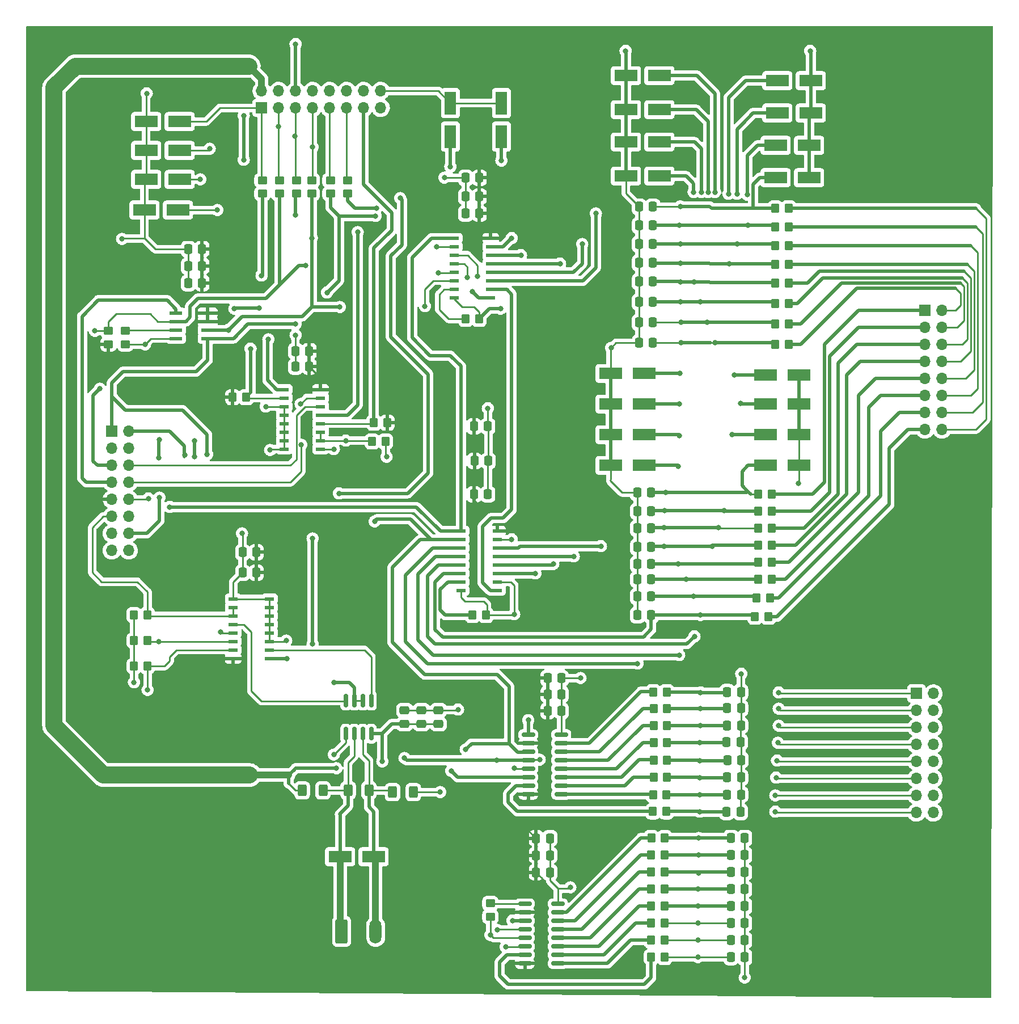
<source format=gbr>
%TF.GenerationSoftware,KiCad,Pcbnew,(6.0.1)*%
%TF.CreationDate,2026-02-13T09:13:13+05:30*%
%TF.ProjectId,bluetooth-daq-digital-submodule,626c7565-746f-46f7-9468-2d6461712d64,rev?*%
%TF.SameCoordinates,Original*%
%TF.FileFunction,Copper,L1,Top*%
%TF.FilePolarity,Positive*%
%FSLAX46Y46*%
G04 Gerber Fmt 4.6, Leading zero omitted, Abs format (unit mm)*
G04 Created by KiCad (PCBNEW (6.0.1)) date 2026-02-13 09:13:13*
%MOMM*%
%LPD*%
G01*
G04 APERTURE LIST*
G04 Aperture macros list*
%AMRoundRect*
0 Rectangle with rounded corners*
0 $1 Rounding radius*
0 $2 $3 $4 $5 $6 $7 $8 $9 X,Y pos of 4 corners*
0 Add a 4 corners polygon primitive as box body*
4,1,4,$2,$3,$4,$5,$6,$7,$8,$9,$2,$3,0*
0 Add four circle primitives for the rounded corners*
1,1,$1+$1,$2,$3*
1,1,$1+$1,$4,$5*
1,1,$1+$1,$6,$7*
1,1,$1+$1,$8,$9*
0 Add four rect primitives between the rounded corners*
20,1,$1+$1,$2,$3,$4,$5,0*
20,1,$1+$1,$4,$5,$6,$7,0*
20,1,$1+$1,$6,$7,$8,$9,0*
20,1,$1+$1,$8,$9,$2,$3,0*%
G04 Aperture macros list end*
%TA.AperFunction,SMDPad,CuDef*%
%ADD10RoundRect,0.250000X0.337500X0.475000X-0.337500X0.475000X-0.337500X-0.475000X0.337500X-0.475000X0*%
%TD*%
%TA.AperFunction,SMDPad,CuDef*%
%ADD11RoundRect,0.250000X0.350000X0.450000X-0.350000X0.450000X-0.350000X-0.450000X0.350000X-0.450000X0*%
%TD*%
%TA.AperFunction,SMDPad,CuDef*%
%ADD12R,3.500000X1.800000*%
%TD*%
%TA.AperFunction,SMDPad,CuDef*%
%ADD13RoundRect,0.250000X-0.337500X-0.475000X0.337500X-0.475000X0.337500X0.475000X-0.337500X0.475000X0*%
%TD*%
%TA.AperFunction,SMDPad,CuDef*%
%ADD14RoundRect,0.250000X0.450000X-0.350000X0.450000X0.350000X-0.450000X0.350000X-0.450000X-0.350000X0*%
%TD*%
%TA.AperFunction,SMDPad,CuDef*%
%ADD15R,1.454899X0.558000*%
%TD*%
%TA.AperFunction,ComponentPad*%
%ADD16R,1.700000X1.700000*%
%TD*%
%TA.AperFunction,ComponentPad*%
%ADD17O,1.700000X1.700000*%
%TD*%
%TA.AperFunction,SMDPad,CuDef*%
%ADD18RoundRect,0.250000X0.400000X0.625000X-0.400000X0.625000X-0.400000X-0.625000X0.400000X-0.625000X0*%
%TD*%
%TA.AperFunction,SMDPad,CuDef*%
%ADD19R,1.800000X3.500000*%
%TD*%
%TA.AperFunction,SMDPad,CuDef*%
%ADD20RoundRect,0.150000X-0.150000X0.825000X-0.150000X-0.825000X0.150000X-0.825000X0.150000X0.825000X0*%
%TD*%
%TA.AperFunction,SMDPad,CuDef*%
%ADD21RoundRect,0.250000X-0.400000X-0.625000X0.400000X-0.625000X0.400000X0.625000X-0.400000X0.625000X0*%
%TD*%
%TA.AperFunction,SMDPad,CuDef*%
%ADD22RoundRect,0.150000X0.825000X0.150000X-0.825000X0.150000X-0.825000X-0.150000X0.825000X-0.150000X0*%
%TD*%
%TA.AperFunction,SMDPad,CuDef*%
%ADD23RoundRect,0.250000X0.475000X-0.337500X0.475000X0.337500X-0.475000X0.337500X-0.475000X-0.337500X0*%
%TD*%
%TA.AperFunction,SMDPad,CuDef*%
%ADD24RoundRect,0.250000X-0.350000X-0.450000X0.350000X-0.450000X0.350000X0.450000X-0.350000X0.450000X0*%
%TD*%
%TA.AperFunction,SMDPad,CuDef*%
%ADD25R,1.969999X0.558000*%
%TD*%
%TA.AperFunction,SMDPad,CuDef*%
%ADD26RoundRect,0.250000X-0.450000X0.350000X-0.450000X-0.350000X0.450000X-0.350000X0.450000X0.350000X0*%
%TD*%
%TA.AperFunction,ComponentPad*%
%ADD27RoundRect,0.250000X-0.650000X-1.550000X0.650000X-1.550000X0.650000X1.550000X-0.650000X1.550000X0*%
%TD*%
%TA.AperFunction,ComponentPad*%
%ADD28O,1.800000X3.600000*%
%TD*%
%TA.AperFunction,ViaPad*%
%ADD29C,0.800000*%
%TD*%
%TA.AperFunction,Conductor*%
%ADD30C,0.500000*%
%TD*%
%TA.AperFunction,Conductor*%
%ADD31C,0.250000*%
%TD*%
%TA.AperFunction,Conductor*%
%ADD32C,2.500000*%
%TD*%
%TA.AperFunction,Conductor*%
%ADD33C,1.000000*%
%TD*%
G04 APERTURE END LIST*
D10*
%TO.P,C13,1*%
%TO.N,GND*%
X190521500Y-205232000D03*
%TO.P,C13,2*%
%TO.N,DOUT11*%
X188446500Y-205232000D03*
%TD*%
D11*
%TO.P,R22,1*%
%TO.N,DIN3*%
X194548000Y-151384000D03*
%TO.P,R22,2*%
%TO.N,Net-(C33-Pad2)*%
X192548000Y-151384000D03*
%TD*%
%TO.P,R28,1*%
%TO.N,DIN15*%
X197088000Y-121412000D03*
%TO.P,R28,2*%
%TO.N,Net-(C47-Pad2)*%
X195088000Y-121412000D03*
%TD*%
%TO.P,R16,1*%
%TO.N,DOUT15*%
X178562000Y-195072000D03*
%TO.P,R16,2*%
%TO.N,Net-(R16-Pad2)*%
X176562000Y-195072000D03*
%TD*%
D12*
%TO.P,DIP3,1,K*%
%TO.N,Net-(C33-Pad2)*%
X193588000Y-125984000D03*
%TO.P,DIP3,2,A*%
%TO.N,GND*%
X198588000Y-125984000D03*
%TD*%
%TO.P,DIP11,1,K*%
%TO.N,Net-(C43-Pad2)*%
X195366000Y-82042000D03*
%TO.P,DIP11,2,A*%
%TO.N,GND*%
X200366000Y-82042000D03*
%TD*%
D13*
%TO.P,C30,1*%
%TO.N,GND*%
X174476500Y-159029400D03*
%TO.P,C30,2*%
%TO.N,Net-(C30-Pad2)*%
X176551500Y-159029400D03*
%TD*%
D12*
%TO.P,DIP2,1,K*%
%TO.N,Net-(C34-Pad2)*%
X193588000Y-130302000D03*
%TO.P,DIP2,2,A*%
%TO.N,GND*%
X198588000Y-130302000D03*
%TD*%
D14*
%TO.P,R47,1*%
%TO.N,Net-(D35-Pad2)*%
X131191000Y-98917000D03*
%TO.P,R47,2*%
%TO.N,XUART_RX*%
X131191000Y-96917000D03*
%TD*%
D15*
%TO.P,U4,1,~{PL}*%
%TO.N,DI_LOAD*%
X147138652Y-105562400D03*
%TO.P,U4,2,CP*%
%TO.N,SCLK*%
X147138652Y-106832400D03*
%TO.P,U4,3,D4*%
%TO.N,Net-(C44-Pad2)*%
X147138652Y-108102400D03*
%TO.P,U4,4,D5*%
%TO.N,Net-(C45-Pad2)*%
X147138652Y-109372400D03*
%TO.P,U4,5,D6*%
%TO.N,Net-(C46-Pad2)*%
X147138652Y-110642400D03*
%TO.P,U4,6,D7*%
%TO.N,Net-(C47-Pad2)*%
X147138652Y-111912400D03*
%TO.P,U4,7,~{Q7}*%
%TO.N,Net-(R27-Pad2)*%
X147138652Y-113182400D03*
%TO.P,U4,8,GND*%
%TO.N,GND*%
X147138652Y-114452400D03*
%TO.P,U4,9,Q7*%
%TO.N,MISO*%
X152581348Y-114452400D03*
%TO.P,U4,10,DS*%
%TO.N,Net-(U3-Pad9)*%
X152581348Y-113182400D03*
%TO.P,U4,11,D0*%
%TO.N,Net-(C40-Pad2)*%
X152581348Y-111912400D03*
%TO.P,U4,12,D1*%
%TO.N,Net-(C41-Pad2)*%
X152581348Y-110642400D03*
%TO.P,U4,13,D2*%
%TO.N,Net-(C42-Pad2)*%
X152581348Y-109372400D03*
%TO.P,U4,14,D3*%
%TO.N,Net-(C43-Pad2)*%
X152581348Y-108102400D03*
%TO.P,U4,15,~{CE}*%
%TO.N,GND*%
X152581348Y-106832400D03*
%TO.P,U4,16,VCC*%
%TO.N,3V3*%
X152581348Y-105562400D03*
%TD*%
D11*
%TO.P,R23,1*%
%TO.N,DIN2*%
X194548000Y-148844000D03*
%TO.P,R23,2*%
%TO.N,Net-(C34-Pad2)*%
X192548000Y-148844000D03*
%TD*%
D10*
%TO.P,C6,1*%
%TO.N,GND*%
X189937300Y-186029600D03*
%TO.P,C6,2*%
%TO.N,DOUT2*%
X187862300Y-186029600D03*
%TD*%
%TO.P,C39,1*%
%TO.N,3V3*%
X150897500Y-101879400D03*
%TO.P,C39,2*%
%TO.N,GND*%
X148822500Y-101879400D03*
%TD*%
D13*
%TO.P,C44,1*%
%TO.N,GND*%
X174730500Y-112039400D03*
%TO.P,C44,2*%
%TO.N,Net-(C44-Pad2)*%
X176805500Y-112039400D03*
%TD*%
D11*
%TO.P,R12,1*%
%TO.N,DOUT11*%
X178546000Y-205232000D03*
%TO.P,R12,2*%
%TO.N,Net-(R12-Pad2)*%
X176546000Y-205232000D03*
%TD*%
D12*
%TO.P,D37,1,A1*%
%TO.N,XSPI_MOSI*%
X106132000Y-96774000D03*
%TO.P,D37,2,A2*%
%TO.N,GND*%
X101132000Y-96774000D03*
%TD*%
D13*
%TO.P,C46,1*%
%TO.N,GND*%
X174730500Y-118135400D03*
%TO.P,C46,2*%
%TO.N,Net-(C46-Pad2)*%
X176805500Y-118135400D03*
%TD*%
D16*
%TO.P,J4,1,Pin_1*%
%TO.N,XSPI_SEL_OUT*%
X118379000Y-86111000D03*
D17*
%TO.P,J4,2,Pin_2*%
%TO.N,5V*%
X118379000Y-83571000D03*
%TO.P,J4,3,Pin_3*%
%TO.N,XSPI_MISO*%
X120919000Y-86111000D03*
%TO.P,J4,4,Pin_4*%
%TO.N,I2C_SDA_OUT*%
X120919000Y-83571000D03*
%TO.P,J4,5,Pin_5*%
%TO.N,XSPI_MOSI*%
X123459000Y-86111000D03*
%TO.P,J4,6,Pin_6*%
%TO.N,I2C_SCL_OUT*%
X123459000Y-83571000D03*
%TO.P,J4,7,Pin_7*%
%TO.N,XSPI_SCLK*%
X125999000Y-86111000D03*
%TO.P,J4,8,Pin_8*%
%TO.N,GND*%
X125999000Y-83571000D03*
%TO.P,J4,9,Pin_9*%
%TO.N,XUART_TX*%
X128539000Y-86111000D03*
%TO.P,J4,10,Pin_10*%
%TO.N,GND*%
X128539000Y-83571000D03*
%TO.P,J4,11,Pin_11*%
%TO.N,XUART_RX*%
X131079000Y-86111000D03*
%TO.P,J4,12,Pin_12*%
%TO.N,GND*%
X131079000Y-83571000D03*
%TO.P,J4,13,Pin_13*%
%TO.N,XI2C_SDA*%
X133619000Y-86111000D03*
%TO.P,J4,14,Pin_14*%
%TO.N,GND*%
X133619000Y-83571000D03*
%TO.P,J4,15,Pin_15*%
%TO.N,XI2C_SCL*%
X136159000Y-86111000D03*
%TO.P,J4,16,Pin_16*%
%TO.N,GND*%
X136159000Y-83571000D03*
%TD*%
D13*
%TO.P,C25,1*%
%TO.N,3V3*%
X150092500Y-143789400D03*
%TO.P,C25,2*%
%TO.N,GND*%
X152167500Y-143789400D03*
%TD*%
D10*
%TO.P,C10,1*%
%TO.N,GND*%
X190521500Y-197612000D03*
%TO.P,C10,2*%
%TO.N,DOUT14*%
X188446500Y-197612000D03*
%TD*%
D11*
%TO.P,R8,1*%
%TO.N,DOUT7*%
X178850800Y-173304200D03*
%TO.P,R8,2*%
%TO.N,Net-(R8-Pad2)*%
X176850800Y-173304200D03*
%TD*%
D12*
%TO.P,D39,1,A1*%
%TO.N,XSPI_SEL_OUT*%
X106132000Y-88138000D03*
%TO.P,D39,2,A2*%
%TO.N,GND*%
X101132000Y-88138000D03*
%TD*%
D11*
%TO.P,R59,1*%
%TO.N,XI2C_SCL*%
X116062000Y-129286000D03*
%TO.P,R59,2*%
%TO.N,3V3*%
X114062000Y-129286000D03*
%TD*%
D10*
%TO.P,C2,1*%
%TO.N,GND*%
X189937300Y-175691800D03*
%TO.P,C2,2*%
%TO.N,DOUT6*%
X187862300Y-175691800D03*
%TD*%
%TO.P,C5,1*%
%TO.N,GND*%
X189988100Y-183438800D03*
%TO.P,C5,2*%
%TO.N,DOUT3*%
X187913100Y-183438800D03*
%TD*%
D14*
%TO.P,R48,1*%
%TO.N,MISO*%
X121031000Y-98917000D03*
%TO.P,R48,2*%
%TO.N,XSPI_MISO*%
X121031000Y-96917000D03*
%TD*%
%TO.P,R200,1*%
%TO.N,GND*%
X98044000Y-121396000D03*
%TO.P,R200,2*%
%TO.N,Net-(R200-Pad2)*%
X98044000Y-119396000D03*
%TD*%
D11*
%TO.P,R6,1*%
%TO.N,DOUT5*%
X178901600Y-178282600D03*
%TO.P,R6,2*%
%TO.N,Net-(R6-Pad2)*%
X176901600Y-178282600D03*
%TD*%
D18*
%TO.P,R38,1*%
%TO.N,Net-(D33-Pad2)*%
X134392000Y-187960000D03*
%TO.P,R38,2*%
%TO.N,Net-(D33-Pad1)*%
X131292000Y-187960000D03*
%TD*%
D11*
%TO.P,R43,1*%
%TO.N,UART_RX*%
X101330000Y-169418000D03*
%TO.P,R43,2*%
%TO.N,GND*%
X99330000Y-169418000D03*
%TD*%
D15*
%TO.P,U8,1,B1*%
%TO.N,I2C_SCL_OUT*%
X121738652Y-128143000D03*
%TO.P,U8,2,B0*%
%TO.N,XI2C_SCL*%
X121738652Y-129413000D03*
%TO.P,U8,3,C1*%
%TO.N,GND*%
X121738652Y-130683000D03*
%TO.P,U8,4,C*%
X121738652Y-131953000D03*
%TO.P,U8,5,C0*%
X121738652Y-133223000D03*
%TO.P,U8,6,INH*%
X121738652Y-134493000D03*
%TO.P,U8,7,VEE*%
X121738652Y-135763000D03*
%TO.P,U8,8,VSS*%
X121738652Y-137033000D03*
%TO.P,U8,9,S3*%
X127181348Y-137033000D03*
%TO.P,U8,10,S2*%
%TO.N,I2C_SEL*%
X127181348Y-135763000D03*
%TO.P,U8,11,S1*%
X127181348Y-134493000D03*
%TO.P,U8,12,A0*%
%TO.N,XI2C_SDA*%
X127181348Y-133223000D03*
%TO.P,U8,13,A1*%
%TO.N,I2C_SDA_OUT*%
X127181348Y-131953000D03*
%TO.P,U8,14,A*%
%TO.N,I2C_SDA*%
X127181348Y-130683000D03*
%TO.P,U8,15,B*%
%TO.N,I2C_SCL*%
X127181348Y-129413000D03*
%TO.P,U8,16,VDD*%
%TO.N,3V3*%
X127181348Y-128143000D03*
%TD*%
D13*
%TO.P,C18,1*%
%TO.N,3V3*%
X161079500Y-173644700D03*
%TO.P,C18,2*%
%TO.N,GND*%
X163154500Y-173644700D03*
%TD*%
D11*
%TO.P,R41,1*%
%TO.N,UART_SEL*%
X101330000Y-161798000D03*
%TO.P,R41,2*%
%TO.N,GND*%
X99330000Y-161798000D03*
%TD*%
D19*
%TO.P,D34,1,A1*%
%TO.N,Net-(D34-Pad1)*%
X146558000Y-90384000D03*
%TO.P,D34,2,A2*%
%TO.N,GND*%
X146558000Y-85384000D03*
%TD*%
D11*
%TO.P,R3,1*%
%TO.N,DOUT2*%
X178901600Y-186029600D03*
%TO.P,R3,2*%
%TO.N,Net-(R3-Pad2)*%
X176901600Y-186029600D03*
%TD*%
%TO.P,R57,1*%
%TO.N,GND*%
X136890000Y-135890000D03*
%TO.P,R57,2*%
%TO.N,I2C_SEL*%
X134890000Y-135890000D03*
%TD*%
D10*
%TO.P,C7,1*%
%TO.N,GND*%
X189937300Y-188595000D03*
%TO.P,C7,2*%
%TO.N,DOUT1*%
X187862300Y-188595000D03*
%TD*%
D12*
%TO.P,DIP14,1,K*%
%TO.N,Net-(C46-Pad2)*%
X177760000Y-86385400D03*
%TO.P,DIP14,2,A*%
%TO.N,GND*%
X172760000Y-86385400D03*
%TD*%
%TO.P,DIP15,1,K*%
%TO.N,Net-(C47-Pad2)*%
X177760000Y-81305400D03*
%TO.P,DIP15,2,A*%
%TO.N,GND*%
X172760000Y-81305400D03*
%TD*%
D13*
%TO.P,C36,1*%
%TO.N,GND*%
X174476500Y-143535400D03*
%TO.P,C36,2*%
%TO.N,Net-(C36-Pad2)*%
X176551500Y-143535400D03*
%TD*%
D14*
%TO.P,R55,1*%
%TO.N,XSPI_SEL*%
X118491000Y-98917000D03*
%TO.P,R55,2*%
%TO.N,XSPI_SEL_OUT*%
X118491000Y-96917000D03*
%TD*%
D11*
%TO.P,R5,1*%
%TO.N,DOUT4*%
X178901600Y-180822600D03*
%TO.P,R5,2*%
%TO.N,Net-(R5-Pad2)*%
X176901600Y-180822600D03*
%TD*%
D12*
%TO.P,DIP0,1,K*%
%TO.N,Net-(C36-Pad2)*%
X193588000Y-139446000D03*
%TO.P,DIP0,2,A*%
%TO.N,GND*%
X198588000Y-139446000D03*
%TD*%
D13*
%TO.P,C47,1*%
%TO.N,GND*%
X174730500Y-121183400D03*
%TO.P,C47,2*%
%TO.N,Net-(C47-Pad2)*%
X176805500Y-121183400D03*
%TD*%
D16*
%TO.P,J1,1,Pin_1*%
%TO.N,MOSI*%
X96007000Y-134381000D03*
D17*
%TO.P,J1,2,Pin_2*%
%TO.N,XCVR_DRV_EN*%
X98547000Y-134381000D03*
%TO.P,J1,3,Pin_3*%
%TO.N,MISO*%
X96007000Y-136921000D03*
%TO.P,J1,4,Pin_4*%
%TO.N,I2C_SEL*%
X98547000Y-136921000D03*
%TO.P,J1,5,Pin_5*%
%TO.N,SCLK*%
X96007000Y-139461000D03*
%TO.P,J1,6,Pin_6*%
%TO.N,I2C_SDA*%
X98547000Y-139461000D03*
%TO.P,J1,7,Pin_7*%
%TO.N,XRAM_SEL*%
X96007000Y-142001000D03*
%TO.P,J1,8,Pin_8*%
%TO.N,I2C_SCL*%
X98547000Y-142001000D03*
%TO.P,J1,9,Pin_9*%
%TO.N,3V3*%
X96007000Y-144541000D03*
%TO.P,J1,10,Pin_10*%
%TO.N,DI_LOAD*%
X98547000Y-144541000D03*
%TO.P,J1,11,Pin_11*%
%TO.N,UART_SEL*%
X96007000Y-147081000D03*
%TO.P,J1,12,Pin_12*%
%TO.N,DO_LOAD*%
X98547000Y-147081000D03*
%TO.P,J1,13,Pin_13*%
%TO.N,UART_TX*%
X96007000Y-149621000D03*
%TO.P,J1,14,Pin_14*%
%TO.N,XSPI_SEL*%
X98547000Y-149621000D03*
%TO.P,J1,15,Pin_15*%
%TO.N,UART_RX*%
X96007000Y-152161000D03*
%TO.P,J1,16,Pin_16*%
%TO.N,GND*%
X98547000Y-152161000D03*
%TD*%
D11*
%TO.P,R20,1*%
%TO.N,DIN5*%
X194548000Y-156464000D03*
%TO.P,R20,2*%
%TO.N,Net-(C31-Pad2)*%
X192548000Y-156464000D03*
%TD*%
D13*
%TO.P,C32,1*%
%TO.N,GND*%
X174476500Y-154203400D03*
%TO.P,C32,2*%
%TO.N,Net-(C32-Pad2)*%
X176551500Y-154203400D03*
%TD*%
D15*
%TO.P,U7,1,B1*%
%TO.N,Net-(D35-Pad2)*%
X119561348Y-168275000D03*
%TO.P,U7,2,B0*%
%TO.N,Net-(U6-Pad1)*%
X119561348Y-167005000D03*
%TO.P,U7,3,C1*%
%TO.N,GND*%
X119561348Y-165735000D03*
%TO.P,U7,4,C*%
X119561348Y-164465000D03*
%TO.P,U7,5,C0*%
X119561348Y-163195000D03*
%TO.P,U7,6,INH*%
X119561348Y-161925000D03*
%TO.P,U7,7,VEE*%
X119561348Y-160655000D03*
%TO.P,U7,8,VSS*%
X119561348Y-159385000D03*
%TO.P,U7,9,S3*%
X114118652Y-159385000D03*
%TO.P,U7,10,S2*%
%TO.N,UART_SEL*%
X114118652Y-160655000D03*
%TO.P,U7,11,S1*%
X114118652Y-161925000D03*
%TO.P,U7,12,A0*%
%TO.N,Net-(U6-Pad4)*%
X114118652Y-163195000D03*
%TO.P,U7,13,A1*%
%TO.N,Net-(D34-Pad1)*%
X114118652Y-164465000D03*
%TO.P,U7,14,A*%
%TO.N,UART_TX*%
X114118652Y-165735000D03*
%TO.P,U7,15,B*%
%TO.N,UART_RX*%
X114118652Y-167005000D03*
%TO.P,U7,16,VDD*%
%TO.N,3V3*%
X114118652Y-168275000D03*
%TD*%
D10*
%TO.P,C37,1*%
%TO.N,3V3*%
X150897500Y-96545400D03*
%TO.P,C37,2*%
%TO.N,GND*%
X148822500Y-96545400D03*
%TD*%
D20*
%TO.P,U6,1,R*%
%TO.N,Net-(U6-Pad1)*%
X134747000Y-174563000D03*
%TO.P,U6,2,~{RE}*%
%TO.N,XCVR_DRV_EN*%
X133477000Y-174563000D03*
%TO.P,U6,3,DE*%
X132207000Y-174563000D03*
%TO.P,U6,4,D*%
%TO.N,Net-(U6-Pad4)*%
X130937000Y-174563000D03*
%TO.P,U6,5,GND*%
%TO.N,GND*%
X130937000Y-179513000D03*
%TO.P,U6,6,A*%
%TO.N,Net-(D33-Pad1)*%
X132207000Y-179513000D03*
%TO.P,U6,7,B*%
%TO.N,Net-(D33-Pad2)*%
X133477000Y-179513000D03*
%TO.P,U6,8,VCC*%
%TO.N,5V*%
X134747000Y-179513000D03*
%TD*%
D13*
%TO.P,C21,1*%
%TO.N,3V3*%
X159363500Y-197662800D03*
%TO.P,C21,2*%
%TO.N,GND*%
X161438500Y-197662800D03*
%TD*%
D14*
%TO.P,R45,1*%
%TO.N,Net-(D34-Pad1)*%
X128651000Y-98917000D03*
%TO.P,R45,2*%
%TO.N,XUART_TX*%
X128651000Y-96917000D03*
%TD*%
D12*
%TO.P,DIP12,1,K*%
%TO.N,Net-(C44-Pad2)*%
X177760000Y-96291400D03*
%TO.P,DIP12,2,A*%
%TO.N,GND*%
X172760000Y-96291400D03*
%TD*%
D11*
%TO.P,R32,1*%
%TO.N,DIN11*%
X197088000Y-109474000D03*
%TO.P,R32,2*%
%TO.N,Net-(C43-Pad2)*%
X195088000Y-109474000D03*
%TD*%
D10*
%TO.P,C54,1*%
%TO.N,3V3*%
X117606000Y-155467500D03*
%TO.P,C54,2*%
%TO.N,GND*%
X115531000Y-155467500D03*
%TD*%
%TO.P,C14,1*%
%TO.N,GND*%
X190521500Y-207772000D03*
%TO.P,C14,2*%
%TO.N,DOUT10*%
X188446500Y-207772000D03*
%TD*%
D11*
%TO.P,R25,1*%
%TO.N,DIN0*%
X194548000Y-143764000D03*
%TO.P,R25,2*%
%TO.N,Net-(C36-Pad2)*%
X192548000Y-143764000D03*
%TD*%
%TO.P,R31,1*%
%TO.N,DIN12*%
X197088000Y-112268000D03*
%TO.P,R31,2*%
%TO.N,Net-(C44-Pad2)*%
X195088000Y-112268000D03*
%TD*%
D14*
%TO.P,R51,1*%
%TO.N,MOSI*%
X123571000Y-98917000D03*
%TO.P,R51,2*%
%TO.N,XSPI_MOSI*%
X123571000Y-96917000D03*
%TD*%
D12*
%TO.P,DIP13,1,K*%
%TO.N,Net-(C45-Pad2)*%
X177760000Y-91211400D03*
%TO.P,DIP13,2,A*%
%TO.N,GND*%
X172760000Y-91211400D03*
%TD*%
D10*
%TO.P,C9,1*%
%TO.N,GND*%
X190521500Y-195072000D03*
%TO.P,C9,2*%
%TO.N,DOUT15*%
X188446500Y-195072000D03*
%TD*%
D11*
%TO.P,R9,1*%
%TO.N,DOUT8*%
X178546000Y-212852000D03*
%TO.P,R9,2*%
%TO.N,Net-(R9-Pad2)*%
X176546000Y-212852000D03*
%TD*%
D12*
%TO.P,DIP5,1,K*%
%TO.N,Net-(C31-Pad2)*%
X175474000Y-134899400D03*
%TO.P,DIP5,2,A*%
%TO.N,GND*%
X170474000Y-134899400D03*
%TD*%
D11*
%TO.P,R18,1*%
%TO.N,DIN7*%
X194040000Y-162052000D03*
%TO.P,R18,2*%
%TO.N,Net-(C29-Pad2)*%
X192040000Y-162052000D03*
%TD*%
D19*
%TO.P,D35,1,A1*%
%TO.N,GND*%
X154178000Y-85384000D03*
%TO.P,D35,2,A2*%
%TO.N,Net-(D35-Pad2)*%
X154178000Y-90384000D03*
%TD*%
D10*
%TO.P,C15,1*%
%TO.N,GND*%
X190521500Y-210312000D03*
%TO.P,C15,2*%
%TO.N,DOUT9*%
X188446500Y-210312000D03*
%TD*%
D21*
%TO.P,R39,1*%
%TO.N,5V*%
X124434000Y-187960000D03*
%TO.P,R39,2*%
%TO.N,Net-(D33-Pad1)*%
X127534000Y-187960000D03*
%TD*%
D13*
%TO.P,C35,1*%
%TO.N,GND*%
X174476500Y-146329400D03*
%TO.P,C35,2*%
%TO.N,Net-(C35-Pad2)*%
X176551500Y-146329400D03*
%TD*%
D10*
%TO.P,C48,1*%
%TO.N,3V3*%
X109495500Y-112268000D03*
%TO.P,C48,2*%
%TO.N,GND*%
X107420500Y-112268000D03*
%TD*%
D11*
%TO.P,R4,1*%
%TO.N,DOUT3*%
X178901600Y-183438800D03*
%TO.P,R4,2*%
%TO.N,Net-(R4-Pad2)*%
X176901600Y-183438800D03*
%TD*%
D22*
%TO.P,U1,1,QB*%
%TO.N,Net-(R2-Pad2)*%
X163130000Y-188544200D03*
%TO.P,U1,2,QC*%
%TO.N,Net-(R3-Pad2)*%
X163130000Y-187274200D03*
%TO.P,U1,3,QD*%
%TO.N,Net-(R4-Pad2)*%
X163130000Y-186004200D03*
%TO.P,U1,4,QE*%
%TO.N,Net-(R5-Pad2)*%
X163130000Y-184734200D03*
%TO.P,U1,5,QF*%
%TO.N,Net-(R6-Pad2)*%
X163130000Y-183464200D03*
%TO.P,U1,6,QG*%
%TO.N,Net-(R7-Pad2)*%
X163130000Y-182194200D03*
%TO.P,U1,7,QH*%
%TO.N,Net-(R8-Pad2)*%
X163130000Y-180924200D03*
%TO.P,U1,8,GND*%
%TO.N,GND*%
X163130000Y-179654200D03*
%TO.P,U1,9,QH'*%
%TO.N,Net-(U1-Pad9)*%
X158180000Y-179654200D03*
%TO.P,U1,10,~{SRCLR}*%
%TO.N,3V3*%
X158180000Y-180924200D03*
%TO.P,U1,11,SRCLK*%
%TO.N,SCLK*%
X158180000Y-182194200D03*
%TO.P,U1,12,RCLK*%
%TO.N,DO_LOAD*%
X158180000Y-183464200D03*
%TO.P,U1,13,~{OE}*%
%TO.N,GND*%
X158180000Y-184734200D03*
%TO.P,U1,14,SER*%
%TO.N,MOSI*%
X158180000Y-186004200D03*
%TO.P,U1,15,QA*%
%TO.N,Net-(R1-Pad2)*%
X158180000Y-187274200D03*
%TO.P,U1,16,VCC*%
%TO.N,3V3*%
X158180000Y-188544200D03*
%TD*%
%TO.P,U2,1,QB*%
%TO.N,Net-(R10-Pad2)*%
X162622000Y-213791800D03*
%TO.P,U2,2,QC*%
%TO.N,Net-(R11-Pad2)*%
X162622000Y-212521800D03*
%TO.P,U2,3,QD*%
%TO.N,Net-(R12-Pad2)*%
X162622000Y-211251800D03*
%TO.P,U2,4,QE*%
%TO.N,Net-(R13-Pad2)*%
X162622000Y-209981800D03*
%TO.P,U2,5,QF*%
%TO.N,Net-(R14-Pad2)*%
X162622000Y-208711800D03*
%TO.P,U2,6,QG*%
%TO.N,Net-(R15-Pad2)*%
X162622000Y-207441800D03*
%TO.P,U2,7,QH*%
%TO.N,Net-(R16-Pad2)*%
X162622000Y-206171800D03*
%TO.P,U2,8,GND*%
%TO.N,GND*%
X162622000Y-204901800D03*
%TO.P,U2,9,QH'*%
%TO.N,Net-(R17-Pad1)*%
X157672000Y-204901800D03*
%TO.P,U2,10,~{SRCLR}*%
%TO.N,3V3*%
X157672000Y-206171800D03*
%TO.P,U2,11,SRCLK*%
%TO.N,SCLK*%
X157672000Y-207441800D03*
%TO.P,U2,12,RCLK*%
%TO.N,DO_LOAD*%
X157672000Y-208711800D03*
%TO.P,U2,13,~{OE}*%
%TO.N,GND*%
X157672000Y-209981800D03*
%TO.P,U2,14,SER*%
%TO.N,Net-(U1-Pad9)*%
X157672000Y-211251800D03*
%TO.P,U2,15,QA*%
%TO.N,Net-(R9-Pad2)*%
X157672000Y-212521800D03*
%TO.P,U2,16,VCC*%
%TO.N,3V3*%
X157672000Y-213791800D03*
%TD*%
D10*
%TO.P,C8,1*%
%TO.N,GND*%
X189886500Y-191185800D03*
%TO.P,C8,2*%
%TO.N,DOUT0*%
X187811500Y-191185800D03*
%TD*%
D15*
%TO.P,U3,1,~{PL}*%
%TO.N,DI_LOAD*%
X148154652Y-149250400D03*
%TO.P,U3,2,CP*%
%TO.N,SCLK*%
X148154652Y-150520400D03*
%TO.P,U3,3,D4*%
%TO.N,Net-(C32-Pad2)*%
X148154652Y-151790400D03*
%TO.P,U3,4,D5*%
%TO.N,Net-(C31-Pad2)*%
X148154652Y-153060400D03*
%TO.P,U3,5,D6*%
%TO.N,Net-(C30-Pad2)*%
X148154652Y-154330400D03*
%TO.P,U3,6,D7*%
%TO.N,Net-(C29-Pad2)*%
X148154652Y-155600400D03*
%TO.P,U3,7,~{Q7}*%
%TO.N,Net-(R26-Pad2)*%
X148154652Y-156870400D03*
%TO.P,U3,8,GND*%
%TO.N,GND*%
X148154652Y-158140400D03*
%TO.P,U3,9,Q7*%
%TO.N,Net-(U3-Pad9)*%
X153597348Y-158140400D03*
%TO.P,U3,10,DS*%
%TO.N,GND*%
X153597348Y-156870400D03*
%TO.P,U3,11,D0*%
%TO.N,Net-(C36-Pad2)*%
X153597348Y-155600400D03*
%TO.P,U3,12,D1*%
%TO.N,Net-(C35-Pad2)*%
X153597348Y-154330400D03*
%TO.P,U3,13,D2*%
%TO.N,Net-(C34-Pad2)*%
X153597348Y-153060400D03*
%TO.P,U3,14,D3*%
%TO.N,Net-(C33-Pad2)*%
X153597348Y-151790400D03*
%TO.P,U3,15,~{CE}*%
%TO.N,GND*%
X153597348Y-150520400D03*
%TO.P,U3,16,VCC*%
%TO.N,3V3*%
X153597348Y-149250400D03*
%TD*%
D13*
%TO.P,C23,1*%
%TO.N,3V3*%
X150092500Y-133629400D03*
%TO.P,C23,2*%
%TO.N,GND*%
X152167500Y-133629400D03*
%TD*%
%TO.P,C40,1*%
%TO.N,GND*%
X174730500Y-100863400D03*
%TO.P,C40,2*%
%TO.N,Net-(C40-Pad2)*%
X176805500Y-100863400D03*
%TD*%
D12*
%TO.P,DIP8,1,K*%
%TO.N,Net-(C40-Pad2)*%
X195112000Y-96520000D03*
%TO.P,DIP8,2,A*%
%TO.N,GND*%
X200112000Y-96520000D03*
%TD*%
D10*
%TO.P,C50,1*%
%TO.N,3V3*%
X109495500Y-107188000D03*
%TO.P,C50,2*%
%TO.N,GND*%
X107420500Y-107188000D03*
%TD*%
D12*
%TO.P,DIP7,1,K*%
%TO.N,Net-(C29-Pad2)*%
X175474000Y-125755400D03*
%TO.P,DIP7,2,A*%
%TO.N,GND*%
X170474000Y-125755400D03*
%TD*%
D13*
%TO.P,C31,1*%
%TO.N,GND*%
X174476500Y-156489400D03*
%TO.P,C31,2*%
%TO.N,Net-(C31-Pad2)*%
X176551500Y-156489400D03*
%TD*%
D12*
%TO.P,DIP9,1,K*%
%TO.N,Net-(C41-Pad2)*%
X195112000Y-91694000D03*
%TO.P,DIP9,2,A*%
%TO.N,GND*%
X200112000Y-91694000D03*
%TD*%
D13*
%TO.P,C24,1*%
%TO.N,3V3*%
X150162500Y-138795400D03*
%TO.P,C24,2*%
%TO.N,GND*%
X152237500Y-138795400D03*
%TD*%
D12*
%TO.P,D33,1,A1*%
%TO.N,Net-(D33-Pad1)*%
X130088000Y-197866000D03*
%TO.P,D33,2,A2*%
%TO.N,Net-(D33-Pad2)*%
X135088000Y-197866000D03*
%TD*%
D11*
%TO.P,R27,1*%
%TO.N,GND*%
X150860000Y-117602000D03*
%TO.P,R27,2*%
%TO.N,Net-(R27-Pad2)*%
X148860000Y-117602000D03*
%TD*%
D10*
%TO.P,C3,1*%
%TO.N,GND*%
X189937300Y-178282600D03*
%TO.P,C3,2*%
%TO.N,DOUT5*%
X187862300Y-178282600D03*
%TD*%
%TO.P,C4,1*%
%TO.N,GND*%
X189886500Y-180746400D03*
%TO.P,C4,2*%
%TO.N,DOUT4*%
X187811500Y-180746400D03*
%TD*%
D13*
%TO.P,C22,1*%
%TO.N,3V3*%
X159363500Y-195122800D03*
%TO.P,C22,2*%
%TO.N,GND*%
X161438500Y-195122800D03*
%TD*%
D12*
%TO.P,DIP4,1,K*%
%TO.N,Net-(C32-Pad2)*%
X175474000Y-139471400D03*
%TO.P,DIP4,2,A*%
%TO.N,GND*%
X170474000Y-139471400D03*
%TD*%
D10*
%TO.P,C49,1*%
%TO.N,3V3*%
X109495500Y-109728000D03*
%TO.P,C49,2*%
%TO.N,GND*%
X107420500Y-109728000D03*
%TD*%
D13*
%TO.P,C20,1*%
%TO.N,3V3*%
X159363500Y-200202800D03*
%TO.P,C20,2*%
%TO.N,GND*%
X161438500Y-200202800D03*
%TD*%
D12*
%TO.P,DIP6,1,K*%
%TO.N,Net-(C30-Pad2)*%
X175474000Y-130327400D03*
%TO.P,DIP6,2,A*%
%TO.N,GND*%
X170474000Y-130327400D03*
%TD*%
D10*
%TO.P,C16,1*%
%TO.N,GND*%
X190521500Y-212852000D03*
%TO.P,C16,2*%
%TO.N,DOUT8*%
X188446500Y-212852000D03*
%TD*%
%TO.P,C38,1*%
%TO.N,3V3*%
X150897500Y-99339400D03*
%TO.P,C38,2*%
%TO.N,GND*%
X148822500Y-99339400D03*
%TD*%
D13*
%TO.P,C43,1*%
%TO.N,GND*%
X174730500Y-109245400D03*
%TO.P,C43,2*%
%TO.N,Net-(C43-Pad2)*%
X176805500Y-109245400D03*
%TD*%
D11*
%TO.P,R19,1*%
%TO.N,DIN6*%
X194294000Y-159258000D03*
%TO.P,R19,2*%
%TO.N,Net-(C30-Pad2)*%
X192294000Y-159258000D03*
%TD*%
%TO.P,R21,2*%
%TO.N,Net-(C32-Pad2)*%
X192548000Y-153924000D03*
%TO.P,R21,1*%
%TO.N,DIN4*%
X194548000Y-153924000D03*
%TD*%
D23*
%TO.P,C51,1*%
%TO.N,5V*%
X144780000Y-178075500D03*
%TO.P,C51,2*%
%TO.N,GND*%
X144780000Y-176000500D03*
%TD*%
D13*
%TO.P,C41,1*%
%TO.N,GND*%
X174730500Y-103657400D03*
%TO.P,C41,2*%
%TO.N,Net-(C41-Pad2)*%
X176805500Y-103657400D03*
%TD*%
D11*
%TO.P,R14,1*%
%TO.N,DOUT13*%
X178546000Y-200152000D03*
%TO.P,R14,2*%
%TO.N,Net-(R14-Pad2)*%
X176546000Y-200152000D03*
%TD*%
D24*
%TO.P,R58,1*%
%TO.N,XI2C_SDA*%
X135144000Y-133096000D03*
%TO.P,R58,2*%
%TO.N,3V3*%
X137144000Y-133096000D03*
%TD*%
D23*
%TO.P,C52,1*%
%TO.N,5V*%
X142240000Y-178075500D03*
%TO.P,C52,2*%
%TO.N,GND*%
X142240000Y-176000500D03*
%TD*%
D13*
%TO.P,C33,1*%
%TO.N,GND*%
X174476500Y-151663400D03*
%TO.P,C33,2*%
%TO.N,Net-(C33-Pad2)*%
X176551500Y-151663400D03*
%TD*%
D25*
%TO.P,U5,1,A0*%
%TO.N,XRAM_SEL*%
X105587800Y-116713000D03*
%TO.P,U5,2,A1*%
%TO.N,MISO*%
X105587800Y-117983000D03*
%TO.P,U5,3,A2*%
%TO.N,Net-(R200-Pad2)*%
X105587800Y-119253000D03*
%TO.P,U5,4,GND*%
%TO.N,GND*%
X105587800Y-120523000D03*
%TO.P,U5,5,SDA*%
%TO.N,MOSI*%
X110312200Y-120523000D03*
%TO.P,U5,6,SCL*%
%TO.N,SCLK*%
X110312200Y-119253000D03*
%TO.P,U5,7,WP*%
%TO.N,3V3*%
X110312200Y-117983000D03*
%TO.P,U5,8,VCC*%
X110312200Y-116713000D03*
%TD*%
D12*
%TO.P,D38,1,A1*%
%TO.N,XSPI_SCLK*%
X105878000Y-101346000D03*
%TO.P,D38,2,A2*%
%TO.N,GND*%
X100878000Y-101346000D03*
%TD*%
D14*
%TO.P,R53,1*%
%TO.N,SCLK*%
X125857000Y-98917000D03*
%TO.P,R53,2*%
%TO.N,XSPI_SCLK*%
X125857000Y-96917000D03*
%TD*%
D12*
%TO.P,DIP1,1,K*%
%TO.N,Net-(C35-Pad2)*%
X193588000Y-134874000D03*
%TO.P,DIP1,2,A*%
%TO.N,GND*%
X198588000Y-134874000D03*
%TD*%
%TO.P,D36,1,A1*%
%TO.N,XSPI_MISO*%
X106132000Y-92456000D03*
%TO.P,D36,2,A2*%
%TO.N,GND*%
X101132000Y-92456000D03*
%TD*%
D13*
%TO.P,C17,1*%
%TO.N,3V3*%
X161079500Y-176108500D03*
%TO.P,C17,2*%
%TO.N,GND*%
X163154500Y-176108500D03*
%TD*%
%TO.P,C29,1*%
%TO.N,GND*%
X174476500Y-161823400D03*
%TO.P,C29,2*%
%TO.N,Net-(C29-Pad2)*%
X176551500Y-161823400D03*
%TD*%
D11*
%TO.P,R15,1*%
%TO.N,DOUT14*%
X178546000Y-197612000D03*
%TO.P,R15,2*%
%TO.N,Net-(R15-Pad2)*%
X176546000Y-197612000D03*
%TD*%
%TO.P,R26,1*%
%TO.N,GND*%
X151876000Y-161798000D03*
%TO.P,R26,2*%
%TO.N,Net-(R26-Pad2)*%
X149876000Y-161798000D03*
%TD*%
D13*
%TO.P,C19,1*%
%TO.N,3V3*%
X161079500Y-171231700D03*
%TO.P,C19,2*%
%TO.N,GND*%
X163154500Y-171231700D03*
%TD*%
D11*
%TO.P,R34,1*%
%TO.N,DIN9*%
X197088000Y-103886000D03*
%TO.P,R34,2*%
%TO.N,Net-(C41-Pad2)*%
X195088000Y-103886000D03*
%TD*%
%TO.P,R7,1*%
%TO.N,DOUT6*%
X178901600Y-175742600D03*
%TO.P,R7,2*%
%TO.N,Net-(R7-Pad2)*%
X176901600Y-175742600D03*
%TD*%
D26*
%TO.P,R17,1*%
%TO.N,Net-(R17-Pad1)*%
X152527000Y-204806800D03*
%TO.P,R17,2*%
%TO.N,GND*%
X152527000Y-206806800D03*
%TD*%
D11*
%TO.P,R13,1*%
%TO.N,DOUT12*%
X178546000Y-202692000D03*
%TO.P,R13,2*%
%TO.N,Net-(R13-Pad2)*%
X176546000Y-202692000D03*
%TD*%
D26*
%TO.P,R49,1*%
%TO.N,MISO*%
X95504000Y-119396000D03*
%TO.P,R49,2*%
%TO.N,3V3*%
X95504000Y-121396000D03*
%TD*%
D13*
%TO.P,C34,1*%
%TO.N,GND*%
X174476500Y-148869400D03*
%TO.P,C34,2*%
%TO.N,Net-(C34-Pad2)*%
X176551500Y-148869400D03*
%TD*%
D10*
%TO.P,C12,1*%
%TO.N,GND*%
X190521500Y-202692000D03*
%TO.P,C12,2*%
%TO.N,DOUT12*%
X188446500Y-202692000D03*
%TD*%
D11*
%TO.P,R33,1*%
%TO.N,DIN10*%
X197088000Y-106680000D03*
%TO.P,R33,2*%
%TO.N,Net-(C42-Pad2)*%
X195088000Y-106680000D03*
%TD*%
%TO.P,R42,1*%
%TO.N,UART_TX*%
X101330000Y-165608000D03*
%TO.P,R42,2*%
%TO.N,GND*%
X99330000Y-165608000D03*
%TD*%
D10*
%TO.P,C11,2*%
%TO.N,DOUT13*%
X188446500Y-200152000D03*
%TO.P,C11,1*%
%TO.N,GND*%
X190521500Y-200152000D03*
%TD*%
D11*
%TO.P,R35,1*%
%TO.N,DIN8*%
X197072000Y-101092000D03*
%TO.P,R35,2*%
%TO.N,Net-(C40-Pad2)*%
X195072000Y-101092000D03*
%TD*%
%TO.P,R11,1*%
%TO.N,DOUT10*%
X178546000Y-207772000D03*
%TO.P,R11,2*%
%TO.N,Net-(R11-Pad2)*%
X176546000Y-207772000D03*
%TD*%
%TO.P,R2,1*%
%TO.N,DOUT1*%
X178825400Y-188595000D03*
%TO.P,R2,2*%
%TO.N,Net-(R2-Pad2)*%
X176825400Y-188595000D03*
%TD*%
D13*
%TO.P,C45,1*%
%TO.N,GND*%
X174730500Y-115087400D03*
%TO.P,C45,2*%
%TO.N,Net-(C45-Pad2)*%
X176805500Y-115087400D03*
%TD*%
D16*
%TO.P,J3,1,Pin_1*%
%TO.N,DOUT7*%
X216149000Y-173497000D03*
D17*
%TO.P,J3,2,Pin_2*%
%TO.N,DOUT8*%
X218689000Y-173497000D03*
%TO.P,J3,3,Pin_3*%
%TO.N,DOUT6*%
X216149000Y-176037000D03*
%TO.P,J3,4,Pin_4*%
%TO.N,DOUT9*%
X218689000Y-176037000D03*
%TO.P,J3,5,Pin_5*%
%TO.N,DOUT5*%
X216149000Y-178577000D03*
%TO.P,J3,6,Pin_6*%
%TO.N,DOUT10*%
X218689000Y-178577000D03*
%TO.P,J3,7,Pin_7*%
%TO.N,DOUT4*%
X216149000Y-181117000D03*
%TO.P,J3,8,Pin_8*%
%TO.N,DOUT11*%
X218689000Y-181117000D03*
%TO.P,J3,9,Pin_9*%
%TO.N,DOUT3*%
X216149000Y-183657000D03*
%TO.P,J3,10,Pin_10*%
%TO.N,DOUT12*%
X218689000Y-183657000D03*
%TO.P,J3,11,Pin_11*%
%TO.N,DOUT2*%
X216149000Y-186197000D03*
%TO.P,J3,12,Pin_12*%
%TO.N,DOUT13*%
X218689000Y-186197000D03*
%TO.P,J3,13,Pin_13*%
%TO.N,DOUT1*%
X216149000Y-188737000D03*
%TO.P,J3,14,Pin_14*%
%TO.N,DOUT14*%
X218689000Y-188737000D03*
%TO.P,J3,15,Pin_15*%
%TO.N,DOUT0*%
X216149000Y-191277000D03*
%TO.P,J3,16,Pin_16*%
%TO.N,DOUT15*%
X218689000Y-191277000D03*
%TD*%
D27*
%TO.P,J5,1,Pin_1*%
%TO.N,Net-(D33-Pad1)*%
X130319500Y-209022500D03*
D28*
%TO.P,J5,2,Pin_2*%
%TO.N,Net-(D33-Pad2)*%
X135399500Y-209022500D03*
%TD*%
D10*
%TO.P,C56,1*%
%TO.N,3V3*%
X125497500Y-124714000D03*
%TO.P,C56,2*%
%TO.N,GND*%
X123422500Y-124714000D03*
%TD*%
D11*
%TO.P,R30,1*%
%TO.N,DIN13*%
X197072000Y-115316000D03*
%TO.P,R30,2*%
%TO.N,Net-(C45-Pad2)*%
X195072000Y-115316000D03*
%TD*%
D13*
%TO.P,C42,1*%
%TO.N,GND*%
X174730500Y-106451400D03*
%TO.P,C42,2*%
%TO.N,Net-(C42-Pad2)*%
X176805500Y-106451400D03*
%TD*%
D23*
%TO.P,C53,1*%
%TO.N,5V*%
X139700000Y-178075500D03*
%TO.P,C53,2*%
%TO.N,GND*%
X139700000Y-176000500D03*
%TD*%
D10*
%TO.P,C1,1*%
%TO.N,GND*%
X189937300Y-173304200D03*
%TO.P,C1,2*%
%TO.N,DOUT7*%
X187862300Y-173304200D03*
%TD*%
D11*
%TO.P,R29,1*%
%TO.N,DIN14*%
X197088000Y-118364000D03*
%TO.P,R29,2*%
%TO.N,Net-(C46-Pad2)*%
X195088000Y-118364000D03*
%TD*%
D18*
%TO.P,R40,1*%
%TO.N,GND*%
X141022000Y-188214000D03*
%TO.P,R40,2*%
%TO.N,Net-(D33-Pad2)*%
X137922000Y-188214000D03*
%TD*%
D11*
%TO.P,R1,1*%
%TO.N,DOUT0*%
X178800000Y-191109600D03*
%TO.P,R1,2*%
%TO.N,Net-(R1-Pad2)*%
X176800000Y-191109600D03*
%TD*%
D12*
%TO.P,DIP10,1,K*%
%TO.N,Net-(C42-Pad2)*%
X195366000Y-86868000D03*
%TO.P,DIP10,2,A*%
%TO.N,GND*%
X200366000Y-86868000D03*
%TD*%
D11*
%TO.P,R10,1*%
%TO.N,DOUT9*%
X178546000Y-210312000D03*
%TO.P,R10,2*%
%TO.N,Net-(R10-Pad2)*%
X176546000Y-210312000D03*
%TD*%
D10*
%TO.P,C57,1*%
%TO.N,3V3*%
X125497500Y-122428000D03*
%TO.P,C57,2*%
%TO.N,GND*%
X123422500Y-122428000D03*
%TD*%
%TO.P,C55,1*%
%TO.N,3V3*%
X117606000Y-152419500D03*
%TO.P,C55,2*%
%TO.N,GND*%
X115531000Y-152419500D03*
%TD*%
D11*
%TO.P,R24,1*%
%TO.N,DIN1*%
X194548000Y-146304000D03*
%TO.P,R24,2*%
%TO.N,Net-(C35-Pad2)*%
X192548000Y-146304000D03*
%TD*%
D17*
%TO.P,J2,16,Pin_16*%
%TO.N,DIN8*%
X219959000Y-134127000D03*
%TO.P,J2,15,Pin_15*%
%TO.N,DIN7*%
X217419000Y-134127000D03*
%TO.P,J2,14,Pin_14*%
%TO.N,DIN9*%
X219959000Y-131587000D03*
%TO.P,J2,13,Pin_13*%
%TO.N,DIN6*%
X217419000Y-131587000D03*
%TO.P,J2,12,Pin_12*%
%TO.N,DIN10*%
X219959000Y-129047000D03*
%TO.P,J2,11,Pin_11*%
%TO.N,DIN5*%
X217419000Y-129047000D03*
%TO.P,J2,10,Pin_10*%
%TO.N,DIN11*%
X219959000Y-126507000D03*
%TO.P,J2,9,Pin_9*%
%TO.N,DIN4*%
X217419000Y-126507000D03*
%TO.P,J2,8,Pin_8*%
%TO.N,DIN12*%
X219959000Y-123967000D03*
%TO.P,J2,7,Pin_7*%
%TO.N,DIN3*%
X217419000Y-123967000D03*
%TO.P,J2,6,Pin_6*%
%TO.N,DIN13*%
X219959000Y-121427000D03*
%TO.P,J2,5,Pin_5*%
%TO.N,DIN2*%
X217419000Y-121427000D03*
%TO.P,J2,4,Pin_4*%
%TO.N,DIN14*%
X219959000Y-118887000D03*
%TO.P,J2,3,Pin_3*%
%TO.N,DIN1*%
X217419000Y-118887000D03*
%TO.P,J2,2,Pin_2*%
%TO.N,DIN15*%
X219959000Y-116347000D03*
D16*
%TO.P,J2,1,Pin_1*%
%TO.N,DIN0*%
X217419000Y-116347000D03*
%TD*%
D29*
%TO.N,DO_LOAD*%
X153466800Y-183464200D03*
X153543000Y-208788000D03*
%TO.N,SCLK*%
X155829000Y-207391000D03*
%TO.N,GND*%
X156083000Y-184658000D03*
%TO.N,3V3*%
X158242000Y-189865000D03*
X158242000Y-193040000D03*
X157099000Y-149225000D03*
X151130000Y-145669000D03*
%TO.N,GND*%
X154051000Y-116078000D03*
%TO.N,3V3*%
X106426000Y-123571000D03*
X106426000Y-127000000D03*
%TO.N,GND*%
X147701000Y-175895000D03*
X152527000Y-209550000D03*
X118999000Y-130683000D03*
X172720000Y-77597000D03*
X152146000Y-130937000D03*
X145034000Y-188214000D03*
X123444000Y-120015000D03*
X101219000Y-83947000D03*
X164465000Y-202438000D03*
X129159000Y-137033000D03*
X190500000Y-215900000D03*
X129159000Y-182626000D03*
X97536000Y-105664000D03*
X137033000Y-138176000D03*
X200279000Y-77597000D03*
X198501000Y-142113000D03*
X115443000Y-149606000D03*
X156083000Y-161671000D03*
X122047000Y-165608000D03*
X155702000Y-105537000D03*
X99314000Y-171831000D03*
X155702000Y-150495000D03*
X145669000Y-96520000D03*
X165989000Y-171196000D03*
X100965000Y-121412000D03*
X170561000Y-121920000D03*
X189992000Y-170561000D03*
X119634000Y-137160000D03*
%TO.N,DOUT7*%
X195580000Y-173355000D03*
X183896000Y-173355000D03*
%TO.N,DOUT6*%
X183896000Y-175768000D03*
X195580000Y-175768000D03*
%TO.N,DOUT5*%
X183896000Y-178308000D03*
X195580000Y-178308000D03*
%TO.N,DOUT4*%
X183769000Y-180848000D03*
X195453000Y-180848000D03*
%TO.N,DOUT3*%
X195326000Y-183515000D03*
X183769000Y-183515000D03*
%TO.N,DOUT2*%
X183769000Y-186055000D03*
X195199000Y-186055000D03*
%TO.N,DOUT1*%
X183769000Y-188595000D03*
X195072000Y-188722000D03*
%TO.N,DOUT0*%
X183769000Y-191135000D03*
X195072000Y-191135000D03*
%TO.N,DOUT15*%
X183642000Y-195072000D03*
%TO.N,DOUT14*%
X183642000Y-197612000D03*
%TO.N,DOUT13*%
X183642000Y-200279000D03*
%TO.N,DOUT12*%
X183515000Y-202692000D03*
%TO.N,DOUT11*%
X183515000Y-205232000D03*
%TO.N,DOUT10*%
X183515000Y-207772000D03*
%TO.N,DOUT9*%
X183515000Y-210312000D03*
%TO.N,DOUT8*%
X183515000Y-212852000D03*
%TO.N,3V3*%
X112649000Y-115951000D03*
X112903000Y-112268000D03*
%TO.N,5V*%
X129540000Y-184658000D03*
X136398000Y-183642000D03*
%TO.N,Net-(C36-Pad2)*%
X159258000Y-155575000D03*
X178714400Y-143535400D03*
%TO.N,Net-(C35-Pad2)*%
X187452000Y-146177000D03*
X188595000Y-134874000D03*
X178562000Y-146177000D03*
X161925000Y-154178000D03*
%TO.N,Net-(C34-Pad2)*%
X178435000Y-148717000D03*
X164973000Y-153035000D03*
X186563000Y-148717000D03*
X189865000Y-130175000D03*
%TO.N,Net-(C33-Pad2)*%
X185674000Y-151511000D03*
X169037000Y-151511000D03*
X178435000Y-151511000D03*
X188976000Y-125984000D03*
%TO.N,Net-(C32-Pad2)*%
X174498000Y-169037000D03*
X180594000Y-139573000D03*
X180594000Y-154178000D03*
%TO.N,Net-(C31-Pad2)*%
X181737000Y-156464000D03*
X180721000Y-167767000D03*
X180721000Y-135001000D03*
%TO.N,Net-(C30-Pad2)*%
X183007000Y-164973000D03*
X180721000Y-130302000D03*
X182880000Y-159004000D03*
%TO.N,Net-(C29-Pad2)*%
X180848000Y-125730000D03*
X183896000Y-161798000D03*
%TO.N,Net-(C40-Pad2)*%
X180873400Y-100812600D03*
X168275000Y-101854000D03*
%TO.N,Net-(C41-Pad2)*%
X166243000Y-106426000D03*
X190881000Y-99060000D03*
X191008000Y-103632000D03*
X180746400Y-103606600D03*
%TO.N,Net-(C42-Pad2)*%
X180873400Y-106400600D03*
X189357000Y-106426000D03*
X162941000Y-109347000D03*
X189357000Y-98933000D03*
%TO.N,Net-(C43-Pad2)*%
X188087000Y-98933000D03*
X157099000Y-108077000D03*
X188214000Y-109347000D03*
X180873400Y-109321600D03*
%TO.N,Net-(C44-Pad2)*%
X182981600Y-112115600D03*
X150622000Y-111252000D03*
X180873400Y-112115600D03*
X182880000Y-98679000D03*
%TO.N,Net-(C45-Pad2)*%
X183896000Y-115062000D03*
X149098000Y-111379000D03*
X184023000Y-98679000D03*
X180873400Y-115036600D03*
%TO.N,Net-(C46-Pad2)*%
X184912000Y-118110000D03*
X185039000Y-98679000D03*
X144780000Y-110744000D03*
X181000400Y-118084600D03*
%TO.N,Net-(C47-Pad2)*%
X186055000Y-121158000D03*
X142748000Y-115697000D03*
X186055000Y-98679000D03*
X181000400Y-121132600D03*
%TO.N,MOSI*%
X146685000Y-185039000D03*
X110236000Y-137795000D03*
X123444000Y-102108000D03*
X123444000Y-118364000D03*
%TO.N,XCVR_DRV_EN*%
X129159000Y-171831000D03*
X106934000Y-137922000D03*
%TO.N,MISO*%
X149860000Y-113538000D03*
X93472000Y-119380000D03*
X124968000Y-109601000D03*
%TO.N,I2C_SEL*%
X130937000Y-135763000D03*
%TO.N,SCLK*%
X144526000Y-106807000D03*
X94234000Y-128016000D03*
X113411000Y-119253000D03*
X125857000Y-105537000D03*
X135255000Y-147828000D03*
X130048000Y-115824000D03*
X148844000Y-181864000D03*
%TO.N,I2C_SCL*%
X124201701Y-130297701D03*
X124295500Y-136398000D03*
%TO.N,DI_LOAD*%
X101473000Y-144399000D03*
X104648000Y-145669000D03*
%TO.N,XSPI_SEL*%
X103124000Y-144272000D03*
X103124000Y-135636000D03*
X118364000Y-111125000D03*
X102997000Y-138303000D03*
%TO.N,DO_LOAD*%
X159893000Y-183388000D03*
X139700000Y-183134000D03*
%TO.N,UART_TX*%
X102997000Y-165735000D03*
%TO.N,UART_RX*%
X101346000Y-172974000D03*
%TO.N,XSPI_MISO*%
X120919000Y-88915000D03*
X110617000Y-92202000D03*
%TO.N,I2C_SDA_OUT*%
X132715000Y-104648000D03*
%TO.N,XSPI_MOSI*%
X123317000Y-90297000D03*
X109220000Y-96774000D03*
%TO.N,I2C_SCL_OUT*%
X114300000Y-116078000D03*
X117983000Y-115951000D03*
X123444000Y-76581000D03*
X115697000Y-93853000D03*
X119380000Y-120650000D03*
X115697000Y-87249000D03*
%TO.N,XSPI_SCLK*%
X111760000Y-101346000D03*
X125999000Y-91963000D03*
%TO.N,XI2C_SCL*%
X116713000Y-122047000D03*
%TO.N,Net-(U1-Pad9)*%
X154813000Y-211328000D03*
X158180000Y-177484000D03*
%TO.N,Net-(D34-Pad1)*%
X108331000Y-138176000D03*
X146558000Y-94869000D03*
X135382000Y-102235000D03*
X108331000Y-135763000D03*
X112268000Y-164338000D03*
X128143000Y-113665000D03*
%TO.N,Net-(D35-Pad2)*%
X125984000Y-166116000D03*
X154178000Y-93980000D03*
X129921000Y-143637000D03*
X139065000Y-99568000D03*
X122174000Y-168275000D03*
X125984000Y-150368000D03*
X135509000Y-101092000D03*
%TD*%
D30*
%TO.N,DO_LOAD*%
X153466800Y-183464200D02*
X140030200Y-183464200D01*
X158180000Y-183464200D02*
X153466800Y-183464200D01*
D31*
X153619200Y-208711800D02*
X153543000Y-208788000D01*
X157672000Y-208711800D02*
X153619200Y-208711800D01*
%TO.N,GND*%
X156159200Y-184734200D02*
X156083000Y-184658000D01*
X158180000Y-184734200D02*
X156159200Y-184734200D01*
%TO.N,3V3*%
X160274000Y-201113300D02*
X159363500Y-200202800D01*
X160274000Y-205613000D02*
X160274000Y-201113300D01*
X159715200Y-206171800D02*
X160274000Y-205613000D01*
X157672000Y-206171800D02*
X159715200Y-206171800D01*
X159893000Y-178943000D02*
X159893000Y-180975000D01*
X159893000Y-180975000D02*
X158230800Y-180975000D01*
X161079500Y-177756500D02*
X159893000Y-178943000D01*
X161079500Y-176108500D02*
X161079500Y-177756500D01*
D30*
%TO.N,Net-(C43-Pad2)*%
X176881700Y-109321600D02*
X176805500Y-109245400D01*
X180873400Y-109321600D02*
X176881700Y-109321600D01*
D31*
%TO.N,3V3*%
X158242000Y-193040000D02*
X158242000Y-194001300D01*
X158180000Y-189803000D02*
X158242000Y-189865000D01*
X158242000Y-194001300D02*
X159363500Y-195122800D01*
X158180000Y-188544200D02*
X158180000Y-189803000D01*
X157073600Y-149250400D02*
X153597348Y-149250400D01*
X157099000Y-149225000D02*
X157073600Y-149250400D01*
X150092500Y-144631500D02*
X151130000Y-145669000D01*
X150092500Y-143789400D02*
X150092500Y-144631500D01*
D30*
%TO.N,GND*%
X152384000Y-116078000D02*
X150860000Y-117602000D01*
X154051000Y-116078000D02*
X152384000Y-116078000D01*
D31*
%TO.N,3V3*%
X108712000Y-129286000D02*
X106426000Y-127000000D01*
X114062000Y-129286000D02*
X108712000Y-129286000D01*
X95504000Y-122936000D02*
X95504000Y-121396000D01*
X106426000Y-123571000D02*
X96139000Y-123571000D01*
X108839000Y-117983000D02*
X107569000Y-119253000D01*
X107569000Y-122428000D02*
X106426000Y-123571000D01*
X96139000Y-123571000D02*
X95504000Y-122936000D01*
X110312200Y-117983000D02*
X108839000Y-117983000D01*
X107569000Y-119253000D02*
X107569000Y-122428000D01*
%TO.N,GND*%
X105587800Y-120523000D02*
X101854000Y-120523000D01*
X101854000Y-120523000D02*
X100965000Y-121412000D01*
X100965000Y-121412000D02*
X98060000Y-121412000D01*
X98060000Y-121412000D02*
X98044000Y-121396000D01*
D30*
%TO.N,Net-(C33-Pad2)*%
X153597348Y-151790400D02*
X156692600Y-151790400D01*
X156692600Y-151790400D02*
X156972000Y-151511000D01*
D31*
%TO.N,3V3*%
X158230800Y-180975000D02*
X158180000Y-180924200D01*
%TO.N,GND*%
X150860000Y-116570000D02*
X150114000Y-115824000D01*
D30*
X154406600Y-106832400D02*
X155702000Y-105537000D01*
X152581348Y-106832400D02*
X154406600Y-106832400D01*
D31*
X174730500Y-121183400D02*
X174730500Y-118135400D01*
X152167500Y-143789400D02*
X152167500Y-138865400D01*
X101132000Y-84034000D02*
X101219000Y-83947000D01*
X144745000Y-83571000D02*
X146558000Y-85384000D01*
X100878000Y-97028000D02*
X101132000Y-96774000D01*
X170434000Y-141732000D02*
X170434000Y-141605000D01*
X161438500Y-197662800D02*
X161438500Y-195122800D01*
X150860000Y-117602000D02*
X150860000Y-116570000D01*
X114118652Y-156879848D02*
X115531000Y-155467500D01*
X148822500Y-96545400D02*
X145694400Y-96545400D01*
X121738652Y-137033000D02*
X119761000Y-137033000D01*
X99330000Y-161798000D02*
X99330000Y-165608000D01*
X119561348Y-163195000D02*
X119561348Y-161925000D01*
X156083000Y-157353000D02*
X156083000Y-161671000D01*
X144780000Y-176000500D02*
X147595500Y-176000500D01*
X189937300Y-178282600D02*
X189937300Y-175691800D01*
X189937300Y-170615700D02*
X189992000Y-170561000D01*
X163130000Y-179654200D02*
X163130000Y-176133000D01*
X174730500Y-100816500D02*
X172760000Y-98846000D01*
X190521500Y-210312000D02*
X190521500Y-207772000D01*
X130937000Y-180848000D02*
X129159000Y-182626000D01*
X155600400Y-156870400D02*
X156083000Y-157353000D01*
D30*
X172760000Y-77637000D02*
X172720000Y-77597000D01*
X198588000Y-130302000D02*
X198588000Y-125984000D01*
D31*
X136890000Y-138033000D02*
X137033000Y-138176000D01*
X152958800Y-209981800D02*
X152527000Y-209550000D01*
X114118652Y-159385000D02*
X114118652Y-156879848D01*
D30*
X200112000Y-96520000D02*
X200112000Y-91694000D01*
D31*
X164276000Y-202627000D02*
X164465000Y-202438000D01*
X189937300Y-173304200D02*
X189937300Y-175691800D01*
X99330000Y-169418000D02*
X99330000Y-171815000D01*
X170474000Y-141565000D02*
X170474000Y-139471400D01*
X102489000Y-107188000D02*
X107420500Y-107188000D01*
X174730500Y-106451400D02*
X174730500Y-103657400D01*
X172212000Y-143510000D02*
X170434000Y-141732000D01*
X107420500Y-109728000D02*
X107420500Y-107188000D01*
X174476500Y-148869400D02*
X174476500Y-146329400D01*
X119561348Y-161925000D02*
X119561348Y-160655000D01*
X152019000Y-160274000D02*
X152019000Y-161655000D01*
X101132000Y-88138000D02*
X101132000Y-84034000D01*
X170561000Y-121920000D02*
X170474000Y-122007000D01*
X139700000Y-176000500D02*
X142240000Y-176000500D01*
X121738652Y-131953000D02*
X121738652Y-130683000D01*
D30*
X170474000Y-139471400D02*
X170474000Y-134899400D01*
D31*
X174730500Y-121183400D02*
X171297600Y-121183400D01*
X189886500Y-191185800D02*
X189886500Y-188645800D01*
X115531000Y-149694000D02*
X115443000Y-149606000D01*
X190521500Y-195072000D02*
X190521500Y-197612000D01*
X115531000Y-152419500D02*
X115531000Y-149694000D01*
X190521500Y-215878500D02*
X190500000Y-215900000D01*
X163154500Y-173644700D02*
X163154500Y-171231700D01*
X153597348Y-150520400D02*
X155676600Y-150520400D01*
X100878000Y-105577000D02*
X100901500Y-105600500D01*
D30*
X200112000Y-91694000D02*
X200112000Y-87122000D01*
D31*
X174730500Y-115087400D02*
X174730500Y-112039400D01*
X152167500Y-130958500D02*
X152146000Y-130937000D01*
X162622000Y-202627000D02*
X162622000Y-204901800D01*
X119561348Y-165735000D02*
X121920000Y-165735000D01*
X151511000Y-159766000D02*
X152019000Y-160274000D01*
X123422500Y-120036500D02*
X123444000Y-120015000D01*
X198588000Y-139446000D02*
X198588000Y-134874000D01*
X152527000Y-206806800D02*
X152527000Y-209550000D01*
X148822500Y-99339400D02*
X148822500Y-96545400D01*
X100878000Y-101346000D02*
X100878000Y-105577000D01*
X174476500Y-146329400D02*
X174476500Y-143535400D01*
X148154652Y-158140400D02*
X148154652Y-159203652D01*
X152019000Y-161655000D02*
X151876000Y-161798000D01*
X174476500Y-161823400D02*
X174476500Y-159029400D01*
X148154652Y-159203652D02*
X148717000Y-159766000D01*
X127181348Y-137033000D02*
X129159000Y-137033000D01*
X136159000Y-83571000D02*
X144745000Y-83571000D01*
X130937000Y-179513000D02*
X130937000Y-180848000D01*
X161438500Y-201443500D02*
X162622000Y-202627000D01*
X146558000Y-85384000D02*
X154178000Y-85384000D01*
X155676600Y-150520400D02*
X155702000Y-150495000D01*
X119561348Y-164465000D02*
X119561348Y-163195000D01*
X148717000Y-159766000D02*
X151511000Y-159766000D01*
X155956000Y-161798000D02*
X156083000Y-161671000D01*
X136890000Y-135890000D02*
X136890000Y-138033000D01*
X99330000Y-171815000D02*
X99314000Y-171831000D01*
X148822500Y-101879400D02*
X148822500Y-99339400D01*
X147595500Y-176000500D02*
X147701000Y-175895000D01*
X189937300Y-183489600D02*
X189988100Y-183438800D01*
X119561348Y-160655000D02*
X119561348Y-159385000D01*
X163190200Y-171196000D02*
X165989000Y-171196000D01*
X123422500Y-124714000D02*
X123422500Y-122428000D01*
X170434000Y-141605000D02*
X170474000Y-141565000D01*
X163154500Y-176108500D02*
X163154500Y-173644700D01*
X190521500Y-212852000D02*
X190521500Y-210312000D01*
X174451100Y-143510000D02*
X172212000Y-143510000D01*
X121738652Y-137033000D02*
X121738652Y-135763000D01*
X189937300Y-186029600D02*
X189937300Y-183489600D01*
X121920000Y-165735000D02*
X122047000Y-165608000D01*
X170474000Y-122007000D02*
X170474000Y-125755400D01*
D30*
X200366000Y-82042000D02*
X200366000Y-77684000D01*
D31*
X100901500Y-105600500D02*
X97599500Y-105600500D01*
X114118652Y-159385000D02*
X119561348Y-159385000D01*
D30*
X200366000Y-77684000D02*
X200279000Y-77597000D01*
D31*
X189886500Y-180746400D02*
X189886500Y-178333400D01*
X97599500Y-105600500D02*
X97536000Y-105664000D01*
X189988100Y-183438800D02*
X189988100Y-180848000D01*
X147138652Y-114626652D02*
X147138652Y-114452400D01*
X145694400Y-96545400D02*
X145669000Y-96520000D01*
X161438500Y-200202800D02*
X161438500Y-201443500D01*
X152237500Y-133699400D02*
X152167500Y-133629400D01*
X189886500Y-178333400D02*
X189937300Y-178282600D01*
X174476500Y-151663400D02*
X174476500Y-148869400D01*
X107420500Y-112268000D02*
X107420500Y-109728000D01*
D30*
X170474000Y-130327400D02*
X170474000Y-125755400D01*
D31*
X174476500Y-156489400D02*
X174476500Y-154203400D01*
D30*
X172760000Y-91211400D02*
X172760000Y-86385400D01*
X200366000Y-86868000D02*
X200366000Y-82042000D01*
D31*
X152237500Y-138795400D02*
X152237500Y-133699400D01*
X174476500Y-154203400D02*
X174476500Y-151663400D01*
X189937300Y-173304200D02*
X189937300Y-170615700D01*
X174476500Y-159029400D02*
X174476500Y-156489400D01*
X115531000Y-155467500D02*
X115531000Y-152419500D01*
X100901500Y-105600500D02*
X102489000Y-107188000D01*
D30*
X172760000Y-81305400D02*
X172760000Y-77637000D01*
D31*
X190521500Y-212852000D02*
X190521500Y-215878500D01*
X121738652Y-130683000D02*
X118999000Y-130683000D01*
D30*
X200112000Y-87122000D02*
X200366000Y-86868000D01*
D31*
X119561348Y-165735000D02*
X119561348Y-164465000D01*
D30*
X170474000Y-134899400D02*
X170474000Y-130327400D01*
D31*
X152167500Y-138865400D02*
X152237500Y-138795400D01*
X163154500Y-171231700D02*
X163190200Y-171196000D01*
X171297600Y-121183400D02*
X170561000Y-121920000D01*
X141022000Y-188214000D02*
X145034000Y-188214000D01*
X190521500Y-205232000D02*
X190521500Y-202692000D01*
D30*
X172760000Y-96291400D02*
X172760000Y-91211400D01*
D31*
X190521500Y-200152000D02*
X190521500Y-197612000D01*
X123422500Y-122428000D02*
X123422500Y-120036500D01*
X100878000Y-101346000D02*
X100878000Y-97028000D01*
X119761000Y-137033000D02*
X119634000Y-137160000D01*
D30*
X198588000Y-134874000D02*
X198588000Y-130302000D01*
D31*
X148336000Y-115824000D02*
X147138652Y-114626652D01*
X174476500Y-143535400D02*
X174451100Y-143510000D01*
X101132000Y-92456000D02*
X101132000Y-88138000D01*
X174730500Y-100863400D02*
X174730500Y-100816500D01*
X101132000Y-96774000D02*
X101132000Y-92456000D01*
X161438500Y-200202800D02*
X161438500Y-197662800D01*
X153597348Y-156870400D02*
X155600400Y-156870400D01*
D30*
X172760000Y-86385400D02*
X172760000Y-81305400D01*
D31*
X157672000Y-209981800D02*
X152958800Y-209981800D01*
X198588000Y-139446000D02*
X198588000Y-142026000D01*
X190521500Y-202692000D02*
X190521500Y-200152000D01*
X172760000Y-98846000D02*
X172760000Y-96291400D01*
X189988100Y-180848000D02*
X189886500Y-180746400D01*
X162622000Y-202627000D02*
X164276000Y-202627000D01*
X174730500Y-118135400D02*
X174730500Y-115087400D01*
X163130000Y-176133000D02*
X163154500Y-176108500D01*
X174730500Y-112039400D02*
X174730500Y-109245400D01*
X198588000Y-142026000D02*
X198501000Y-142113000D01*
X144780000Y-176000500D02*
X142240000Y-176000500D01*
X99330000Y-165608000D02*
X99330000Y-169418000D01*
X190521500Y-207772000D02*
X190521500Y-205232000D01*
X189886500Y-188645800D02*
X189937300Y-188595000D01*
X189937300Y-188595000D02*
X189937300Y-186029600D01*
X121738652Y-133223000D02*
X121738652Y-134493000D01*
X152167500Y-133629400D02*
X152167500Y-130958500D01*
X150114000Y-115824000D02*
X148336000Y-115824000D01*
X151876000Y-161798000D02*
X155956000Y-161798000D01*
X174730500Y-109245400D02*
X174730500Y-106451400D01*
X121738652Y-134493000D02*
X121738652Y-135763000D01*
X121738652Y-131953000D02*
X121738652Y-133223000D01*
X174730500Y-103657400D02*
X174730500Y-100863400D01*
%TO.N,DOUT7*%
X183845200Y-173304200D02*
X183896000Y-173355000D01*
D30*
X178850800Y-173304200D02*
X183845200Y-173304200D01*
D31*
X195722000Y-173497000D02*
X216149000Y-173497000D01*
X187811500Y-173355000D02*
X187862300Y-173304200D01*
D30*
X183896000Y-173355000D02*
X187811500Y-173355000D01*
D31*
X195580000Y-173355000D02*
X195722000Y-173497000D01*
D30*
%TO.N,DOUT6*%
X183896000Y-175768000D02*
X187786100Y-175768000D01*
D31*
X195580000Y-175768000D02*
X195849000Y-176037000D01*
X187786100Y-175768000D02*
X187862300Y-175691800D01*
X195849000Y-176037000D02*
X216149000Y-176037000D01*
D30*
X178901600Y-175742600D02*
X183870600Y-175742600D01*
D31*
X183870600Y-175742600D02*
X183896000Y-175768000D01*
%TO.N,DOUT5*%
X195849000Y-178577000D02*
X216149000Y-178577000D01*
D30*
X187862300Y-178282600D02*
X183921400Y-178282600D01*
D31*
X195580000Y-178308000D02*
X195849000Y-178577000D01*
D30*
X178901600Y-178282600D02*
X183870600Y-178282600D01*
D31*
X183921400Y-178282600D02*
X183896000Y-178308000D01*
X183870600Y-178282600D02*
X183896000Y-178308000D01*
%TO.N,DOUT4*%
X183743600Y-180822600D02*
X183769000Y-180848000D01*
X195453000Y-180848000D02*
X195722000Y-181117000D01*
X187709900Y-180848000D02*
X187811500Y-180746400D01*
D30*
X178901600Y-180822600D02*
X183743600Y-180822600D01*
D31*
X195722000Y-181117000D02*
X216149000Y-181117000D01*
D30*
X183769000Y-180848000D02*
X187709900Y-180848000D01*
D31*
%TO.N,DOUT3*%
X195468000Y-183657000D02*
X216149000Y-183657000D01*
X187836900Y-183515000D02*
X187913100Y-183438800D01*
D30*
X183769000Y-183515000D02*
X187836900Y-183515000D01*
D31*
X195326000Y-183515000D02*
X195468000Y-183657000D01*
X183692800Y-183438800D02*
X183769000Y-183515000D01*
D30*
X178901600Y-183438800D02*
X183692800Y-183438800D01*
%TO.N,DOUT2*%
X183769000Y-186055000D02*
X187836900Y-186055000D01*
X178901600Y-186029600D02*
X183743600Y-186029600D01*
D31*
X195341000Y-186197000D02*
X216149000Y-186197000D01*
X183743600Y-186029600D02*
X183769000Y-186055000D01*
X195199000Y-186055000D02*
X195341000Y-186197000D01*
X187836900Y-186055000D02*
X187862300Y-186029600D01*
%TO.N,DOUT1*%
X195087000Y-188737000D02*
X216149000Y-188737000D01*
D30*
X183769000Y-188595000D02*
X187862300Y-188595000D01*
X178825400Y-188595000D02*
X183769000Y-188595000D01*
D31*
X195072000Y-188722000D02*
X195087000Y-188737000D01*
%TO.N,DOUT0*%
X195072000Y-191135000D02*
X195214000Y-191277000D01*
D30*
X183769000Y-191135000D02*
X187760700Y-191135000D01*
X178800000Y-191109600D02*
X183743600Y-191109600D01*
D31*
X187760700Y-191135000D02*
X187811500Y-191185800D01*
X195214000Y-191277000D02*
X216149000Y-191277000D01*
X183743600Y-191109600D02*
X183769000Y-191135000D01*
D30*
%TO.N,DOUT15*%
X178562000Y-195072000D02*
X183642000Y-195072000D01*
X188446500Y-195072000D02*
X183642000Y-195072000D01*
%TO.N,DOUT14*%
X178546000Y-197612000D02*
X183642000Y-197612000D01*
X188446500Y-197612000D02*
X183642000Y-197612000D01*
D31*
%TO.N,DOUT13*%
X183769000Y-200152000D02*
X183642000Y-200279000D01*
D30*
X178546000Y-200152000D02*
X183515000Y-200152000D01*
X188446500Y-200152000D02*
X183769000Y-200152000D01*
D31*
X183515000Y-200152000D02*
X183642000Y-200279000D01*
D30*
%TO.N,DOUT12*%
X188446500Y-202692000D02*
X183515000Y-202692000D01*
X178546000Y-202692000D02*
X183515000Y-202692000D01*
%TO.N,DOUT11*%
X178546000Y-205232000D02*
X183515000Y-205232000D01*
X188446500Y-205232000D02*
X183515000Y-205232000D01*
D31*
%TO.N,DOUT10*%
X188446500Y-207772000D02*
X183515000Y-207772000D01*
X178546000Y-207772000D02*
X183515000Y-207772000D01*
%TO.N,DOUT9*%
X178546000Y-210312000D02*
X183515000Y-210312000D01*
X188446500Y-210312000D02*
X183515000Y-210312000D01*
%TO.N,DOUT8*%
X188446500Y-212852000D02*
X183515000Y-212852000D01*
X178546000Y-212852000D02*
X183515000Y-212852000D01*
%TO.N,3V3*%
X112903000Y-112268000D02*
X109495500Y-112268000D01*
X110312200Y-116713000D02*
X111887000Y-116713000D01*
X111887000Y-116713000D02*
X112649000Y-115951000D01*
X127181348Y-128143000D02*
X127181348Y-126397848D01*
X127181348Y-126397848D02*
X125497500Y-124714000D01*
X125497500Y-124714000D02*
X125497500Y-122428000D01*
D30*
%TO.N,DIN0*%
X202438000Y-141986000D02*
X202438000Y-121412000D01*
X194548000Y-143764000D02*
X200660000Y-143764000D01*
X202438000Y-121412000D02*
X207503000Y-116347000D01*
X200660000Y-143764000D02*
X202438000Y-141986000D01*
X207503000Y-116347000D02*
X217419000Y-116347000D01*
D31*
%TO.N,DIN1*%
X207518000Y-118872000D02*
X207533000Y-118887000D01*
D30*
X200406000Y-146304000D02*
X203200000Y-143510000D01*
X207533000Y-118887000D02*
X217419000Y-118887000D01*
X194548000Y-146304000D02*
X200406000Y-146304000D01*
X203200000Y-143510000D02*
X203200000Y-123190000D01*
X203200000Y-123190000D02*
X207518000Y-118872000D01*
%TO.N,DIN2*%
X204470000Y-143764000D02*
X204470000Y-124206000D01*
X199390000Y-148844000D02*
X204470000Y-143764000D01*
X204470000Y-124206000D02*
X207249000Y-121427000D01*
X207249000Y-121427000D02*
X217419000Y-121427000D01*
X194548000Y-148844000D02*
X199390000Y-148844000D01*
%TO.N,DIN3*%
X194548000Y-151384000D02*
X198120000Y-151384000D01*
X198120000Y-151384000D02*
X205740000Y-143764000D01*
X205740000Y-143764000D02*
X205740000Y-125984000D01*
X207757000Y-123967000D02*
X217419000Y-123967000D01*
X205740000Y-125984000D02*
X207757000Y-123967000D01*
%TO.N,DIN4*%
X197104000Y-153924000D02*
X207518000Y-143510000D01*
X194548000Y-153924000D02*
X197104000Y-153924000D01*
X207518000Y-129032000D02*
X210043000Y-126507000D01*
X207518000Y-143510000D02*
X207518000Y-129032000D01*
X210043000Y-126507000D02*
X217419000Y-126507000D01*
%TO.N,DIN5*%
X209042000Y-130810000D02*
X210820000Y-129032000D01*
X194548000Y-156464000D02*
X196596000Y-156464000D01*
X210835000Y-129047000D02*
X217419000Y-129047000D01*
D31*
X210820000Y-129032000D02*
X210835000Y-129047000D01*
D30*
X209042000Y-144018000D02*
X209042000Y-130810000D01*
X196596000Y-156464000D02*
X209042000Y-144018000D01*
%TO.N,DIN6*%
X213599000Y-131587000D02*
X217419000Y-131587000D01*
X194294000Y-159258000D02*
X195580000Y-159258000D01*
X210820000Y-144018000D02*
X210820000Y-134366000D01*
X210820000Y-134366000D02*
X213599000Y-131587000D01*
X195580000Y-159258000D02*
X210820000Y-144018000D01*
%TO.N,DIN7*%
X194040000Y-162052000D02*
X195326000Y-162052000D01*
X195326000Y-162052000D02*
X212090000Y-145288000D01*
X214869000Y-134127000D02*
X217419000Y-134127000D01*
X212090000Y-145288000D02*
X212090000Y-136906000D01*
X212090000Y-136906000D02*
X214869000Y-134127000D01*
D31*
%TO.N,DIN15*%
X221981000Y-116347000D02*
X219959000Y-116347000D01*
X222758000Y-113792000D02*
X222758000Y-115570000D01*
D30*
X197088000Y-121412000D02*
X198882000Y-121412000D01*
X207264000Y-113030000D02*
X221996000Y-113030000D01*
X198882000Y-121412000D02*
X207264000Y-113030000D01*
D31*
X222758000Y-115570000D02*
X221981000Y-116347000D01*
X221996000Y-113030000D02*
X222758000Y-113792000D01*
D30*
%TO.N,DIN14*%
X204978000Y-112268000D02*
X222758000Y-112268000D01*
D31*
X223266000Y-112776000D02*
X223266000Y-117856000D01*
X223266000Y-117856000D02*
X222235000Y-118887000D01*
X222235000Y-118887000D02*
X219959000Y-118887000D01*
X222758000Y-112268000D02*
X223266000Y-112776000D01*
D30*
X198882000Y-118364000D02*
X204978000Y-112268000D01*
X197088000Y-118364000D02*
X198882000Y-118364000D01*
D31*
%TO.N,DIN13*%
X222997000Y-121427000D02*
X219959000Y-121427000D01*
D30*
X198374000Y-115316000D02*
X202184000Y-111506000D01*
D31*
X223774000Y-120650000D02*
X222997000Y-121427000D01*
D30*
X197072000Y-115316000D02*
X198374000Y-115316000D01*
D31*
X223012000Y-111506000D02*
X223774000Y-112268000D01*
X223774000Y-112268000D02*
X223774000Y-120650000D01*
D30*
X202184000Y-111506000D02*
X223012000Y-111506000D01*
D31*
%TO.N,DIN12*%
X223266000Y-110490000D02*
X224282000Y-111506000D01*
D30*
X197088000Y-112268000D02*
X199898000Y-112268000D01*
D31*
X224282000Y-111506000D02*
X224282000Y-122428000D01*
X222743000Y-123967000D02*
X219959000Y-123967000D01*
D30*
X199898000Y-112268000D02*
X201676000Y-110490000D01*
D31*
X224282000Y-122428000D02*
X222743000Y-123967000D01*
D30*
X201676000Y-110490000D02*
X223266000Y-110490000D01*
%TO.N,DIN11*%
X197088000Y-109474000D02*
X223774000Y-109474000D01*
D31*
X224790000Y-110490000D02*
X224790000Y-125222000D01*
X223505000Y-126507000D02*
X219959000Y-126507000D01*
X223774000Y-109474000D02*
X224790000Y-110490000D01*
X224790000Y-125222000D02*
X223505000Y-126507000D01*
%TO.N,DIN10*%
X224282000Y-106680000D02*
X225298000Y-107696000D01*
X225298000Y-128016000D02*
X224267000Y-129047000D01*
D30*
X197088000Y-106680000D02*
X224282000Y-106680000D01*
D31*
X225298000Y-107696000D02*
X225298000Y-128016000D01*
X224267000Y-129047000D02*
X219959000Y-129047000D01*
%TO.N,DIN9*%
X226060000Y-130048000D02*
X224521000Y-131587000D01*
D30*
X197088000Y-103886000D02*
X225044000Y-103886000D01*
D31*
X226060000Y-104902000D02*
X226060000Y-130048000D01*
X225044000Y-103886000D02*
X226060000Y-104902000D01*
X224521000Y-131587000D02*
X219959000Y-131587000D01*
%TO.N,DIN8*%
X226568000Y-132588000D02*
X225029000Y-134127000D01*
X225029000Y-134127000D02*
X219959000Y-134127000D01*
X226568000Y-102616000D02*
X226568000Y-132588000D01*
X225044000Y-101092000D02*
X226568000Y-102616000D01*
D30*
X197072000Y-101092000D02*
X225044000Y-101092000D01*
%TO.N,5V*%
X136398000Y-183642000D02*
X136398000Y-179575000D01*
D31*
X123444000Y-187960000D02*
X122428000Y-186944000D01*
D32*
X87376000Y-83058000D02*
X87376000Y-84455000D01*
D30*
X122428000Y-186944000D02*
X122428000Y-185674000D01*
D31*
X123317000Y-184785000D02*
X123444000Y-184658000D01*
D32*
X116459000Y-79883000D02*
X90551000Y-79883000D01*
D30*
X136336000Y-179513000D02*
X137795000Y-178054000D01*
D32*
X87376000Y-178308000D02*
X94742000Y-185674000D01*
D31*
X124434000Y-187960000D02*
X123444000Y-187960000D01*
X136398000Y-179575000D02*
X136336000Y-179513000D01*
D30*
X134747000Y-179513000D02*
X136336000Y-179513000D01*
X122428000Y-185674000D02*
X123317000Y-184785000D01*
D31*
X139700000Y-178075500D02*
X142240000Y-178075500D01*
D32*
X94742000Y-185674000D02*
X116586000Y-185674000D01*
D30*
X123444000Y-184658000D02*
X129540000Y-184658000D01*
D32*
X87376000Y-153797000D02*
X87376000Y-178308000D01*
X87376000Y-84455000D02*
X87376000Y-153797000D01*
D30*
X137795000Y-178054000D02*
X139678500Y-178054000D01*
D33*
X122428000Y-185674000D02*
X116586000Y-185674000D01*
X118379000Y-83571000D02*
X118379000Y-81803000D01*
D32*
X90551000Y-79883000D02*
X87376000Y-83058000D01*
D33*
X118379000Y-81803000D02*
X116459000Y-79883000D01*
D31*
X139678500Y-178054000D02*
X139700000Y-178075500D01*
X142240000Y-178075500D02*
X144780000Y-178075500D01*
D30*
%TO.N,Net-(R1-Pad2)*%
X158180000Y-187274200D02*
X156387800Y-187274200D01*
X156387800Y-187274200D02*
X155194000Y-188468000D01*
X155194000Y-188468000D02*
X155194000Y-189738000D01*
X155194000Y-189738000D02*
X156565600Y-191109600D01*
X156565600Y-191109600D02*
X176800000Y-191109600D01*
%TO.N,Net-(R2-Pad2)*%
X163130000Y-188544200D02*
X176774600Y-188544200D01*
D31*
X176774600Y-188544200D02*
X176825400Y-188595000D01*
D30*
%TO.N,Net-(R3-Pad2)*%
X163130000Y-187274200D02*
X172643800Y-187274200D01*
X173888400Y-186029600D02*
X176901600Y-186029600D01*
X172643800Y-187274200D02*
X173888400Y-186029600D01*
D31*
%TO.N,Net-(R4-Pad2)*%
X176850800Y-183388000D02*
X176901600Y-183438800D01*
D30*
X172135800Y-186004200D02*
X174752000Y-183388000D01*
X174752000Y-183388000D02*
X176850800Y-183388000D01*
X163130000Y-186004200D02*
X172135800Y-186004200D01*
%TO.N,Net-(R5-Pad2)*%
X163130000Y-184734200D02*
X171373800Y-184734200D01*
X171373800Y-184734200D02*
X175285400Y-180822600D01*
X175285400Y-180822600D02*
X176901600Y-180822600D01*
%TO.N,Net-(R6-Pad2)*%
X170103800Y-183464200D02*
X175285400Y-178282600D01*
X163130000Y-183464200D02*
X170103800Y-183464200D01*
X175285400Y-178282600D02*
X176901600Y-178282600D01*
%TO.N,Net-(R7-Pad2)*%
X175285400Y-175742600D02*
X176901600Y-175742600D01*
X168833800Y-182194200D02*
X175285400Y-175742600D01*
X163130000Y-182194200D02*
X168833800Y-182194200D01*
%TO.N,Net-(R8-Pad2)*%
X175006000Y-173228000D02*
X176774600Y-173228000D01*
X167309800Y-180924200D02*
X175006000Y-173228000D01*
X163130000Y-180924200D02*
X167309800Y-180924200D01*
D31*
X176774600Y-173228000D02*
X176850800Y-173304200D01*
D30*
%TO.N,Net-(R9-Pad2)*%
X175514000Y-216916000D02*
X176546000Y-215884000D01*
X176546000Y-215884000D02*
X176546000Y-212852000D01*
X155194000Y-216916000D02*
X175514000Y-216916000D01*
X153924000Y-215646000D02*
X155194000Y-216916000D01*
X153924000Y-213614000D02*
X153924000Y-215646000D01*
X157672000Y-212521800D02*
X155016200Y-212521800D01*
X155016200Y-212521800D02*
X153924000Y-213614000D01*
%TO.N,Net-(R10-Pad2)*%
X173482000Y-210312000D02*
X176546000Y-210312000D01*
X170002200Y-213791800D02*
X173482000Y-210312000D01*
X162622000Y-213791800D02*
X170002200Y-213791800D01*
%TO.N,Net-(R11-Pad2)*%
X162622000Y-212521800D02*
X169494200Y-212521800D01*
X174244000Y-207772000D02*
X176546000Y-207772000D01*
X169494200Y-212521800D02*
X174244000Y-207772000D01*
%TO.N,Net-(R12-Pad2)*%
X168732200Y-211251800D02*
X174752000Y-205232000D01*
X174752000Y-205232000D02*
X176546000Y-205232000D01*
X162622000Y-211251800D02*
X168732200Y-211251800D01*
%TO.N,Net-(R13-Pad2)*%
X167462200Y-209981800D02*
X174752000Y-202692000D01*
X162622000Y-209981800D02*
X167462200Y-209981800D01*
X174752000Y-202692000D02*
X176546000Y-202692000D01*
%TO.N,Net-(R14-Pad2)*%
X166192200Y-208711800D02*
X174752000Y-200152000D01*
X162622000Y-208711800D02*
X166192200Y-208711800D01*
X174752000Y-200152000D02*
X176546000Y-200152000D01*
%TO.N,Net-(R15-Pad2)*%
X162622000Y-207441800D02*
X165176200Y-207441800D01*
X165176200Y-207441800D02*
X175006000Y-197612000D01*
X175006000Y-197612000D02*
X176546000Y-197612000D01*
%TO.N,Net-(R16-Pad2)*%
X162622000Y-206171800D02*
X163906200Y-206171800D01*
X163906200Y-206171800D02*
X175006000Y-195072000D01*
X175006000Y-195072000D02*
X176562000Y-195072000D01*
%TO.N,Net-(C36-Pad2)*%
X190119000Y-140335000D02*
X191008000Y-139446000D01*
X190119000Y-142494000D02*
X190119000Y-140335000D01*
X191008000Y-139446000D02*
X193588000Y-139446000D01*
X176551500Y-143535400D02*
X190855600Y-143535400D01*
X191389000Y-143764000D02*
X191008000Y-143383000D01*
D31*
X192548000Y-143764000D02*
X191389000Y-143764000D01*
X190855600Y-143535400D02*
X191008000Y-143383000D01*
D30*
X191008000Y-143383000D02*
X190119000Y-142494000D01*
D31*
X159258000Y-155575000D02*
X159232600Y-155600400D01*
D30*
X159232600Y-155600400D02*
X153597348Y-155600400D01*
%TO.N,Net-(C35-Pad2)*%
X187452000Y-146177000D02*
X176703900Y-146177000D01*
D31*
X176703900Y-146177000D02*
X176551500Y-146329400D01*
D30*
X161772600Y-154330400D02*
X153597348Y-154330400D01*
X188595000Y-134874000D02*
X193588000Y-134874000D01*
D31*
X161925000Y-154178000D02*
X161772600Y-154330400D01*
X187579000Y-146304000D02*
X187452000Y-146177000D01*
D30*
X192548000Y-146304000D02*
X187579000Y-146304000D01*
D31*
%TO.N,Net-(C34-Pad2)*%
X189865000Y-130175000D02*
X189992000Y-130302000D01*
X164973000Y-153035000D02*
X164947600Y-153060400D01*
D30*
X186563000Y-148717000D02*
X176703900Y-148717000D01*
D31*
X176703900Y-148717000D02*
X176551500Y-148869400D01*
X192548000Y-148844000D02*
X186690000Y-148844000D01*
D30*
X189992000Y-130302000D02*
X193588000Y-130302000D01*
D31*
X186690000Y-148844000D02*
X186563000Y-148717000D01*
D30*
X164947600Y-153060400D02*
X153597348Y-153060400D01*
D31*
%TO.N,Net-(C33-Pad2)*%
X185801000Y-151384000D02*
X185674000Y-151511000D01*
D30*
X192548000Y-151384000D02*
X185801000Y-151384000D01*
X169037000Y-151511000D02*
X156972000Y-151511000D01*
X185674000Y-151511000D02*
X178435000Y-151511000D01*
X178435000Y-151511000D02*
X176703900Y-151511000D01*
X188976000Y-125984000D02*
X193588000Y-125984000D01*
D31*
X176703900Y-151511000D02*
X176551500Y-151663400D01*
D30*
%TO.N,Net-(C32-Pad2)*%
X180594000Y-154178000D02*
X192294000Y-154178000D01*
X143129000Y-169037000D02*
X139827000Y-165735000D01*
X139827000Y-165735000D02*
X139827000Y-155829000D01*
X175474000Y-139471400D02*
X180492400Y-139471400D01*
D31*
X192294000Y-154178000D02*
X192548000Y-153924000D01*
D30*
X139827000Y-155829000D02*
X143891000Y-151765000D01*
X180594000Y-154178000D02*
X176576900Y-154178000D01*
D31*
X143891000Y-151765000D02*
X143916400Y-151790400D01*
D30*
X143916400Y-151790400D02*
X148154652Y-151790400D01*
D31*
X176576900Y-154178000D02*
X176551500Y-154203400D01*
X180492400Y-139471400D02*
X180594000Y-139573000D01*
D30*
X174498000Y-169037000D02*
X143129000Y-169037000D01*
%TO.N,Net-(C31-Pad2)*%
X180721000Y-167767000D02*
X144018000Y-167767000D01*
X144018000Y-167767000D02*
X141732000Y-165481000D01*
D31*
X176576900Y-156464000D02*
X176551500Y-156489400D01*
D30*
X181737000Y-156464000D02*
X176576900Y-156464000D01*
X175474000Y-134899400D02*
X180619400Y-134899400D01*
X141732000Y-165481000D02*
X141732000Y-155702000D01*
X144373600Y-153060400D02*
X148154652Y-153060400D01*
X141732000Y-155702000D02*
X144373600Y-153060400D01*
D31*
X180619400Y-134899400D02*
X180721000Y-135001000D01*
D30*
X181737000Y-156464000D02*
X192548000Y-156464000D01*
D31*
%TO.N,Net-(C30-Pad2)*%
X192040000Y-159004000D02*
X192294000Y-159258000D01*
X180695600Y-130327400D02*
X180721000Y-130302000D01*
D30*
X175474000Y-130327400D02*
X180695600Y-130327400D01*
X144754600Y-154330400D02*
X148154652Y-154330400D01*
X182880000Y-159004000D02*
X192040000Y-159004000D01*
X144272000Y-166116000D02*
X143129000Y-164973000D01*
D31*
X182880000Y-159004000D02*
X182854600Y-159029400D01*
D30*
X182854600Y-159029400D02*
X176551500Y-159029400D01*
X181864000Y-166116000D02*
X144272000Y-166116000D01*
X143129000Y-155956000D02*
X144754600Y-154330400D01*
X143129000Y-164973000D02*
X143129000Y-155956000D01*
X183007000Y-164973000D02*
X181864000Y-166116000D01*
D31*
%TO.N,Net-(C29-Pad2)*%
X176576900Y-161798000D02*
X176551500Y-161823400D01*
D30*
X175387000Y-165100000D02*
X145415000Y-165100000D01*
X145567400Y-155600400D02*
X148154652Y-155600400D01*
X175474000Y-125755400D02*
X180822600Y-125755400D01*
X145415000Y-165100000D02*
X144272000Y-163957000D01*
X144272000Y-156845000D02*
X145542000Y-155575000D01*
D31*
X180822600Y-125755400D02*
X180848000Y-125730000D01*
D30*
X144272000Y-163957000D02*
X144272000Y-156845000D01*
D31*
X191786000Y-161798000D02*
X192040000Y-162052000D01*
D30*
X176551500Y-163935500D02*
X175387000Y-165100000D01*
X183896000Y-161798000D02*
X191786000Y-161798000D01*
X183896000Y-161798000D02*
X176576900Y-161798000D01*
D31*
X145542000Y-155575000D02*
X145567400Y-155600400D01*
D30*
X176551500Y-161823400D02*
X176551500Y-163935500D01*
D31*
%TO.N,Net-(C40-Pad2)*%
X176805500Y-100863400D02*
X180822600Y-100863400D01*
D30*
X195112000Y-96520000D02*
X192786000Y-96520000D01*
X185267600Y-100812600D02*
X185547000Y-101092000D01*
X191770000Y-101092000D02*
X185547000Y-101092000D01*
X168275000Y-109982000D02*
X166344600Y-111912400D01*
X180873400Y-100812600D02*
X185267600Y-100812600D01*
X195072000Y-101092000D02*
X191770000Y-101092000D01*
X168275000Y-101854000D02*
X168275000Y-109982000D01*
X192786000Y-96520000D02*
X191770000Y-97536000D01*
X166344600Y-111912400D02*
X152581348Y-111912400D01*
X191770000Y-97536000D02*
X191770000Y-101092000D01*
%TO.N,Net-(C41-Pad2)*%
X191135000Y-92964000D02*
X190881000Y-93218000D01*
X180746400Y-103606600D02*
X185140600Y-103606600D01*
X164947600Y-110642400D02*
X152581348Y-110642400D01*
X166243000Y-109347000D02*
X164947600Y-110642400D01*
D31*
X180695600Y-103657400D02*
X180746400Y-103606600D01*
X194834000Y-103632000D02*
X195088000Y-103886000D01*
X185140600Y-103606600D02*
X185166000Y-103632000D01*
D30*
X185166000Y-103632000D02*
X191008000Y-103632000D01*
X191008000Y-103632000D02*
X194834000Y-103632000D01*
X190881000Y-93218000D02*
X190881000Y-99060000D01*
X192405000Y-91694000D02*
X191135000Y-92964000D01*
X176805500Y-103657400D02*
X180695600Y-103657400D01*
X195112000Y-91694000D02*
X192405000Y-91694000D01*
X166243000Y-106426000D02*
X166243000Y-109347000D01*
D31*
%TO.N,Net-(C42-Pad2)*%
X194834000Y-106426000D02*
X195088000Y-106680000D01*
D30*
X190119000Y-88519000D02*
X189357000Y-89281000D01*
X191770000Y-86868000D02*
X190119000Y-88519000D01*
X162915600Y-109372400D02*
X152581348Y-109372400D01*
X185420000Y-106426000D02*
X189357000Y-106426000D01*
X189357000Y-106426000D02*
X194834000Y-106426000D01*
X176805500Y-106451400D02*
X180822600Y-106451400D01*
D31*
X162941000Y-109347000D02*
X162915600Y-109372400D01*
X180822600Y-106451400D02*
X180873400Y-106400600D01*
D30*
X195366000Y-86868000D02*
X191770000Y-86868000D01*
X180873400Y-106400600D02*
X185394600Y-106400600D01*
D31*
X185394600Y-106400600D02*
X185420000Y-106426000D01*
D30*
X189357000Y-89281000D02*
X189357000Y-98933000D01*
D31*
%TO.N,Net-(C43-Pad2)*%
X194961000Y-109347000D02*
X195088000Y-109474000D01*
D30*
X188087000Y-84582000D02*
X188087000Y-98933000D01*
X185293000Y-109347000D02*
X188214000Y-109347000D01*
X190627000Y-82042000D02*
X188468000Y-84201000D01*
X157073600Y-108102400D02*
X152581348Y-108102400D01*
X195366000Y-82042000D02*
X190627000Y-82042000D01*
X188468000Y-84201000D02*
X188087000Y-84582000D01*
D31*
X157099000Y-108077000D02*
X157073600Y-108102400D01*
D30*
X188214000Y-109347000D02*
X194961000Y-109347000D01*
X180873400Y-109321600D02*
X185267600Y-109321600D01*
D31*
X185267600Y-109321600D02*
X185293000Y-109347000D01*
%TO.N,Net-(C44-Pad2)*%
X147138652Y-108102400D02*
X149123400Y-108102400D01*
X180873400Y-112115600D02*
X180797200Y-112039400D01*
D30*
X177760000Y-96291400D02*
X181762400Y-96291400D01*
D31*
X185293000Y-112141000D02*
X185267600Y-112115600D01*
X182753000Y-97282000D02*
X182880000Y-97409000D01*
X180771800Y-112014000D02*
X180873400Y-112115600D01*
D30*
X185293000Y-112141000D02*
X194961000Y-112141000D01*
D31*
X150622000Y-109601000D02*
X150622000Y-111252000D01*
D30*
X182880000Y-97409000D02*
X182880000Y-98679000D01*
X180797200Y-112039400D02*
X176805500Y-112039400D01*
X181762400Y-96291400D02*
X182753000Y-97282000D01*
D31*
X149123400Y-108102400D02*
X150622000Y-109601000D01*
X194961000Y-112141000D02*
X195088000Y-112268000D01*
D30*
X182981600Y-112115600D02*
X180873400Y-112115600D01*
X185267600Y-112115600D02*
X182981600Y-112115600D01*
%TO.N,Net-(C45-Pad2)*%
X194818000Y-115062000D02*
X183896000Y-115062000D01*
X180873400Y-115036600D02*
X176856300Y-115036600D01*
X183896000Y-115062000D02*
X180898800Y-115062000D01*
D31*
X147138652Y-109372400D02*
X148615400Y-109372400D01*
X195072000Y-115316000D02*
X194818000Y-115062000D01*
X149098000Y-109855000D02*
X149098000Y-111379000D01*
X176856300Y-115036600D02*
X176805500Y-115087400D01*
D30*
X183769000Y-91948000D02*
X184023000Y-92202000D01*
D31*
X148615400Y-109372400D02*
X149098000Y-109855000D01*
D30*
X177760000Y-91211400D02*
X183032400Y-91211400D01*
D31*
X180898800Y-115062000D02*
X180873400Y-115036600D01*
D30*
X184023000Y-92202000D02*
X184023000Y-98679000D01*
X183032400Y-91211400D02*
X183769000Y-91948000D01*
D31*
%TO.N,Net-(C46-Pad2)*%
X147037052Y-110744000D02*
X147138652Y-110642400D01*
X144780000Y-110744000D02*
X147037052Y-110744000D01*
X180949600Y-118135400D02*
X181000400Y-118084600D01*
D30*
X177760000Y-86385400D02*
X183286400Y-86385400D01*
X184785000Y-87884000D02*
X185039000Y-88138000D01*
D31*
X195088000Y-118364000D02*
X194834000Y-118110000D01*
D30*
X185039000Y-88138000D02*
X185039000Y-98679000D01*
X184912000Y-118110000D02*
X181025800Y-118110000D01*
D31*
X176805500Y-118135400D02*
X180949600Y-118135400D01*
D30*
X183286400Y-86385400D02*
X184785000Y-87884000D01*
X194834000Y-118110000D02*
X184912000Y-118110000D01*
D31*
X181025800Y-118110000D02*
X181000400Y-118084600D01*
D30*
%TO.N,Net-(C47-Pad2)*%
X186055000Y-83947000D02*
X183388000Y-81280000D01*
D31*
X143992600Y-111912400D02*
X147138652Y-111912400D01*
X181000400Y-121132600D02*
X176856300Y-121132600D01*
D30*
X185394600Y-121132600D02*
X181000400Y-121132600D01*
X186055000Y-121158000D02*
X194834000Y-121158000D01*
D31*
X142748000Y-113157000D02*
X143992600Y-111912400D01*
X183388000Y-81280000D02*
X183362600Y-81305400D01*
X185420000Y-121158000D02*
X185394600Y-121132600D01*
D30*
X186055000Y-98679000D02*
X186055000Y-83947000D01*
D31*
X176856300Y-121132600D02*
X176805500Y-121183400D01*
X142748000Y-115697000D02*
X142748000Y-113157000D01*
X185420000Y-121158000D02*
X186055000Y-121158000D01*
D30*
X183362600Y-81305400D02*
X177760000Y-81305400D01*
D31*
X194834000Y-121158000D02*
X195088000Y-121412000D01*
D33*
%TO.N,Net-(D33-Pad1)*%
X130088000Y-208791000D02*
X130088000Y-197866000D01*
D31*
X130048000Y-191516000D02*
X130088000Y-191556000D01*
X130319500Y-209022500D02*
X130088000Y-208791000D01*
D30*
X131292000Y-187960000D02*
X131292000Y-190272000D01*
X131292000Y-190272000D02*
X130048000Y-191516000D01*
D31*
X132207000Y-179513000D02*
X132207000Y-182880000D01*
X127534000Y-187960000D02*
X131292000Y-187960000D01*
D30*
X130088000Y-191556000D02*
X130088000Y-197866000D01*
D31*
X132207000Y-182880000D02*
X131292000Y-183795000D01*
X131292000Y-183795000D02*
X131292000Y-187960000D01*
D30*
%TO.N,Net-(D33-Pad2)*%
X135088000Y-191175000D02*
X135088000Y-197866000D01*
D31*
X137668000Y-187960000D02*
X137922000Y-188214000D01*
D33*
X135399500Y-209022500D02*
X135399500Y-198177500D01*
D30*
X134392000Y-187960000D02*
X134392000Y-190399000D01*
D31*
X134392000Y-187960000D02*
X137668000Y-187960000D01*
X133477000Y-182626000D02*
X134392000Y-183541000D01*
X135399500Y-198177500D02*
X135088000Y-197866000D01*
D30*
X134392000Y-190399000D02*
X135128000Y-191135000D01*
D31*
X134392000Y-183541000D02*
X134392000Y-187960000D01*
X133477000Y-179513000D02*
X133477000Y-182626000D01*
X135128000Y-191135000D02*
X135088000Y-191175000D01*
D30*
%TO.N,MOSI*%
X96007000Y-129164000D02*
X96007000Y-127132000D01*
X116332000Y-118364000D02*
X123444000Y-118364000D01*
X98034000Y-131191000D02*
X106553000Y-131191000D01*
X114173000Y-120523000D02*
X116332000Y-118364000D01*
X96007000Y-129164000D02*
X98034000Y-131191000D01*
X158180000Y-186004200D02*
X147650200Y-186004200D01*
X96007000Y-134381000D02*
X96007000Y-129164000D01*
X96007000Y-127132000D02*
X97663000Y-125476000D01*
X110236000Y-134874000D02*
X110236000Y-137922000D01*
X108585000Y-125476000D02*
X110312200Y-123748800D01*
X106553000Y-131191000D02*
X110236000Y-134874000D01*
X110312200Y-120523000D02*
X114173000Y-120523000D01*
D31*
X123444000Y-99044000D02*
X123571000Y-98917000D01*
D30*
X110312200Y-123748800D02*
X110312200Y-120523000D01*
X123444000Y-102108000D02*
X123444000Y-99044000D01*
X97663000Y-125476000D02*
X108585000Y-125476000D01*
X147650200Y-186004200D02*
X146685000Y-185039000D01*
%TO.N,XCVR_DRV_EN*%
X106807000Y-138049000D02*
X106934000Y-137922000D01*
X132207000Y-172593000D02*
X132207000Y-174563000D01*
D31*
X133477000Y-174563000D02*
X132207000Y-174563000D01*
D30*
X98547000Y-134381000D02*
X104633000Y-134381000D01*
X131445000Y-171831000D02*
X132207000Y-172593000D01*
X106807000Y-138176000D02*
X106807000Y-138049000D01*
X104633000Y-134381000D02*
X106807000Y-136555000D01*
X129159000Y-171831000D02*
X131445000Y-171831000D01*
X106807000Y-136555000D02*
X106807000Y-138176000D01*
%TO.N,MISO*%
X121031000Y-112522000D02*
X118999000Y-114554000D01*
D31*
X95504000Y-117983000D02*
X95504000Y-119396000D01*
D30*
X118999000Y-114554000D02*
X108839000Y-114554000D01*
X121031000Y-98917000D02*
X121031000Y-112522000D01*
X108839000Y-114554000D02*
X107696000Y-115697000D01*
X152581348Y-114452400D02*
X150774400Y-114452400D01*
X107696000Y-117348000D02*
X107061000Y-117983000D01*
D31*
X101727000Y-116840000D02*
X96647000Y-116840000D01*
X105587800Y-117983000D02*
X102870000Y-117983000D01*
X102870000Y-117983000D02*
X101727000Y-116840000D01*
X95488000Y-119380000D02*
X95504000Y-119396000D01*
D30*
X150774400Y-114452400D02*
X149860000Y-113538000D01*
X107696000Y-115697000D02*
X107696000Y-117348000D01*
X124968000Y-109601000D02*
X123952000Y-109601000D01*
D31*
X93472000Y-119380000D02*
X95488000Y-119380000D01*
D30*
X107061000Y-117983000D02*
X105587800Y-117983000D01*
X123952000Y-109601000D02*
X121031000Y-112522000D01*
D31*
X96647000Y-116840000D02*
X95504000Y-117983000D01*
%TO.N,I2C_SEL*%
X130937000Y-135763000D02*
X134763000Y-135763000D01*
X127181348Y-135763000D02*
X127181348Y-134493000D01*
X134763000Y-135763000D02*
X134890000Y-135890000D01*
X127181348Y-135763000D02*
X130937000Y-135763000D01*
D30*
%TO.N,SCLK*%
X125857000Y-115824000D02*
X125857000Y-105537000D01*
X130048000Y-115824000D02*
X125857000Y-115824000D01*
X155321000Y-172466000D02*
X155321000Y-180975000D01*
X96007000Y-139461000D02*
X93868000Y-139461000D01*
X113411000Y-119253000D02*
X110312200Y-119253000D01*
X93218000Y-129032000D02*
X94234000Y-128016000D01*
X155829000Y-207391000D02*
X157621200Y-207391000D01*
X149733000Y-180975000D02*
X148844000Y-181864000D01*
D31*
X147138652Y-106832400D02*
X144551400Y-106832400D01*
D30*
X113411000Y-119253000D02*
X115443000Y-117221000D01*
X148154652Y-150520400D02*
X143662400Y-150520400D01*
X143662400Y-150520400D02*
X140652500Y-147510500D01*
X124460000Y-117221000D02*
X125857000Y-115824000D01*
X93868000Y-139461000D02*
X93218000Y-138811000D01*
X93218000Y-138811000D02*
X93218000Y-129032000D01*
D31*
X144551400Y-106832400D02*
X144526000Y-106807000D01*
D30*
X155321000Y-180975000D02*
X156591000Y-182245000D01*
X115443000Y-117221000D02*
X124460000Y-117221000D01*
X153543000Y-170688000D02*
X155321000Y-172466000D01*
X157621200Y-207391000D02*
X157672000Y-207441800D01*
X142748000Y-170688000D02*
X153543000Y-170688000D01*
X125857000Y-105537000D02*
X125857000Y-98917000D01*
X135572500Y-147510500D02*
X135255000Y-147828000D01*
X140652500Y-147510500D02*
X135572500Y-147510500D01*
X137922000Y-165862000D02*
X142748000Y-170688000D01*
X137922000Y-154686000D02*
X137922000Y-165862000D01*
X143662400Y-150520400D02*
X142087600Y-150520400D01*
X155321000Y-180975000D02*
X149733000Y-180975000D01*
X156591000Y-182245000D02*
X158129200Y-182245000D01*
X158129200Y-182245000D02*
X158180000Y-182194200D01*
X142087600Y-150520400D02*
X137922000Y-154686000D01*
D31*
%TO.N,I2C_SDA*%
X122667000Y-139461000D02*
X123571000Y-138557000D01*
X123571000Y-138557000D02*
X123571000Y-131953000D01*
X98547000Y-139461000D02*
X122667000Y-139461000D01*
X127181348Y-130683000D02*
X124841000Y-130683000D01*
X124841000Y-130683000D02*
X123571000Y-131953000D01*
D30*
%TO.N,XRAM_SEL*%
X92217000Y-142001000D02*
X91567000Y-141351000D01*
X104267000Y-114808000D02*
X105587800Y-116128800D01*
X93980000Y-114808000D02*
X104267000Y-114808000D01*
X91567000Y-117221000D02*
X93980000Y-114808000D01*
X96007000Y-142001000D02*
X92217000Y-142001000D01*
X105587800Y-116128800D02*
X105587800Y-116713000D01*
X91567000Y-141351000D02*
X91567000Y-117221000D01*
D31*
%TO.N,I2C_SCL*%
X125086402Y-129413000D02*
X124201701Y-130297701D01*
X127181348Y-129413000D02*
X125086402Y-129413000D01*
X124295500Y-136398000D02*
X124295500Y-140372500D01*
X124295500Y-140372500D02*
X122667000Y-142001000D01*
X122667000Y-142001000D02*
X98547000Y-142001000D01*
D30*
%TO.N,DI_LOAD*%
X140843000Y-108458000D02*
X140843000Y-120396000D01*
X143510000Y-123063000D02*
X146558000Y-123063000D01*
X104648000Y-145669000D02*
X141478000Y-145669000D01*
X147138652Y-105562400D02*
X143738600Y-105562400D01*
X141478000Y-145669000D02*
X145059400Y-149250400D01*
X145059400Y-149250400D02*
X148154652Y-149250400D01*
X148154652Y-124659652D02*
X148154652Y-149250400D01*
X143738600Y-105562400D02*
X140843000Y-108458000D01*
D31*
X101331000Y-144541000D02*
X101473000Y-144399000D01*
X98547000Y-144541000D02*
X101331000Y-144541000D01*
D30*
X140843000Y-120396000D02*
X143510000Y-123063000D01*
X146558000Y-123063000D02*
X148154652Y-124659652D01*
%TO.N,XSPI_SEL*%
X102997000Y-138303000D02*
X102997000Y-135763000D01*
X101204000Y-149621000D02*
X103124000Y-147701000D01*
X98547000Y-149621000D02*
X101204000Y-149621000D01*
D31*
X102997000Y-135763000D02*
X103124000Y-135636000D01*
D30*
X103124000Y-147701000D02*
X103124000Y-144272000D01*
X118491000Y-98917000D02*
X118491000Y-110998000D01*
X118491000Y-110998000D02*
X118364000Y-111125000D01*
D31*
%TO.N,DO_LOAD*%
X140030200Y-183464200D02*
X139700000Y-183134000D01*
X159893000Y-183388000D02*
X158256200Y-183388000D01*
X158256200Y-183388000D02*
X158180000Y-183464200D01*
%TO.N,UART_TX*%
X101457000Y-165735000D02*
X101330000Y-165608000D01*
X102997000Y-165735000D02*
X101457000Y-165735000D01*
X114118652Y-165735000D02*
X102997000Y-165735000D01*
%TO.N,UART_RX*%
X103886000Y-169418000D02*
X101330000Y-169418000D01*
X104648000Y-168656000D02*
X103886000Y-169418000D01*
X105664000Y-167005000D02*
X104648000Y-168021000D01*
X114118652Y-167005000D02*
X105664000Y-167005000D01*
X104648000Y-168021000D02*
X104648000Y-168656000D01*
X101346000Y-169434000D02*
X101330000Y-169418000D01*
X101346000Y-172974000D02*
X101346000Y-169434000D01*
%TO.N,XSPI_SEL_OUT*%
X112136000Y-86111000D02*
X110109000Y-88138000D01*
X118491000Y-96917000D02*
X118379000Y-96805000D01*
X118379000Y-96805000D02*
X118379000Y-86111000D01*
X110109000Y-88138000D02*
X106132000Y-88138000D01*
X118379000Y-86111000D02*
X112136000Y-86111000D01*
%TO.N,XSPI_MISO*%
X120919000Y-96805000D02*
X120919000Y-86111000D01*
X121031000Y-96917000D02*
X120919000Y-96805000D01*
X110363000Y-92456000D02*
X106132000Y-92456000D01*
X110617000Y-92202000D02*
X110363000Y-92456000D01*
D30*
%TO.N,I2C_SDA_OUT*%
X132715000Y-130429000D02*
X132715000Y-104648000D01*
X127181348Y-131953000D02*
X131191000Y-131953000D01*
X131191000Y-131953000D02*
X132715000Y-130429000D01*
D31*
%TO.N,XSPI_MOSI*%
X123459000Y-90155000D02*
X123459000Y-86111000D01*
X123459000Y-96805000D02*
X123459000Y-90155000D01*
X123571000Y-96917000D02*
X123459000Y-96805000D01*
X109220000Y-96774000D02*
X106132000Y-96774000D01*
X123459000Y-90155000D02*
X123317000Y-90297000D01*
D30*
%TO.N,I2C_SCL_OUT*%
X117983000Y-115951000D02*
X114427000Y-115951000D01*
X120650000Y-128143000D02*
X119253000Y-126746000D01*
X121738652Y-128143000D02*
X120650000Y-128143000D01*
D31*
X123459000Y-76596000D02*
X123444000Y-76581000D01*
X119253000Y-120777000D02*
X119380000Y-120650000D01*
D30*
X123459000Y-83571000D02*
X123459000Y-76596000D01*
D31*
X114427000Y-115951000D02*
X114300000Y-116078000D01*
D30*
X115697000Y-93853000D02*
X115697000Y-87249000D01*
X119253000Y-126746000D02*
X119253000Y-120777000D01*
D31*
%TO.N,XSPI_SCLK*%
X111760000Y-101346000D02*
X105878000Y-101346000D01*
X125999000Y-96775000D02*
X125999000Y-86111000D01*
X125857000Y-96917000D02*
X125999000Y-96775000D01*
%TO.N,XUART_TX*%
X128539000Y-96805000D02*
X128539000Y-86111000D01*
X128651000Y-96917000D02*
X128539000Y-96805000D01*
%TO.N,XUART_RX*%
X131079000Y-86111000D02*
X131079000Y-96805000D01*
X131079000Y-96805000D02*
X131191000Y-96917000D01*
%TO.N,XI2C_SDA*%
X135017000Y-133223000D02*
X127181348Y-133223000D01*
D30*
X133619000Y-97521000D02*
X133619000Y-86111000D01*
D31*
X133604000Y-97536000D02*
X133619000Y-97521000D01*
D30*
X135144000Y-133096000D02*
X135144000Y-107045000D01*
D31*
X135144000Y-133096000D02*
X135017000Y-133223000D01*
D30*
X135144000Y-107045000D02*
X137795000Y-104394000D01*
X137795000Y-101727000D02*
X133604000Y-97536000D01*
X137795000Y-104394000D02*
X137795000Y-101727000D01*
D31*
%TO.N,XI2C_SCL*%
X116062000Y-129286000D02*
X116189000Y-129413000D01*
X116062000Y-129286000D02*
X116713000Y-128635000D01*
X116189000Y-129413000D02*
X121738652Y-129413000D01*
D30*
X116713000Y-128635000D02*
X116713000Y-122047000D01*
D31*
%TO.N,Net-(R17-Pad1)*%
X157672000Y-204901800D02*
X152622000Y-204901800D01*
X152622000Y-204901800D02*
X152527000Y-204806800D01*
D30*
%TO.N,Net-(R26-Pad2)*%
X149876000Y-161798000D02*
X145796000Y-161798000D01*
X146202400Y-156870400D02*
X148154652Y-156870400D01*
D31*
X146177000Y-156845000D02*
X146202400Y-156870400D01*
D30*
X145034000Y-161036000D02*
X145034000Y-157988000D01*
X145034000Y-157988000D02*
X146177000Y-156845000D01*
X145796000Y-161798000D02*
X145034000Y-161036000D01*
D31*
%TO.N,Net-(R27-Pad2)*%
X144907000Y-116205000D02*
X146304000Y-117602000D01*
X144907000Y-113919000D02*
X144907000Y-116205000D01*
X147138652Y-113182400D02*
X145643600Y-113182400D01*
X146304000Y-117602000D02*
X148860000Y-117602000D01*
X145643600Y-113182400D02*
X144907000Y-113919000D01*
%TO.N,UART_SEL*%
X93091000Y-148717000D02*
X93091000Y-155448000D01*
X114118652Y-160655000D02*
X114118652Y-161925000D01*
X114118652Y-161925000D02*
X101457000Y-161925000D01*
X101330000Y-161798000D02*
X101330000Y-158353000D01*
X101457000Y-161925000D02*
X101330000Y-161798000D01*
X101330000Y-158353000D02*
X99822000Y-156845000D01*
X94488000Y-156845000D02*
X99822000Y-156845000D01*
X94727000Y-147081000D02*
X93091000Y-148717000D01*
X93091000Y-155448000D02*
X94488000Y-156845000D01*
X96007000Y-147081000D02*
X94727000Y-147081000D01*
%TO.N,Net-(R200-Pad2)*%
X105587800Y-119253000D02*
X98187000Y-119253000D01*
X98187000Y-119253000D02*
X98044000Y-119396000D01*
%TO.N,Net-(U1-Pad9)*%
X154813000Y-211328000D02*
X157595800Y-211328000D01*
X157595800Y-211328000D02*
X157672000Y-211251800D01*
D30*
X158180000Y-179654200D02*
X158180000Y-177484000D01*
%TO.N,Net-(U3-Pad9)*%
X155702000Y-113919000D02*
X155702000Y-146050000D01*
X151384000Y-148590000D02*
X151384000Y-156972000D01*
X154965400Y-113182400D02*
X155702000Y-113919000D01*
X152654000Y-147320000D02*
X151384000Y-148590000D01*
X155702000Y-146050000D02*
X154432000Y-147320000D01*
X152552400Y-158140400D02*
X153597348Y-158140400D01*
X152581348Y-113182400D02*
X154965400Y-113182400D01*
X154432000Y-147320000D02*
X152654000Y-147320000D01*
X151384000Y-156972000D02*
X152552400Y-158140400D01*
D31*
%TO.N,Net-(U6-Pad1)*%
X134747000Y-168021000D02*
X134747000Y-174563000D01*
X133731000Y-167005000D02*
X134747000Y-168021000D01*
X119561348Y-167005000D02*
X133731000Y-167005000D01*
%TO.N,Net-(U6-Pad4)*%
X114118652Y-163195000D02*
X115697000Y-163195000D01*
X130875000Y-174625000D02*
X130937000Y-174563000D01*
X116840000Y-164338000D02*
X116840000Y-173101000D01*
X118364000Y-174625000D02*
X130875000Y-174625000D01*
X115697000Y-163195000D02*
X116840000Y-164338000D01*
X116840000Y-173101000D02*
X118364000Y-174625000D01*
D30*
%TO.N,Net-(D34-Pad1)*%
X128651000Y-100965000D02*
X129921000Y-102235000D01*
X129921000Y-102235000D02*
X129921000Y-111887000D01*
X128651000Y-98917000D02*
X128651000Y-100965000D01*
X129921000Y-102235000D02*
X135382000Y-102235000D01*
X129921000Y-111887000D02*
X128143000Y-113665000D01*
X146558000Y-94869000D02*
X146558000Y-90384000D01*
X108331000Y-138176000D02*
X108331000Y-135763000D01*
D31*
X114118652Y-164465000D02*
X112395000Y-164465000D01*
X112395000Y-164465000D02*
X112268000Y-164338000D01*
D30*
%TO.N,Net-(D35-Pad2)*%
X143256000Y-140589000D02*
X140208000Y-143637000D01*
D31*
X139065000Y-99568000D02*
X139319000Y-99822000D01*
D30*
X139319000Y-99822000D02*
X139319000Y-106553000D01*
X125984000Y-150368000D02*
X125984000Y-166116000D01*
X131191000Y-98917000D02*
X131191000Y-99949000D01*
X137668000Y-108204000D02*
X137668000Y-120269000D01*
X143256000Y-125857000D02*
X143256000Y-140589000D01*
X154178000Y-93980000D02*
X154178000Y-90384000D01*
X122174000Y-168275000D02*
X119561348Y-168275000D01*
X137668000Y-120269000D02*
X143256000Y-125857000D01*
X131191000Y-99949000D02*
X132334000Y-101092000D01*
X132334000Y-101092000D02*
X135509000Y-101092000D01*
X140208000Y-143637000D02*
X129921000Y-143637000D01*
X139319000Y-106553000D02*
X137668000Y-108204000D01*
%TD*%
%TA.AperFunction,Conductor*%
%TO.N,3V3*%
G36*
X227525900Y-73934002D02*
G01*
X227572393Y-73987658D01*
X227583779Y-74040221D01*
X227331999Y-217806885D01*
X227330222Y-218821331D01*
X227310100Y-218889416D01*
X227256363Y-218935815D01*
X227203334Y-218947107D01*
X145747569Y-218372970D01*
X83310111Y-217932882D01*
X83242134Y-217912400D01*
X83196020Y-217858418D01*
X83185000Y-217806885D01*
X83185000Y-178338776D01*
X85612838Y-178338776D01*
X85620079Y-178417573D01*
X85623287Y-178452489D01*
X85623469Y-178454668D01*
X85631939Y-178568652D01*
X85633238Y-178574389D01*
X85633516Y-178575619D01*
X85636097Y-178591911D01*
X85636753Y-178599050D01*
X85637865Y-178603594D01*
X85663914Y-178710051D01*
X85664418Y-178712190D01*
X85666500Y-178721391D01*
X85689623Y-178823577D01*
X85691315Y-178827928D01*
X85691318Y-178827938D01*
X85692219Y-178830255D01*
X85697171Y-178845960D01*
X85698877Y-178852930D01*
X85700650Y-178857263D01*
X85700650Y-178857264D01*
X85742141Y-178958683D01*
X85742956Y-178960725D01*
X85781991Y-179061102D01*
X85784353Y-179067177D01*
X85786674Y-179071238D01*
X85787910Y-179073401D01*
X85795131Y-179088206D01*
X85797845Y-179094839D01*
X85856288Y-179193075D01*
X85857352Y-179194899D01*
X85905464Y-179279077D01*
X85914049Y-179294098D01*
X85918481Y-179299720D01*
X85927809Y-179313291D01*
X85931481Y-179319463D01*
X85934428Y-179323071D01*
X85934433Y-179323077D01*
X86003790Y-179407965D01*
X86005166Y-179409680D01*
X86069353Y-179491100D01*
X86075862Y-179499357D01*
X86118065Y-179539057D01*
X86152052Y-179571029D01*
X86154814Y-179573709D01*
X93459727Y-186878622D01*
X93464635Y-186883816D01*
X93480246Y-186901306D01*
X93517018Y-186942506D01*
X93600891Y-187012262D01*
X93604838Y-187015545D01*
X93606490Y-187016943D01*
X93693071Y-187091546D01*
X93699124Y-187095365D01*
X93712455Y-187105051D01*
X93714375Y-187106648D01*
X93714383Y-187106654D01*
X93717970Y-187109637D01*
X93727957Y-187115697D01*
X93815679Y-187168929D01*
X93817548Y-187170086D01*
X93852751Y-187192297D01*
X93914119Y-187231017D01*
X93918396Y-187232899D01*
X93918398Y-187232900D01*
X93920673Y-187233901D01*
X93935290Y-187241510D01*
X93941419Y-187245229D01*
X93945733Y-187247038D01*
X94046748Y-187289397D01*
X94048769Y-187290265D01*
X94153355Y-187336284D01*
X94157862Y-187337513D01*
X94157871Y-187337516D01*
X94160271Y-187338170D01*
X94175848Y-187343533D01*
X94182455Y-187346303D01*
X94186983Y-187347453D01*
X94186986Y-187347454D01*
X94259653Y-187365909D01*
X94284436Y-187372203D01*
X94293173Y-187374422D01*
X94295291Y-187374980D01*
X94405521Y-187405032D01*
X94410161Y-187405581D01*
X94410166Y-187405582D01*
X94412627Y-187405873D01*
X94428843Y-187408878D01*
X94435783Y-187410641D01*
X94485344Y-187415632D01*
X94549428Y-187422085D01*
X94551613Y-187422324D01*
X94640417Y-187432834D01*
X94665080Y-187435753D01*
X94769606Y-187432559D01*
X94773454Y-187432500D01*
X116652354Y-187432500D01*
X116654679Y-187432327D01*
X116654685Y-187432327D01*
X116842000Y-187418407D01*
X116842004Y-187418406D01*
X116846652Y-187418061D01*
X116851200Y-187417032D01*
X116851206Y-187417031D01*
X117077129Y-187365909D01*
X117101577Y-187360377D01*
X117105931Y-187358684D01*
X117340824Y-187267340D01*
X117340827Y-187267339D01*
X117345177Y-187265647D01*
X117349634Y-187263100D01*
X117465783Y-187196715D01*
X117572098Y-187135951D01*
X117777357Y-186974138D01*
X117956443Y-186783763D01*
X117969571Y-186764840D01*
X117989106Y-186736680D01*
X118044369Y-186692110D01*
X118092633Y-186682500D01*
X121543500Y-186682500D01*
X121611621Y-186702502D01*
X121658114Y-186756158D01*
X121669500Y-186808500D01*
X121669500Y-186988293D01*
X121673240Y-187020369D01*
X121683750Y-187110517D01*
X121684818Y-187119681D01*
X121687313Y-187126556D01*
X121687314Y-187126558D01*
X121738900Y-187268671D01*
X121745167Y-187285937D01*
X121749178Y-187292054D01*
X121749179Y-187292057D01*
X121837254Y-187426394D01*
X121842144Y-187433852D01*
X121970547Y-187555490D01*
X122007626Y-187577027D01*
X122117157Y-187640648D01*
X122117160Y-187640649D01*
X122123490Y-187644326D01*
X122130497Y-187646448D01*
X122130501Y-187646450D01*
X122249513Y-187682495D01*
X122302085Y-187713990D01*
X122940348Y-188352253D01*
X122947888Y-188360539D01*
X122952000Y-188367018D01*
X122957777Y-188372443D01*
X123001651Y-188413643D01*
X123004493Y-188416398D01*
X123024230Y-188436135D01*
X123027427Y-188438615D01*
X123036447Y-188446318D01*
X123068679Y-188476586D01*
X123075625Y-188480405D01*
X123075628Y-188480407D01*
X123086434Y-188486348D01*
X123102953Y-188497199D01*
X123118959Y-188509614D01*
X123126228Y-188512759D01*
X123126232Y-188512762D01*
X123159537Y-188527174D01*
X123170187Y-188532391D01*
X123208940Y-188553695D01*
X123208941Y-188553695D01*
X123207784Y-188555799D01*
X123254315Y-188592107D01*
X123277282Y-188652577D01*
X123285694Y-188733646D01*
X123286474Y-188741166D01*
X123288655Y-188747702D01*
X123288655Y-188747704D01*
X123311546Y-188816315D01*
X123342450Y-188908946D01*
X123435522Y-189059348D01*
X123560697Y-189184305D01*
X123566927Y-189188145D01*
X123566928Y-189188146D01*
X123704090Y-189272694D01*
X123711262Y-189277115D01*
X123776785Y-189298848D01*
X123872611Y-189330632D01*
X123872613Y-189330632D01*
X123879139Y-189332797D01*
X123885975Y-189333497D01*
X123885978Y-189333498D01*
X123929031Y-189337909D01*
X123983600Y-189343500D01*
X124884400Y-189343500D01*
X124887646Y-189343163D01*
X124887650Y-189343163D01*
X124983308Y-189333238D01*
X124983312Y-189333237D01*
X124990166Y-189332526D01*
X124996702Y-189330345D01*
X124996704Y-189330345D01*
X125128806Y-189286272D01*
X125157946Y-189276550D01*
X125308348Y-189183478D01*
X125433305Y-189058303D01*
X125469004Y-189000389D01*
X125522275Y-188913968D01*
X125522276Y-188913966D01*
X125526115Y-188907738D01*
X125552564Y-188827995D01*
X125579632Y-188746389D01*
X125579632Y-188746387D01*
X125581797Y-188739861D01*
X125582955Y-188728565D01*
X125592172Y-188638598D01*
X125592500Y-188635400D01*
X125592500Y-187284600D01*
X125591926Y-187279070D01*
X125582238Y-187185692D01*
X125582237Y-187185688D01*
X125581526Y-187178834D01*
X125578963Y-187171150D01*
X125527868Y-187018002D01*
X125525550Y-187011054D01*
X125432478Y-186860652D01*
X125307303Y-186735695D01*
X125296153Y-186728822D01*
X125162968Y-186646725D01*
X125162966Y-186646724D01*
X125156738Y-186642885D01*
X125031896Y-186601477D01*
X124995389Y-186589368D01*
X124995387Y-186589368D01*
X124988861Y-186587203D01*
X124982025Y-186586503D01*
X124982022Y-186586502D01*
X124938969Y-186582091D01*
X124884400Y-186576500D01*
X123983600Y-186576500D01*
X123980354Y-186576837D01*
X123980350Y-186576837D01*
X123884692Y-186586762D01*
X123884688Y-186586763D01*
X123877834Y-186587474D01*
X123871298Y-186589655D01*
X123871296Y-186589655D01*
X123800499Y-186613275D01*
X123710054Y-186643450D01*
X123559652Y-186736522D01*
X123436117Y-186860273D01*
X123436115Y-186860274D01*
X123434695Y-186861697D01*
X123434451Y-186861454D01*
X123379975Y-186900075D01*
X123309052Y-186903305D01*
X123249919Y-186870014D01*
X123223405Y-186843500D01*
X123189379Y-186781188D01*
X123186500Y-186754405D01*
X123186500Y-186384712D01*
X123206502Y-186316591D01*
X123215415Y-186304397D01*
X123253772Y-186258031D01*
X123268130Y-186240675D01*
X123362198Y-186066701D01*
X123420682Y-185877768D01*
X123422017Y-185865072D01*
X123430148Y-185787698D01*
X123430554Y-185783836D01*
X123457567Y-185718180D01*
X123466769Y-185707912D01*
X123721276Y-185453405D01*
X123783588Y-185419379D01*
X123810371Y-185416500D01*
X128997413Y-185416500D01*
X129071472Y-185440563D01*
X129077902Y-185445235D01*
X129077909Y-185445239D01*
X129083248Y-185449118D01*
X129089276Y-185451802D01*
X129089278Y-185451803D01*
X129250929Y-185523774D01*
X129257712Y-185526794D01*
X129336298Y-185543498D01*
X129438056Y-185565128D01*
X129438061Y-185565128D01*
X129444513Y-185566500D01*
X129635487Y-185566500D01*
X129641939Y-185565128D01*
X129641944Y-185565128D01*
X129743702Y-185543498D01*
X129822288Y-185526794D01*
X129829071Y-185523774D01*
X129990722Y-185451803D01*
X129990724Y-185451802D01*
X129996752Y-185449118D01*
X130002097Y-185445235D01*
X130106749Y-185369200D01*
X130151253Y-185336866D01*
X130192545Y-185291007D01*
X130274621Y-185199852D01*
X130274622Y-185199851D01*
X130279040Y-185194944D01*
X130356028Y-185061598D01*
X130371223Y-185035279D01*
X130371224Y-185035278D01*
X130374527Y-185029556D01*
X130412667Y-184912174D01*
X130452741Y-184853568D01*
X130518137Y-184825931D01*
X130588094Y-184838038D01*
X130640400Y-184886044D01*
X130658500Y-184951110D01*
X130658500Y-186522484D01*
X130638498Y-186590605D01*
X130584842Y-186637098D01*
X130577126Y-186640137D01*
X130575003Y-186641132D01*
X130568054Y-186643450D01*
X130417652Y-186736522D01*
X130292695Y-186861697D01*
X130288855Y-186867927D01*
X130288854Y-186867928D01*
X130208869Y-186997688D01*
X130199885Y-187012262D01*
X130197581Y-187019209D01*
X130146416Y-187173468D01*
X130144203Y-187180139D01*
X130143502Y-187186977D01*
X130143502Y-187186979D01*
X130140801Y-187213342D01*
X130113960Y-187279070D01*
X130055845Y-187319852D01*
X130015457Y-187326500D01*
X128810450Y-187326500D01*
X128742329Y-187306498D01*
X128695836Y-187252842D01*
X128685123Y-187213503D01*
X128682238Y-187185692D01*
X128682237Y-187185688D01*
X128681526Y-187178834D01*
X128678963Y-187171150D01*
X128627868Y-187018002D01*
X128625550Y-187011054D01*
X128532478Y-186860652D01*
X128407303Y-186735695D01*
X128396153Y-186728822D01*
X128262968Y-186646725D01*
X128262966Y-186646724D01*
X128256738Y-186642885D01*
X128131896Y-186601477D01*
X128095389Y-186589368D01*
X128095387Y-186589368D01*
X128088861Y-186587203D01*
X128082025Y-186586503D01*
X128082022Y-186586502D01*
X128038969Y-186582091D01*
X127984400Y-186576500D01*
X127083600Y-186576500D01*
X127080354Y-186576837D01*
X127080350Y-186576837D01*
X126984692Y-186586762D01*
X126984688Y-186586763D01*
X126977834Y-186587474D01*
X126971298Y-186589655D01*
X126971296Y-186589655D01*
X126900499Y-186613275D01*
X126810054Y-186643450D01*
X126659652Y-186736522D01*
X126534695Y-186861697D01*
X126530855Y-186867927D01*
X126530854Y-186867928D01*
X126450869Y-186997688D01*
X126441885Y-187012262D01*
X126439581Y-187019209D01*
X126388416Y-187173468D01*
X126386203Y-187180139D01*
X126385503Y-187186975D01*
X126385502Y-187186978D01*
X126382577Y-187215525D01*
X126375500Y-187284600D01*
X126375500Y-188635400D01*
X126375837Y-188638646D01*
X126375837Y-188638650D01*
X126385694Y-188733646D01*
X126386474Y-188741166D01*
X126388655Y-188747702D01*
X126388655Y-188747704D01*
X126411546Y-188816315D01*
X126442450Y-188908946D01*
X126535522Y-189059348D01*
X126660697Y-189184305D01*
X126666927Y-189188145D01*
X126666928Y-189188146D01*
X126804090Y-189272694D01*
X126811262Y-189277115D01*
X126876785Y-189298848D01*
X126972611Y-189330632D01*
X126972613Y-189330632D01*
X126979139Y-189332797D01*
X126985975Y-189333497D01*
X126985978Y-189333498D01*
X127029031Y-189337909D01*
X127083600Y-189343500D01*
X127984400Y-189343500D01*
X127987646Y-189343163D01*
X127987650Y-189343163D01*
X128083308Y-189333238D01*
X128083312Y-189333237D01*
X128090166Y-189332526D01*
X128096702Y-189330345D01*
X128096704Y-189330345D01*
X128228806Y-189286272D01*
X128257946Y-189276550D01*
X128408348Y-189183478D01*
X128533305Y-189058303D01*
X128569004Y-189000389D01*
X128622275Y-188913968D01*
X128622276Y-188913966D01*
X128626115Y-188907738D01*
X128652564Y-188827995D01*
X128679632Y-188746389D01*
X128679632Y-188746387D01*
X128681797Y-188739861D01*
X128682955Y-188728565D01*
X128685199Y-188706658D01*
X128712040Y-188640930D01*
X128770155Y-188600148D01*
X128810543Y-188593500D01*
X130015550Y-188593500D01*
X130083671Y-188613502D01*
X130130164Y-188667158D01*
X130140877Y-188706497D01*
X130143694Y-188733646D01*
X130144474Y-188741166D01*
X130146655Y-188747702D01*
X130146655Y-188747704D01*
X130169546Y-188816315D01*
X130200450Y-188908946D01*
X130293522Y-189059348D01*
X130418697Y-189184305D01*
X130424925Y-189188144D01*
X130424930Y-189188148D01*
X130473617Y-189218159D01*
X130521110Y-189270931D01*
X130533500Y-189325418D01*
X130533500Y-189905629D01*
X130513498Y-189973750D01*
X130496595Y-189994724D01*
X129480340Y-191010979D01*
X129398266Y-191114716D01*
X129395167Y-191121347D01*
X129395165Y-191121350D01*
X129326477Y-191268318D01*
X129326476Y-191268322D01*
X129323378Y-191274950D01*
X129321888Y-191282112D01*
X129321888Y-191282113D01*
X129311677Y-191331206D01*
X129287360Y-191448115D01*
X129292143Y-191624921D01*
X129294021Y-191632004D01*
X129325291Y-191749937D01*
X129329500Y-191782230D01*
X129329500Y-196331500D01*
X129309498Y-196399621D01*
X129255842Y-196446114D01*
X129203500Y-196457500D01*
X128289866Y-196457500D01*
X128227684Y-196464255D01*
X128091295Y-196515385D01*
X127974739Y-196602739D01*
X127887385Y-196719295D01*
X127836255Y-196855684D01*
X127829500Y-196917866D01*
X127829500Y-198814134D01*
X127829869Y-198817531D01*
X127834728Y-198862255D01*
X127836255Y-198876316D01*
X127887385Y-199012705D01*
X127974739Y-199129261D01*
X128091295Y-199216615D01*
X128227684Y-199267745D01*
X128289866Y-199274500D01*
X128953500Y-199274500D01*
X129021621Y-199294502D01*
X129068114Y-199348158D01*
X129079500Y-199400500D01*
X129079500Y-206948387D01*
X129060760Y-207014503D01*
X128983973Y-207139075D01*
X128977385Y-207149762D01*
X128957273Y-207210398D01*
X128925528Y-207306108D01*
X128921703Y-207317639D01*
X128911000Y-207422100D01*
X128911000Y-210622900D01*
X128911337Y-210626146D01*
X128911337Y-210626150D01*
X128919189Y-210701822D01*
X128921974Y-210728666D01*
X128924155Y-210735202D01*
X128924155Y-210735204D01*
X128948529Y-210808262D01*
X128977950Y-210896446D01*
X129071022Y-211046848D01*
X129196197Y-211171805D01*
X129202427Y-211175645D01*
X129202428Y-211175646D01*
X129339767Y-211260303D01*
X129346762Y-211264615D01*
X129426505Y-211291064D01*
X129508111Y-211318132D01*
X129508113Y-211318132D01*
X129514639Y-211320297D01*
X129521475Y-211320997D01*
X129521478Y-211320998D01*
X129564531Y-211325409D01*
X129619100Y-211331000D01*
X131019900Y-211331000D01*
X131023146Y-211330663D01*
X131023150Y-211330663D01*
X131118808Y-211320738D01*
X131118812Y-211320737D01*
X131125666Y-211320026D01*
X131132202Y-211317845D01*
X131132204Y-211317845D01*
X131264414Y-211273736D01*
X131293446Y-211264050D01*
X131443848Y-211170978D01*
X131568805Y-211045803D01*
X131573758Y-211037768D01*
X131657775Y-210901468D01*
X131657776Y-210901466D01*
X131661615Y-210895238D01*
X131689184Y-210812121D01*
X131715132Y-210733889D01*
X131715132Y-210733887D01*
X131717297Y-210727361D01*
X131720614Y-210694993D01*
X131726729Y-210635302D01*
X131728000Y-210622900D01*
X131728000Y-207422100D01*
X131727663Y-207418850D01*
X131717738Y-207323192D01*
X131717737Y-207323188D01*
X131717026Y-207316334D01*
X131713615Y-207306108D01*
X131663368Y-207155502D01*
X131661050Y-207148554D01*
X131567978Y-206998152D01*
X131442803Y-206873195D01*
X131411754Y-206854056D01*
X131298468Y-206784225D01*
X131298466Y-206784224D01*
X131292238Y-206780385D01*
X131209328Y-206752885D01*
X131182833Y-206744097D01*
X131124473Y-206703666D01*
X131097236Y-206638102D01*
X131096500Y-206624504D01*
X131096500Y-199400500D01*
X131116502Y-199332379D01*
X131170158Y-199285886D01*
X131222500Y-199274500D01*
X131886134Y-199274500D01*
X131948316Y-199267745D01*
X132084705Y-199216615D01*
X132201261Y-199129261D01*
X132288615Y-199012705D01*
X132339745Y-198876316D01*
X132341273Y-198862255D01*
X132346131Y-198817531D01*
X132346500Y-198814134D01*
X132346500Y-196917866D01*
X132339745Y-196855684D01*
X132288615Y-196719295D01*
X132201261Y-196602739D01*
X132084705Y-196515385D01*
X131948316Y-196464255D01*
X131886134Y-196457500D01*
X130972500Y-196457500D01*
X130904379Y-196437498D01*
X130857886Y-196383842D01*
X130846500Y-196331500D01*
X130846500Y-191842371D01*
X130866502Y-191774250D01*
X130883405Y-191753276D01*
X131780911Y-190855770D01*
X131795323Y-190843384D01*
X131806918Y-190834851D01*
X131806923Y-190834846D01*
X131812818Y-190830508D01*
X131817557Y-190824930D01*
X131817560Y-190824927D01*
X131847035Y-190790232D01*
X131853965Y-190782716D01*
X131859661Y-190777020D01*
X131861924Y-190774159D01*
X131861929Y-190774154D01*
X131877293Y-190754734D01*
X131880082Y-190751333D01*
X131899371Y-190728628D01*
X131927333Y-190695715D01*
X131930659Y-190689202D01*
X131934020Y-190684163D01*
X131937196Y-190679021D01*
X131941734Y-190673284D01*
X131972655Y-190607125D01*
X131974561Y-190603225D01*
X131976954Y-190598538D01*
X132007769Y-190538192D01*
X132009508Y-190531083D01*
X132011604Y-190525449D01*
X132013523Y-190519679D01*
X132016622Y-190513050D01*
X132031491Y-190441565D01*
X132032461Y-190437282D01*
X132049808Y-190366390D01*
X132050500Y-190355236D01*
X132050535Y-190355238D01*
X132050775Y-190351266D01*
X132051152Y-190347045D01*
X132052641Y-190339885D01*
X132050546Y-190262458D01*
X132050500Y-190259050D01*
X132050500Y-189325369D01*
X132070502Y-189257248D01*
X132110193Y-189218228D01*
X132166348Y-189183478D01*
X132291305Y-189058303D01*
X132327004Y-189000389D01*
X132380275Y-188913968D01*
X132380276Y-188913966D01*
X132384115Y-188907738D01*
X132410564Y-188827995D01*
X132437632Y-188746389D01*
X132437632Y-188746387D01*
X132439797Y-188739861D01*
X132440955Y-188728565D01*
X132450172Y-188638598D01*
X132450500Y-188635400D01*
X132450500Y-187284600D01*
X132449926Y-187279070D01*
X132440238Y-187185692D01*
X132440237Y-187185688D01*
X132439526Y-187178834D01*
X132436963Y-187171150D01*
X132385868Y-187018002D01*
X132383550Y-187011054D01*
X132290478Y-186860652D01*
X132165303Y-186735695D01*
X132154153Y-186728822D01*
X132020968Y-186646725D01*
X132020966Y-186646724D01*
X132014738Y-186642885D01*
X132007791Y-186640581D01*
X132001156Y-186637487D01*
X132002199Y-186635251D01*
X131953462Y-186601477D01*
X131926234Y-186535909D01*
X131925500Y-186522328D01*
X131925500Y-184109594D01*
X131945502Y-184041473D01*
X131962405Y-184020499D01*
X132599247Y-183383657D01*
X132607537Y-183376113D01*
X132614018Y-183372000D01*
X132660659Y-183322332D01*
X132663413Y-183319491D01*
X132683134Y-183299770D01*
X132685612Y-183296575D01*
X132693318Y-183287553D01*
X132718158Y-183261101D01*
X132723586Y-183255321D01*
X132733346Y-183237568D01*
X132744199Y-183221045D01*
X132751753Y-183211306D01*
X132756613Y-183205041D01*
X132774176Y-183164457D01*
X132779383Y-183153827D01*
X132800695Y-183115060D01*
X132802665Y-183107387D01*
X132804257Y-183103366D01*
X132847932Y-183047393D01*
X132914935Y-183023917D01*
X132983993Y-183040393D01*
X133009869Y-183060824D01*
X133011528Y-183063107D01*
X133017630Y-183068155D01*
X133017631Y-183068156D01*
X133045605Y-183091298D01*
X133054384Y-183099288D01*
X133721595Y-183766499D01*
X133755621Y-183828811D01*
X133758500Y-183855594D01*
X133758500Y-186522484D01*
X133738498Y-186590605D01*
X133684842Y-186637098D01*
X133677126Y-186640137D01*
X133675003Y-186641132D01*
X133668054Y-186643450D01*
X133517652Y-186736522D01*
X133392695Y-186861697D01*
X133388855Y-186867927D01*
X133388854Y-186867928D01*
X133308869Y-186997688D01*
X133299885Y-187012262D01*
X133297581Y-187019209D01*
X133246416Y-187173468D01*
X133244203Y-187180139D01*
X133243503Y-187186975D01*
X133243502Y-187186978D01*
X133240577Y-187215525D01*
X133233500Y-187284600D01*
X133233500Y-188635400D01*
X133233837Y-188638646D01*
X133233837Y-188638650D01*
X133243694Y-188733646D01*
X133244474Y-188741166D01*
X133246655Y-188747702D01*
X133246655Y-188747704D01*
X133269546Y-188816315D01*
X133300450Y-188908946D01*
X133393522Y-189059348D01*
X133518697Y-189184305D01*
X133524925Y-189188144D01*
X133524930Y-189188148D01*
X133573617Y-189218159D01*
X133621110Y-189270931D01*
X133633500Y-189325418D01*
X133633500Y-190331930D01*
X133632067Y-190350880D01*
X133628801Y-190372349D01*
X133629394Y-190379641D01*
X133629394Y-190379644D01*
X133633085Y-190425018D01*
X133633500Y-190435233D01*
X133633500Y-190443293D01*
X133633925Y-190446937D01*
X133636789Y-190471507D01*
X133637222Y-190475882D01*
X133643140Y-190548637D01*
X133645396Y-190555601D01*
X133646587Y-190561560D01*
X133647971Y-190567415D01*
X133648818Y-190574681D01*
X133673735Y-190643327D01*
X133675152Y-190647455D01*
X133692593Y-190701291D01*
X133697649Y-190716899D01*
X133701445Y-190723154D01*
X133703951Y-190728628D01*
X133706670Y-190734058D01*
X133709167Y-190740937D01*
X133713180Y-190747057D01*
X133713180Y-190747058D01*
X133749186Y-190801976D01*
X133751523Y-190805680D01*
X133789405Y-190868107D01*
X133793121Y-190872315D01*
X133793122Y-190872316D01*
X133796803Y-190876484D01*
X133796776Y-190876508D01*
X133799429Y-190879500D01*
X133802132Y-190882733D01*
X133806144Y-190888852D01*
X133811456Y-190893884D01*
X133862383Y-190942128D01*
X133864825Y-190944506D01*
X134292595Y-191372276D01*
X134326621Y-191434588D01*
X134329500Y-191461371D01*
X134329500Y-196331500D01*
X134309498Y-196399621D01*
X134255842Y-196446114D01*
X134203500Y-196457500D01*
X133289866Y-196457500D01*
X133227684Y-196464255D01*
X133091295Y-196515385D01*
X132974739Y-196602739D01*
X132887385Y-196719295D01*
X132836255Y-196855684D01*
X132829500Y-196917866D01*
X132829500Y-198814134D01*
X132829869Y-198817531D01*
X132834728Y-198862255D01*
X132836255Y-198876316D01*
X132887385Y-199012705D01*
X132974739Y-199129261D01*
X133091295Y-199216615D01*
X133227684Y-199267745D01*
X133289866Y-199274500D01*
X134265000Y-199274500D01*
X134333121Y-199294502D01*
X134379614Y-199348158D01*
X134391000Y-199400500D01*
X134391000Y-207085942D01*
X134370998Y-207154063D01*
X134362436Y-207165830D01*
X134339028Y-207194379D01*
X134237906Y-207317705D01*
X134237902Y-207317711D01*
X134234522Y-207321833D01*
X134231883Y-207326469D01*
X134231881Y-207326472D01*
X134179296Y-207418850D01*
X134116273Y-207529566D01*
X134034716Y-207754253D01*
X134033767Y-207759502D01*
X134033766Y-207759505D01*
X133992920Y-207985385D01*
X133992919Y-207985393D01*
X133992182Y-207989469D01*
X133991000Y-208014532D01*
X133991000Y-209982512D01*
X134006117Y-210160675D01*
X134007457Y-210165839D01*
X134007458Y-210165843D01*
X134051944Y-210337237D01*
X134066168Y-210392040D01*
X134068360Y-210396906D01*
X134151078Y-210580532D01*
X134164343Y-210609980D01*
X134297834Y-210808262D01*
X134301513Y-210812119D01*
X134301515Y-210812121D01*
X134328681Y-210840598D01*
X134462826Y-210981218D01*
X134654600Y-211123902D01*
X134659351Y-211126318D01*
X134659355Y-211126320D01*
X134828567Y-211212351D01*
X134867672Y-211232233D01*
X134970139Y-211264050D01*
X135090849Y-211301532D01*
X135090855Y-211301533D01*
X135095952Y-211303116D01*
X135223383Y-211320006D01*
X135327627Y-211333823D01*
X135327631Y-211333823D01*
X135332911Y-211334523D01*
X135338240Y-211334323D01*
X135338241Y-211334323D01*
X135436009Y-211330652D01*
X135571774Y-211325555D01*
X135658684Y-211307319D01*
X135800484Y-211277567D01*
X135800487Y-211277566D01*
X135805711Y-211276470D01*
X136028033Y-211188671D01*
X136232383Y-211064668D01*
X136316365Y-210991792D01*
X136408886Y-210911507D01*
X136408888Y-210911505D01*
X136412919Y-210908007D01*
X136416302Y-210903881D01*
X136416306Y-210903877D01*
X136554608Y-210735204D01*
X136564478Y-210723167D01*
X136576629Y-210701822D01*
X136680084Y-210520077D01*
X136682727Y-210515434D01*
X136764284Y-210290747D01*
X136781001Y-210198302D01*
X136806080Y-210059615D01*
X136806081Y-210059607D01*
X136806818Y-210055531D01*
X136808000Y-210030468D01*
X136808000Y-208062488D01*
X136792883Y-207884325D01*
X136788247Y-207866463D01*
X136734173Y-207658125D01*
X136734171Y-207658120D01*
X136732832Y-207652960D01*
X136700384Y-207580928D01*
X136636847Y-207439881D01*
X136636846Y-207439878D01*
X136634657Y-207435020D01*
X136501166Y-207236738D01*
X136476089Y-207210450D01*
X136472989Y-207207200D01*
X151318500Y-207207200D01*
X151329474Y-207312966D01*
X151331655Y-207319502D01*
X151331655Y-207319504D01*
X151364800Y-207418850D01*
X151385450Y-207480746D01*
X151478522Y-207631148D01*
X151483704Y-207636321D01*
X151536696Y-207689221D01*
X151603697Y-207756105D01*
X151754262Y-207848915D01*
X151794397Y-207862227D01*
X151807168Y-207866463D01*
X151865527Y-207906894D01*
X151892764Y-207972458D01*
X151893500Y-207986056D01*
X151893500Y-208847476D01*
X151873498Y-208915597D01*
X151861142Y-208931779D01*
X151787960Y-209013056D01*
X151779068Y-209028457D01*
X151697415Y-209169885D01*
X151692473Y-209178444D01*
X151633458Y-209360072D01*
X151632768Y-209366633D01*
X151632768Y-209366635D01*
X151624720Y-209443206D01*
X151613496Y-209550000D01*
X151614186Y-209556565D01*
X151623083Y-209641211D01*
X151633458Y-209739928D01*
X151692473Y-209921556D01*
X151787960Y-210086944D01*
X151792378Y-210091851D01*
X151792379Y-210091852D01*
X151859001Y-210165843D01*
X151915747Y-210228866D01*
X152070248Y-210341118D01*
X152076276Y-210343802D01*
X152076278Y-210343803D01*
X152238681Y-210416109D01*
X152244712Y-210418794D01*
X152338113Y-210438647D01*
X152425056Y-210457128D01*
X152425061Y-210457128D01*
X152431513Y-210458500D01*
X152491118Y-210458500D01*
X152559239Y-210478502D01*
X152577373Y-210492652D01*
X152577699Y-210492959D01*
X152577703Y-210492962D01*
X152583479Y-210498386D01*
X152590428Y-210502206D01*
X152601232Y-210508146D01*
X152617756Y-210518999D01*
X152633759Y-210531413D01*
X152674343Y-210548976D01*
X152684973Y-210554183D01*
X152723740Y-210575495D01*
X152731417Y-210577466D01*
X152731422Y-210577468D01*
X152743358Y-210580532D01*
X152762066Y-210586937D01*
X152780655Y-210594981D01*
X152788480Y-210596220D01*
X152788482Y-210596221D01*
X152824319Y-210601897D01*
X152835940Y-210604304D01*
X152871089Y-210613328D01*
X152878770Y-210615300D01*
X152899031Y-210615300D01*
X152918740Y-210616851D01*
X152938743Y-210620019D01*
X152946635Y-210619273D01*
X152951862Y-210618779D01*
X152982754Y-210615859D01*
X152994611Y-210615300D01*
X153957195Y-210615300D01*
X154025316Y-210635302D01*
X154071809Y-210688958D01*
X154081913Y-210759232D01*
X154066315Y-210804298D01*
X154009516Y-210902676D01*
X153983124Y-210948389D01*
X153978473Y-210956444D01*
X153919458Y-211138072D01*
X153918768Y-211144633D01*
X153918768Y-211144635D01*
X153906501Y-211261348D01*
X153899496Y-211328000D01*
X153900186Y-211334565D01*
X153918166Y-211505631D01*
X153919458Y-211517928D01*
X153978473Y-211699556D01*
X153981776Y-211705278D01*
X153981777Y-211705279D01*
X153984436Y-211709885D01*
X154073960Y-211864944D01*
X154078378Y-211869851D01*
X154078379Y-211869852D01*
X154122799Y-211919185D01*
X154201747Y-212006866D01*
X154231078Y-212028176D01*
X154274432Y-212084398D01*
X154280508Y-212155134D01*
X154246112Y-212219207D01*
X153435089Y-213030230D01*
X153420677Y-213042616D01*
X153409082Y-213051149D01*
X153409077Y-213051154D01*
X153403182Y-213055492D01*
X153398443Y-213061070D01*
X153398440Y-213061073D01*
X153368965Y-213095768D01*
X153362035Y-213103284D01*
X153356340Y-213108979D01*
X153354060Y-213111861D01*
X153338719Y-213131251D01*
X153335928Y-213134655D01*
X153307297Y-213168356D01*
X153288667Y-213190285D01*
X153285339Y-213196801D01*
X153281972Y-213201850D01*
X153278805Y-213206979D01*
X153274266Y-213212716D01*
X153243345Y-213278875D01*
X153241442Y-213282769D01*
X153208231Y-213347808D01*
X153206492Y-213354916D01*
X153204393Y-213360559D01*
X153202476Y-213366322D01*
X153199378Y-213372950D01*
X153197888Y-213380112D01*
X153197888Y-213380113D01*
X153184514Y-213444412D01*
X153183544Y-213448696D01*
X153166192Y-213519610D01*
X153165500Y-213530764D01*
X153165464Y-213530762D01*
X153165225Y-213534755D01*
X153164851Y-213538947D01*
X153163360Y-213546115D01*
X153164216Y-213577768D01*
X153165454Y-213623521D01*
X153165500Y-213626928D01*
X153165500Y-215578930D01*
X153164067Y-215597880D01*
X153162722Y-215606724D01*
X153160801Y-215619349D01*
X153161394Y-215626641D01*
X153161394Y-215626644D01*
X153165085Y-215672018D01*
X153165500Y-215682233D01*
X153165500Y-215690293D01*
X153165925Y-215693937D01*
X153168789Y-215718507D01*
X153169222Y-215722882D01*
X153175140Y-215795637D01*
X153177396Y-215802601D01*
X153178587Y-215808560D01*
X153179971Y-215814415D01*
X153180818Y-215821681D01*
X153205735Y-215890327D01*
X153207152Y-215894455D01*
X153223387Y-215944568D01*
X153229649Y-215963899D01*
X153233445Y-215970154D01*
X153235951Y-215975628D01*
X153238670Y-215981058D01*
X153241167Y-215987937D01*
X153245180Y-215994057D01*
X153245180Y-215994058D01*
X153281186Y-216048976D01*
X153283523Y-216052680D01*
X153321405Y-216115107D01*
X153325121Y-216119315D01*
X153325122Y-216119316D01*
X153328803Y-216123484D01*
X153328776Y-216123508D01*
X153331429Y-216126500D01*
X153334132Y-216129733D01*
X153338144Y-216135852D01*
X153343456Y-216140884D01*
X153394383Y-216189128D01*
X153396825Y-216191506D01*
X154610230Y-217404911D01*
X154622616Y-217419323D01*
X154631149Y-217430918D01*
X154631154Y-217430923D01*
X154635492Y-217436818D01*
X154641070Y-217441557D01*
X154641073Y-217441560D01*
X154675768Y-217471035D01*
X154683284Y-217477965D01*
X154688979Y-217483660D01*
X154691861Y-217485940D01*
X154711251Y-217501281D01*
X154714655Y-217504072D01*
X154764703Y-217546591D01*
X154770285Y-217551333D01*
X154776801Y-217554661D01*
X154781850Y-217558028D01*
X154786979Y-217561195D01*
X154792716Y-217565734D01*
X154858875Y-217596655D01*
X154862769Y-217598558D01*
X154927808Y-217631769D01*
X154934916Y-217633508D01*
X154940559Y-217635607D01*
X154946322Y-217637524D01*
X154952950Y-217640622D01*
X154960112Y-217642112D01*
X154960113Y-217642112D01*
X155024412Y-217655486D01*
X155028696Y-217656456D01*
X155099610Y-217673808D01*
X155105212Y-217674156D01*
X155105215Y-217674156D01*
X155110764Y-217674500D01*
X155110762Y-217674536D01*
X155114755Y-217674775D01*
X155118947Y-217675149D01*
X155126115Y-217676640D01*
X155203520Y-217674546D01*
X155206928Y-217674500D01*
X175446930Y-217674500D01*
X175465880Y-217675933D01*
X175480115Y-217678099D01*
X175480119Y-217678099D01*
X175487349Y-217679199D01*
X175494641Y-217678606D01*
X175494644Y-217678606D01*
X175540018Y-217674915D01*
X175550233Y-217674500D01*
X175558293Y-217674500D01*
X175575680Y-217672473D01*
X175586507Y-217671211D01*
X175590882Y-217670778D01*
X175656339Y-217665454D01*
X175656342Y-217665453D01*
X175663637Y-217664860D01*
X175670601Y-217662604D01*
X175676560Y-217661413D01*
X175682415Y-217660029D01*
X175689681Y-217659182D01*
X175758327Y-217634265D01*
X175762455Y-217632848D01*
X175824936Y-217612607D01*
X175824938Y-217612606D01*
X175831899Y-217610351D01*
X175838154Y-217606555D01*
X175843628Y-217604049D01*
X175849058Y-217601330D01*
X175855937Y-217598833D01*
X175862058Y-217594820D01*
X175916976Y-217558814D01*
X175920680Y-217556477D01*
X175983107Y-217518595D01*
X175991484Y-217511197D01*
X175991508Y-217511224D01*
X175994500Y-217508571D01*
X175997733Y-217505868D01*
X176003852Y-217501856D01*
X176057128Y-217445617D01*
X176059506Y-217443175D01*
X177034911Y-216467770D01*
X177049323Y-216455384D01*
X177060918Y-216446851D01*
X177060923Y-216446846D01*
X177066818Y-216442508D01*
X177071557Y-216436930D01*
X177071560Y-216436927D01*
X177101035Y-216402232D01*
X177107965Y-216394716D01*
X177113660Y-216389021D01*
X177131281Y-216366749D01*
X177134072Y-216363345D01*
X177176591Y-216313297D01*
X177176592Y-216313295D01*
X177181333Y-216307715D01*
X177184661Y-216301199D01*
X177188028Y-216296150D01*
X177191195Y-216291021D01*
X177195734Y-216285284D01*
X177226655Y-216219125D01*
X177228561Y-216215225D01*
X177261769Y-216150192D01*
X177263508Y-216143084D01*
X177265607Y-216137441D01*
X177267524Y-216131678D01*
X177270622Y-216125050D01*
X177285487Y-216053583D01*
X177286457Y-216049299D01*
X177302473Y-215983845D01*
X177303808Y-215978390D01*
X177304500Y-215967236D01*
X177304536Y-215967238D01*
X177304775Y-215963245D01*
X177305149Y-215959053D01*
X177306640Y-215951885D01*
X177304546Y-215874479D01*
X177304500Y-215871072D01*
X177304500Y-214011428D01*
X177324502Y-213943307D01*
X177358888Y-213909505D01*
X177358388Y-213908875D01*
X177364120Y-213904332D01*
X177370348Y-213900478D01*
X177456784Y-213813891D01*
X177519066Y-213779812D01*
X177589886Y-213784815D01*
X177634976Y-213813736D01*
X177722697Y-213901305D01*
X177728927Y-213905145D01*
X177728928Y-213905146D01*
X177866090Y-213989694D01*
X177873262Y-213994115D01*
X177925969Y-214011597D01*
X178034611Y-214047632D01*
X178034613Y-214047632D01*
X178041139Y-214049797D01*
X178047975Y-214050497D01*
X178047978Y-214050498D01*
X178091031Y-214054909D01*
X178145600Y-214060500D01*
X178946400Y-214060500D01*
X178949646Y-214060163D01*
X178949650Y-214060163D01*
X179045308Y-214050238D01*
X179045312Y-214050237D01*
X179052166Y-214049526D01*
X179058702Y-214047345D01*
X179058704Y-214047345D01*
X179203904Y-213998902D01*
X179219946Y-213993550D01*
X179370348Y-213900478D01*
X179495305Y-213775303D01*
X179504430Y-213760500D01*
X179584275Y-213630968D01*
X179584276Y-213630966D01*
X179588115Y-213624738D01*
X179605663Y-213571832D01*
X179646094Y-213513473D01*
X179711658Y-213486236D01*
X179725256Y-213485500D01*
X182806800Y-213485500D01*
X182874921Y-213505502D01*
X182894147Y-213521843D01*
X182894420Y-213521540D01*
X182899332Y-213525963D01*
X182903747Y-213530866D01*
X182909086Y-213534745D01*
X183043188Y-213632176D01*
X183058248Y-213643118D01*
X183064276Y-213645802D01*
X183064278Y-213645803D01*
X183226681Y-213718109D01*
X183232712Y-213720794D01*
X183326112Y-213740647D01*
X183413056Y-213759128D01*
X183413061Y-213759128D01*
X183419513Y-213760500D01*
X183610487Y-213760500D01*
X183616939Y-213759128D01*
X183616944Y-213759128D01*
X183703888Y-213740647D01*
X183797288Y-213720794D01*
X183803319Y-213718109D01*
X183965722Y-213645803D01*
X183965724Y-213645802D01*
X183971752Y-213643118D01*
X183986813Y-213632176D01*
X184120914Y-213534745D01*
X184126253Y-213530866D01*
X184130668Y-213525963D01*
X184135580Y-213521540D01*
X184136705Y-213522789D01*
X184190014Y-213489949D01*
X184223200Y-213485500D01*
X187271462Y-213485500D01*
X187339583Y-213505502D01*
X187386076Y-213559158D01*
X187390986Y-213571624D01*
X187392212Y-213575298D01*
X187417450Y-213650946D01*
X187510522Y-213801348D01*
X187635697Y-213926305D01*
X187641927Y-213930145D01*
X187641928Y-213930146D01*
X187779090Y-214014694D01*
X187786262Y-214019115D01*
X187842973Y-214037925D01*
X187947611Y-214072632D01*
X187947613Y-214072632D01*
X187954139Y-214074797D01*
X187960975Y-214075497D01*
X187960978Y-214075498D01*
X188004031Y-214079909D01*
X188058600Y-214085500D01*
X188834400Y-214085500D01*
X188837646Y-214085163D01*
X188837650Y-214085163D01*
X188933308Y-214075238D01*
X188933312Y-214075237D01*
X188940166Y-214074526D01*
X188946702Y-214072345D01*
X188946704Y-214072345D01*
X189079999Y-214027874D01*
X189107946Y-214018550D01*
X189258348Y-213925478D01*
X189274116Y-213909683D01*
X189378134Y-213805483D01*
X189383305Y-213800303D01*
X189385906Y-213796084D01*
X189443030Y-213755583D01*
X189513953Y-213752351D01*
X189575365Y-213787976D01*
X189581922Y-213795530D01*
X189585522Y-213801348D01*
X189710697Y-213926305D01*
X189828117Y-213998684D01*
X189875609Y-214051455D01*
X189888000Y-214105943D01*
X189888000Y-215173597D01*
X189867998Y-215241718D01*
X189855637Y-215257907D01*
X189760960Y-215363056D01*
X189665473Y-215528444D01*
X189606458Y-215710072D01*
X189605768Y-215716633D01*
X189605768Y-215716635D01*
X189594005Y-215828553D01*
X189586496Y-215900000D01*
X189587186Y-215906565D01*
X189602639Y-216053588D01*
X189606458Y-216089928D01*
X189665473Y-216271556D01*
X189760960Y-216436944D01*
X189765378Y-216441851D01*
X189765379Y-216441852D01*
X189788716Y-216467770D01*
X189888747Y-216578866D01*
X190043248Y-216691118D01*
X190049276Y-216693802D01*
X190049278Y-216693803D01*
X190211681Y-216766109D01*
X190217712Y-216768794D01*
X190311113Y-216788647D01*
X190398056Y-216807128D01*
X190398061Y-216807128D01*
X190404513Y-216808500D01*
X190595487Y-216808500D01*
X190601939Y-216807128D01*
X190601944Y-216807128D01*
X190688887Y-216788647D01*
X190782288Y-216768794D01*
X190788319Y-216766109D01*
X190950722Y-216693803D01*
X190950724Y-216693802D01*
X190956752Y-216691118D01*
X191111253Y-216578866D01*
X191211284Y-216467770D01*
X191234621Y-216441852D01*
X191234622Y-216441851D01*
X191239040Y-216436944D01*
X191334527Y-216271556D01*
X191393542Y-216089928D01*
X191397362Y-216053588D01*
X191412814Y-215906565D01*
X191413504Y-215900000D01*
X191405995Y-215828553D01*
X191394232Y-215716635D01*
X191394232Y-215716633D01*
X191393542Y-215710072D01*
X191334527Y-215528444D01*
X191239040Y-215363056D01*
X191187364Y-215305664D01*
X191156647Y-215241657D01*
X191155000Y-215221354D01*
X191155000Y-214106046D01*
X191175002Y-214037925D01*
X191214697Y-213998902D01*
X191327120Y-213929332D01*
X191333348Y-213925478D01*
X191349116Y-213909683D01*
X191453134Y-213805483D01*
X191458305Y-213800303D01*
X191467852Y-213784815D01*
X191547275Y-213655968D01*
X191547276Y-213655966D01*
X191551115Y-213649738D01*
X191590577Y-213530762D01*
X191604632Y-213488389D01*
X191604632Y-213488387D01*
X191606797Y-213481861D01*
X191609928Y-213451308D01*
X191617172Y-213380598D01*
X191617500Y-213377400D01*
X191617500Y-212326600D01*
X191609965Y-212253978D01*
X191607238Y-212227692D01*
X191607237Y-212227688D01*
X191606526Y-212220834D01*
X191593724Y-212182460D01*
X191552868Y-212060002D01*
X191550550Y-212053054D01*
X191457478Y-211902652D01*
X191332303Y-211777695D01*
X191214883Y-211705316D01*
X191167391Y-211652545D01*
X191155000Y-211598057D01*
X191155000Y-211566046D01*
X191175002Y-211497925D01*
X191214697Y-211458902D01*
X191327120Y-211389332D01*
X191333348Y-211385478D01*
X191458305Y-211260303D01*
X191467852Y-211244815D01*
X191547275Y-211115968D01*
X191547276Y-211115966D01*
X191551115Y-211109738D01*
X191598956Y-210965502D01*
X191604632Y-210948389D01*
X191604632Y-210948387D01*
X191606797Y-210941861D01*
X191617500Y-210837400D01*
X191617500Y-209786600D01*
X191613309Y-209746206D01*
X191607238Y-209687692D01*
X191607237Y-209687688D01*
X191606526Y-209680834D01*
X191593724Y-209642460D01*
X191552868Y-209520002D01*
X191550550Y-209513054D01*
X191457478Y-209362652D01*
X191332303Y-209237695D01*
X191214883Y-209165316D01*
X191167391Y-209112545D01*
X191155000Y-209058057D01*
X191155000Y-209026046D01*
X191175002Y-208957925D01*
X191214697Y-208918902D01*
X191327120Y-208849332D01*
X191333348Y-208845478D01*
X191458305Y-208720303D01*
X191467852Y-208704815D01*
X191547275Y-208575968D01*
X191547276Y-208575966D01*
X191551115Y-208569738D01*
X191598956Y-208425502D01*
X191604632Y-208408389D01*
X191604632Y-208408387D01*
X191606797Y-208401861D01*
X191617500Y-208297400D01*
X191617500Y-207246600D01*
X191616477Y-207236738D01*
X191607238Y-207147692D01*
X191607237Y-207147688D01*
X191606526Y-207140834D01*
X191597070Y-207112489D01*
X191552868Y-206980002D01*
X191550550Y-206973054D01*
X191457478Y-206822652D01*
X191332303Y-206697695D01*
X191214883Y-206625316D01*
X191167391Y-206572545D01*
X191155000Y-206518057D01*
X191155000Y-206486046D01*
X191175002Y-206417925D01*
X191214697Y-206378902D01*
X191327120Y-206309332D01*
X191333348Y-206305478D01*
X191458305Y-206180303D01*
X191467852Y-206164815D01*
X191547275Y-206035968D01*
X191547276Y-206035966D01*
X191551115Y-206029738D01*
X191590236Y-205911792D01*
X191604632Y-205868389D01*
X191604632Y-205868387D01*
X191606797Y-205861861D01*
X191617500Y-205757400D01*
X191617500Y-204706600D01*
X191617163Y-204703350D01*
X191607238Y-204607692D01*
X191607237Y-204607688D01*
X191606526Y-204600834D01*
X191589289Y-204549167D01*
X191552868Y-204440002D01*
X191550550Y-204433054D01*
X191457478Y-204282652D01*
X191332303Y-204157695D01*
X191214883Y-204085316D01*
X191167391Y-204032545D01*
X191155000Y-203978057D01*
X191155000Y-203946046D01*
X191175002Y-203877925D01*
X191214697Y-203838902D01*
X191327120Y-203769332D01*
X191333348Y-203765478D01*
X191458305Y-203640303D01*
X191467852Y-203624815D01*
X191547275Y-203495968D01*
X191547276Y-203495966D01*
X191551115Y-203489738D01*
X191606797Y-203321861D01*
X191617500Y-203217400D01*
X191617500Y-202166600D01*
X191617163Y-202163350D01*
X191607238Y-202067692D01*
X191607237Y-202067688D01*
X191606526Y-202060834D01*
X191589289Y-202009167D01*
X191552868Y-201900002D01*
X191550550Y-201893054D01*
X191457478Y-201742652D01*
X191332303Y-201617695D01*
X191214883Y-201545316D01*
X191167391Y-201492545D01*
X191155000Y-201438057D01*
X191155000Y-201406046D01*
X191175002Y-201337925D01*
X191214697Y-201298902D01*
X191327120Y-201229332D01*
X191333348Y-201225478D01*
X191458305Y-201100303D01*
X191467852Y-201084815D01*
X191547275Y-200955968D01*
X191547276Y-200955966D01*
X191551115Y-200949738D01*
X191589515Y-200833966D01*
X191604632Y-200788389D01*
X191604632Y-200788387D01*
X191606797Y-200781861D01*
X191617500Y-200677400D01*
X191617500Y-199626600D01*
X191612653Y-199579886D01*
X191607238Y-199527692D01*
X191607237Y-199527688D01*
X191606526Y-199520834D01*
X191589289Y-199469167D01*
X191552868Y-199360002D01*
X191550550Y-199353054D01*
X191457478Y-199202652D01*
X191332303Y-199077695D01*
X191214883Y-199005316D01*
X191167391Y-198952545D01*
X191155000Y-198898057D01*
X191155000Y-198866046D01*
X191175002Y-198797925D01*
X191214697Y-198758902D01*
X191327120Y-198689332D01*
X191333348Y-198685478D01*
X191458305Y-198560303D01*
X191467852Y-198544815D01*
X191547275Y-198415968D01*
X191547276Y-198415966D01*
X191551115Y-198409738D01*
X191589515Y-198293966D01*
X191604632Y-198248389D01*
X191604632Y-198248387D01*
X191606797Y-198241861D01*
X191617500Y-198137400D01*
X191617500Y-197086600D01*
X191617163Y-197083350D01*
X191607238Y-196987692D01*
X191607237Y-196987688D01*
X191606526Y-196980834D01*
X191603422Y-196971528D01*
X191552868Y-196820002D01*
X191550550Y-196813054D01*
X191457478Y-196662652D01*
X191332303Y-196537695D01*
X191214883Y-196465316D01*
X191167391Y-196412545D01*
X191155000Y-196358057D01*
X191155000Y-196326046D01*
X191175002Y-196257925D01*
X191214697Y-196218902D01*
X191327120Y-196149332D01*
X191333348Y-196145478D01*
X191458305Y-196020303D01*
X191467852Y-196004815D01*
X191547275Y-195875968D01*
X191547276Y-195875966D01*
X191551115Y-195869738D01*
X191589515Y-195753966D01*
X191604632Y-195708389D01*
X191604632Y-195708387D01*
X191606797Y-195701861D01*
X191617500Y-195597400D01*
X191617500Y-194546600D01*
X191617163Y-194543350D01*
X191607238Y-194447692D01*
X191607237Y-194447688D01*
X191606526Y-194440834D01*
X191589289Y-194389167D01*
X191552868Y-194280002D01*
X191550550Y-194273054D01*
X191457478Y-194122652D01*
X191332303Y-193997695D01*
X191265067Y-193956250D01*
X191187968Y-193908725D01*
X191187966Y-193908724D01*
X191181738Y-193904885D01*
X191087121Y-193873502D01*
X191020389Y-193851368D01*
X191020387Y-193851368D01*
X191013861Y-193849203D01*
X191007025Y-193848503D01*
X191007022Y-193848502D01*
X190963969Y-193844091D01*
X190909400Y-193838500D01*
X190133600Y-193838500D01*
X190130354Y-193838837D01*
X190130350Y-193838837D01*
X190034692Y-193848762D01*
X190034688Y-193848763D01*
X190027834Y-193849474D01*
X190021298Y-193851655D01*
X190021296Y-193851655D01*
X189901951Y-193891472D01*
X189860054Y-193905450D01*
X189709652Y-193998522D01*
X189584695Y-194123697D01*
X189582094Y-194127916D01*
X189524970Y-194168417D01*
X189454047Y-194171649D01*
X189392635Y-194136024D01*
X189386078Y-194128470D01*
X189382478Y-194122652D01*
X189257303Y-193997695D01*
X189190067Y-193956250D01*
X189112968Y-193908725D01*
X189112966Y-193908724D01*
X189106738Y-193904885D01*
X189012121Y-193873502D01*
X188945389Y-193851368D01*
X188945387Y-193851368D01*
X188938861Y-193849203D01*
X188932025Y-193848503D01*
X188932022Y-193848502D01*
X188888969Y-193844091D01*
X188834400Y-193838500D01*
X188058600Y-193838500D01*
X188055354Y-193838837D01*
X188055350Y-193838837D01*
X187959692Y-193848762D01*
X187959688Y-193848763D01*
X187952834Y-193849474D01*
X187946298Y-193851655D01*
X187946296Y-193851655D01*
X187826951Y-193891472D01*
X187785054Y-193905450D01*
X187634652Y-193998522D01*
X187509695Y-194123697D01*
X187505855Y-194129927D01*
X187505854Y-194129928D01*
X187429611Y-194253616D01*
X187376838Y-194301110D01*
X187322351Y-194313500D01*
X184184587Y-194313500D01*
X184110528Y-194289437D01*
X184104098Y-194284765D01*
X184104091Y-194284761D01*
X184098752Y-194280882D01*
X184092724Y-194278198D01*
X184092722Y-194278197D01*
X183930319Y-194205891D01*
X183930318Y-194205891D01*
X183924288Y-194203206D01*
X183820006Y-194181040D01*
X183743944Y-194164872D01*
X183743939Y-194164872D01*
X183737487Y-194163500D01*
X183546513Y-194163500D01*
X183540061Y-194164872D01*
X183540056Y-194164872D01*
X183463994Y-194181040D01*
X183359712Y-194203206D01*
X183353682Y-194205891D01*
X183353681Y-194205891D01*
X183191278Y-194278197D01*
X183191276Y-194278198D01*
X183185248Y-194280882D01*
X183179909Y-194284761D01*
X183179902Y-194284765D01*
X183173472Y-194289437D01*
X183099413Y-194313500D01*
X179683311Y-194313500D01*
X179615190Y-194293498D01*
X179576167Y-194253804D01*
X179562009Y-194230925D01*
X179510478Y-194147652D01*
X179385303Y-194022695D01*
X179353135Y-194002866D01*
X179240968Y-193933725D01*
X179240966Y-193933724D01*
X179234738Y-193929885D01*
X179144019Y-193899795D01*
X179073389Y-193876368D01*
X179073387Y-193876368D01*
X179066861Y-193874203D01*
X179060025Y-193873503D01*
X179060022Y-193873502D01*
X179016969Y-193869091D01*
X178962400Y-193863500D01*
X178161600Y-193863500D01*
X178158354Y-193863837D01*
X178158350Y-193863837D01*
X178062692Y-193873762D01*
X178062688Y-193873763D01*
X178055834Y-193874474D01*
X178049298Y-193876655D01*
X178049296Y-193876655D01*
X177951430Y-193909306D01*
X177888054Y-193930450D01*
X177737652Y-194023522D01*
X177707561Y-194053666D01*
X177651216Y-194110109D01*
X177588934Y-194144188D01*
X177518114Y-194139185D01*
X177473025Y-194110264D01*
X177390483Y-194027866D01*
X177385303Y-194022695D01*
X177353135Y-194002866D01*
X177240968Y-193933725D01*
X177240966Y-193933724D01*
X177234738Y-193929885D01*
X177144019Y-193899795D01*
X177073389Y-193876368D01*
X177073387Y-193876368D01*
X177066861Y-193874203D01*
X177060025Y-193873503D01*
X177060022Y-193873502D01*
X177016969Y-193869091D01*
X176962400Y-193863500D01*
X176161600Y-193863500D01*
X176158354Y-193863837D01*
X176158350Y-193863837D01*
X176062692Y-193873762D01*
X176062688Y-193873763D01*
X176055834Y-193874474D01*
X176049298Y-193876655D01*
X176049296Y-193876655D01*
X175951430Y-193909306D01*
X175888054Y-193930450D01*
X175737652Y-194023522D01*
X175612695Y-194148697D01*
X175608855Y-194154927D01*
X175608854Y-194154928D01*
X175548022Y-194253616D01*
X175495250Y-194301109D01*
X175440762Y-194313500D01*
X175073070Y-194313500D01*
X175054120Y-194312067D01*
X175039885Y-194309901D01*
X175039881Y-194309901D01*
X175032651Y-194308801D01*
X175025359Y-194309394D01*
X175025356Y-194309394D01*
X174979982Y-194313085D01*
X174969767Y-194313500D01*
X174961707Y-194313500D01*
X174958073Y-194313924D01*
X174958067Y-194313924D01*
X174945042Y-194315443D01*
X174933480Y-194316791D01*
X174929132Y-194317221D01*
X174856364Y-194323140D01*
X174849403Y-194325395D01*
X174843463Y-194326582D01*
X174837588Y-194327971D01*
X174830319Y-194328818D01*
X174761670Y-194353736D01*
X174757542Y-194355153D01*
X174695064Y-194375393D01*
X174695062Y-194375394D01*
X174688101Y-194377649D01*
X174681846Y-194381445D01*
X174676372Y-194383951D01*
X174670942Y-194386670D01*
X174664063Y-194389167D01*
X174657943Y-194393180D01*
X174657942Y-194393180D01*
X174603024Y-194429186D01*
X174599320Y-194431523D01*
X174536893Y-194469405D01*
X174528516Y-194476803D01*
X174528492Y-194476776D01*
X174525500Y-194479429D01*
X174522267Y-194482132D01*
X174516148Y-194486144D01*
X174511116Y-194491456D01*
X174462872Y-194542383D01*
X174460494Y-194544825D01*
X164310573Y-204694746D01*
X164248261Y-204728772D01*
X164177446Y-204723707D01*
X164120610Y-204681160D01*
X164100481Y-204640804D01*
X164058357Y-204495812D01*
X164058356Y-204495810D01*
X164056145Y-204488199D01*
X164005878Y-204403202D01*
X163975491Y-204351820D01*
X163975489Y-204351817D01*
X163971453Y-204344993D01*
X163853807Y-204227347D01*
X163846983Y-204223311D01*
X163846980Y-204223309D01*
X163717427Y-204146692D01*
X163717428Y-204146692D01*
X163710601Y-204142655D01*
X163702990Y-204140444D01*
X163702988Y-204140443D01*
X163650769Y-204125272D01*
X163550831Y-204096238D01*
X163544426Y-204095734D01*
X163544421Y-204095733D01*
X163515958Y-204093493D01*
X163515950Y-204093493D01*
X163513502Y-204093300D01*
X163381500Y-204093300D01*
X163313379Y-204073298D01*
X163266886Y-204019642D01*
X163255500Y-203967300D01*
X163255500Y-203386500D01*
X163275502Y-203318379D01*
X163329158Y-203271886D01*
X163381500Y-203260500D01*
X164051951Y-203260500D01*
X164103199Y-203271393D01*
X164176676Y-203304107D01*
X164176679Y-203304108D01*
X164182712Y-203306794D01*
X164224340Y-203315642D01*
X164363056Y-203345128D01*
X164363061Y-203345128D01*
X164369513Y-203346500D01*
X164560487Y-203346500D01*
X164566939Y-203345128D01*
X164566944Y-203345128D01*
X164653887Y-203326647D01*
X164747288Y-203306794D01*
X164753323Y-203304107D01*
X164915722Y-203231803D01*
X164915724Y-203231802D01*
X164921752Y-203229118D01*
X164937881Y-203217400D01*
X164977157Y-203188864D01*
X165076253Y-203116866D01*
X165204040Y-202974944D01*
X165299527Y-202809556D01*
X165358542Y-202627928D01*
X165378504Y-202438000D01*
X165358542Y-202248072D01*
X165299527Y-202066444D01*
X165204040Y-201901056D01*
X165191226Y-201886824D01*
X165080675Y-201764045D01*
X165080674Y-201764044D01*
X165076253Y-201759134D01*
X164921752Y-201646882D01*
X164915724Y-201644198D01*
X164915722Y-201644197D01*
X164753319Y-201571891D01*
X164753318Y-201571891D01*
X164747288Y-201569206D01*
X164634900Y-201545317D01*
X164566944Y-201530872D01*
X164566939Y-201530872D01*
X164560487Y-201529500D01*
X164369513Y-201529500D01*
X164363061Y-201530872D01*
X164363056Y-201530872D01*
X164295100Y-201545317D01*
X164182712Y-201569206D01*
X164176682Y-201571891D01*
X164176681Y-201571891D01*
X164014278Y-201644197D01*
X164014276Y-201644198D01*
X164008248Y-201646882D01*
X163853747Y-201759134D01*
X163849326Y-201764044D01*
X163849325Y-201764045D01*
X163738775Y-201886824D01*
X163725960Y-201901056D01*
X163722659Y-201906774D01*
X163722656Y-201906778D01*
X163708959Y-201930501D01*
X163657576Y-201979494D01*
X163599841Y-201993500D01*
X162936595Y-201993500D01*
X162868474Y-201973498D01*
X162847499Y-201956595D01*
X162297819Y-201406914D01*
X162263794Y-201344602D01*
X162268859Y-201273786D01*
X162297742Y-201228801D01*
X162301060Y-201225478D01*
X162375305Y-201151103D01*
X162398243Y-201113891D01*
X162464275Y-201006768D01*
X162464276Y-201006766D01*
X162468115Y-201000538D01*
X162523797Y-200832661D01*
X162534500Y-200728200D01*
X162534500Y-199677400D01*
X162528892Y-199623350D01*
X162524238Y-199578492D01*
X162524237Y-199578488D01*
X162523526Y-199571634D01*
X162504397Y-199514296D01*
X162469868Y-199410802D01*
X162467550Y-199403854D01*
X162374478Y-199253452D01*
X162249303Y-199128495D01*
X162131883Y-199056116D01*
X162084391Y-199003345D01*
X162072000Y-198948857D01*
X162072000Y-198916846D01*
X162092002Y-198848725D01*
X162131697Y-198809702D01*
X162244120Y-198740132D01*
X162250348Y-198736278D01*
X162375305Y-198611103D01*
X162398243Y-198573891D01*
X162464275Y-198466768D01*
X162464276Y-198466766D01*
X162468115Y-198460538D01*
X162523797Y-198292661D01*
X162534500Y-198188200D01*
X162534500Y-197137400D01*
X162528792Y-197082383D01*
X162524238Y-197038492D01*
X162524237Y-197038488D01*
X162523526Y-197031634D01*
X162518570Y-197016777D01*
X162470342Y-196872224D01*
X162467550Y-196863854D01*
X162374478Y-196713452D01*
X162249303Y-196588495D01*
X162131883Y-196516116D01*
X162084391Y-196463345D01*
X162072000Y-196408857D01*
X162072000Y-196376846D01*
X162092002Y-196308725D01*
X162131697Y-196269702D01*
X162244120Y-196200132D01*
X162250348Y-196196278D01*
X162375305Y-196071103D01*
X162398243Y-196033891D01*
X162464275Y-195926768D01*
X162464276Y-195926766D01*
X162468115Y-195920538D01*
X162523797Y-195752661D01*
X162534500Y-195648200D01*
X162534500Y-194597400D01*
X162528792Y-194542383D01*
X162524238Y-194498492D01*
X162524237Y-194498488D01*
X162523526Y-194491634D01*
X162504397Y-194434296D01*
X162469868Y-194330802D01*
X162467550Y-194323854D01*
X162374478Y-194173452D01*
X162249303Y-194048495D01*
X162215837Y-194027866D01*
X162104968Y-193959525D01*
X162104966Y-193959524D01*
X162098738Y-193955685D01*
X161958909Y-193909306D01*
X161937389Y-193902168D01*
X161937387Y-193902168D01*
X161930861Y-193900003D01*
X161924025Y-193899303D01*
X161924022Y-193899302D01*
X161880969Y-193894891D01*
X161826400Y-193889300D01*
X161050600Y-193889300D01*
X161047354Y-193889637D01*
X161047350Y-193889637D01*
X160951692Y-193899562D01*
X160951688Y-193899563D01*
X160944834Y-193900274D01*
X160938298Y-193902455D01*
X160938296Y-193902455D01*
X160856079Y-193929885D01*
X160777054Y-193956250D01*
X160626652Y-194049322D01*
X160501695Y-194174497D01*
X160498898Y-194179035D01*
X160441647Y-194219624D01*
X160370724Y-194222854D01*
X160309313Y-194187228D01*
X160301938Y-194178732D01*
X160293902Y-194168593D01*
X160179171Y-194054061D01*
X160167760Y-194045049D01*
X160029757Y-193959984D01*
X160016576Y-193953837D01*
X159862290Y-193902662D01*
X159848914Y-193899795D01*
X159754562Y-193890128D01*
X159748145Y-193889800D01*
X159635615Y-193889800D01*
X159620376Y-193894275D01*
X159619171Y-193895665D01*
X159617500Y-193903348D01*
X159617500Y-196337682D01*
X159621643Y-196351792D01*
X159623868Y-196414073D01*
X159617500Y-196443347D01*
X159617500Y-198877682D01*
X159621643Y-198891792D01*
X159623868Y-198954073D01*
X159617500Y-198983347D01*
X159617500Y-201417684D01*
X159621975Y-201432923D01*
X159623365Y-201434128D01*
X159631048Y-201435799D01*
X159748095Y-201435799D01*
X159754614Y-201435462D01*
X159850206Y-201425543D01*
X159863600Y-201422651D01*
X160017784Y-201371212D01*
X160030962Y-201365039D01*
X160168807Y-201279737D01*
X160180208Y-201270701D01*
X160294738Y-201155972D01*
X160301794Y-201147038D01*
X160359712Y-201105977D01*
X160430635Y-201102747D01*
X160492046Y-201138374D01*
X160498846Y-201146207D01*
X160502522Y-201152148D01*
X160627697Y-201277105D01*
X160633927Y-201280945D01*
X160633928Y-201280946D01*
X160654376Y-201293550D01*
X160745117Y-201349484D01*
X160792609Y-201402255D01*
X160805000Y-201456743D01*
X160805000Y-201483356D01*
X160805497Y-201487290D01*
X160805497Y-201487291D01*
X160805505Y-201487356D01*
X160806438Y-201499193D01*
X160807827Y-201543389D01*
X160810830Y-201553725D01*
X160813478Y-201562839D01*
X160817487Y-201582200D01*
X160820026Y-201602297D01*
X160822945Y-201609668D01*
X160822945Y-201609670D01*
X160836304Y-201643412D01*
X160840149Y-201654642D01*
X160852482Y-201697093D01*
X160856515Y-201703912D01*
X160856517Y-201703917D01*
X160862793Y-201714528D01*
X160871488Y-201732276D01*
X160878948Y-201751117D01*
X160883610Y-201757533D01*
X160883610Y-201757534D01*
X160904936Y-201786887D01*
X160911452Y-201796807D01*
X160927065Y-201823206D01*
X160933958Y-201834862D01*
X160948279Y-201849183D01*
X160961119Y-201864216D01*
X160973028Y-201880607D01*
X160979132Y-201885657D01*
X160979137Y-201885662D01*
X161007098Y-201908793D01*
X161015879Y-201916783D01*
X161951596Y-202852501D01*
X161985621Y-202914813D01*
X161988500Y-202941596D01*
X161988500Y-203967300D01*
X161968498Y-204035421D01*
X161914842Y-204081914D01*
X161862500Y-204093300D01*
X161730498Y-204093300D01*
X161728050Y-204093493D01*
X161728042Y-204093493D01*
X161699579Y-204095733D01*
X161699574Y-204095734D01*
X161693169Y-204096238D01*
X161593231Y-204125272D01*
X161541012Y-204140443D01*
X161541010Y-204140444D01*
X161533399Y-204142655D01*
X161526572Y-204146692D01*
X161526573Y-204146692D01*
X161397020Y-204223309D01*
X161397017Y-204223311D01*
X161390193Y-204227347D01*
X161272547Y-204344993D01*
X161268511Y-204351817D01*
X161268509Y-204351820D01*
X161238122Y-204403202D01*
X161187855Y-204488199D01*
X161141438Y-204647969D01*
X161140934Y-204654374D01*
X161140933Y-204654379D01*
X161138693Y-204682842D01*
X161138500Y-204685298D01*
X161138500Y-205118302D01*
X161141438Y-205155631D01*
X161187855Y-205315401D01*
X161272547Y-205458607D01*
X161275229Y-205461289D01*
X161300502Y-205525661D01*
X161286600Y-205595284D01*
X161276428Y-205611112D01*
X161272547Y-205614993D01*
X161187855Y-205758199D01*
X161185644Y-205765810D01*
X161185643Y-205765812D01*
X161181560Y-205779866D01*
X161141438Y-205917969D01*
X161138500Y-205955298D01*
X161138500Y-206388302D01*
X161138693Y-206390750D01*
X161138693Y-206390758D01*
X161140178Y-206409617D01*
X161141438Y-206425631D01*
X161164992Y-206506706D01*
X161185586Y-206577590D01*
X161187855Y-206585401D01*
X161272547Y-206728607D01*
X161275229Y-206731289D01*
X161300502Y-206795661D01*
X161286600Y-206865284D01*
X161276428Y-206881112D01*
X161272547Y-206884993D01*
X161187855Y-207028199D01*
X161141438Y-207187969D01*
X161140934Y-207194374D01*
X161140933Y-207194379D01*
X161138693Y-207222842D01*
X161138500Y-207225298D01*
X161138500Y-207658302D01*
X161141438Y-207695631D01*
X161187855Y-207855401D01*
X161272547Y-207998607D01*
X161275229Y-208001289D01*
X161300502Y-208065661D01*
X161286600Y-208135284D01*
X161276428Y-208151112D01*
X161272547Y-208154993D01*
X161187855Y-208298199D01*
X161141438Y-208457969D01*
X161140934Y-208464374D01*
X161140933Y-208464379D01*
X161138693Y-208492842D01*
X161138500Y-208495298D01*
X161138500Y-208928302D01*
X161138693Y-208930750D01*
X161138693Y-208930758D01*
X161139307Y-208938550D01*
X161141438Y-208965631D01*
X161167560Y-209055543D01*
X161184602Y-209114203D01*
X161187855Y-209125401D01*
X161272547Y-209268607D01*
X161275229Y-209271289D01*
X161300502Y-209335661D01*
X161286600Y-209405284D01*
X161276428Y-209421112D01*
X161272547Y-209424993D01*
X161187855Y-209568199D01*
X161141438Y-209727969D01*
X161140934Y-209734374D01*
X161140933Y-209734379D01*
X161138693Y-209762842D01*
X161138500Y-209765298D01*
X161138500Y-210198302D01*
X161138693Y-210200750D01*
X161138693Y-210200758D01*
X161140906Y-210228866D01*
X161141438Y-210235631D01*
X161187855Y-210395401D01*
X161272547Y-210538607D01*
X161275229Y-210541289D01*
X161300502Y-210605661D01*
X161286600Y-210675284D01*
X161276428Y-210691112D01*
X161272547Y-210694993D01*
X161187855Y-210838199D01*
X161141438Y-210997969D01*
X161140934Y-211004374D01*
X161140933Y-211004379D01*
X161138693Y-211032842D01*
X161138500Y-211035298D01*
X161138500Y-211468302D01*
X161138693Y-211470750D01*
X161138693Y-211470758D01*
X161139307Y-211478550D01*
X161141438Y-211505631D01*
X161167560Y-211595543D01*
X161184602Y-211654203D01*
X161187855Y-211665401D01*
X161272547Y-211808607D01*
X161275229Y-211811289D01*
X161300502Y-211875661D01*
X161286600Y-211945284D01*
X161276428Y-211961112D01*
X161272547Y-211964993D01*
X161187855Y-212108199D01*
X161141438Y-212267969D01*
X161138500Y-212305298D01*
X161138500Y-212738302D01*
X161141438Y-212775631D01*
X161187855Y-212935401D01*
X161272547Y-213078607D01*
X161275229Y-213081289D01*
X161300502Y-213145661D01*
X161286600Y-213215284D01*
X161276428Y-213231112D01*
X161272547Y-213234993D01*
X161187855Y-213378199D01*
X161185644Y-213385810D01*
X161185643Y-213385812D01*
X161174481Y-213424232D01*
X161141438Y-213537969D01*
X161140934Y-213544374D01*
X161140933Y-213544379D01*
X161138693Y-213572842D01*
X161138500Y-213575298D01*
X161138500Y-214008302D01*
X161138693Y-214010750D01*
X161138693Y-214010758D01*
X161139307Y-214018550D01*
X161141438Y-214045631D01*
X161150040Y-214075238D01*
X161185586Y-214197590D01*
X161187855Y-214205401D01*
X161191892Y-214212227D01*
X161268509Y-214341780D01*
X161268511Y-214341783D01*
X161272547Y-214348607D01*
X161390193Y-214466253D01*
X161397017Y-214470289D01*
X161397020Y-214470291D01*
X161427653Y-214488407D01*
X161533399Y-214550945D01*
X161541010Y-214553156D01*
X161541012Y-214553157D01*
X161548399Y-214555303D01*
X161693169Y-214597362D01*
X161699574Y-214597866D01*
X161699579Y-214597867D01*
X161728042Y-214600107D01*
X161728050Y-214600107D01*
X161730498Y-214600300D01*
X163513502Y-214600300D01*
X163515950Y-214600107D01*
X163515958Y-214600107D01*
X163544421Y-214597867D01*
X163544426Y-214597866D01*
X163550831Y-214597362D01*
X163557007Y-214595568D01*
X163557011Y-214595567D01*
X163695602Y-214555303D01*
X163730754Y-214550300D01*
X169935130Y-214550300D01*
X169954080Y-214551733D01*
X169968315Y-214553899D01*
X169968319Y-214553899D01*
X169975549Y-214554999D01*
X169982841Y-214554406D01*
X169982844Y-214554406D01*
X170028218Y-214550715D01*
X170038433Y-214550300D01*
X170046493Y-214550300D01*
X170059783Y-214548751D01*
X170074707Y-214547011D01*
X170079082Y-214546578D01*
X170144539Y-214541254D01*
X170144542Y-214541253D01*
X170151837Y-214540660D01*
X170158801Y-214538404D01*
X170164760Y-214537213D01*
X170170615Y-214535829D01*
X170177881Y-214534982D01*
X170246527Y-214510065D01*
X170250655Y-214508648D01*
X170313136Y-214488407D01*
X170313138Y-214488406D01*
X170320099Y-214486151D01*
X170326354Y-214482355D01*
X170331828Y-214479849D01*
X170337258Y-214477130D01*
X170344137Y-214474633D01*
X170405176Y-214434614D01*
X170408880Y-214432277D01*
X170471307Y-214394395D01*
X170479684Y-214386997D01*
X170479708Y-214387024D01*
X170482700Y-214384371D01*
X170485933Y-214381668D01*
X170492052Y-214377656D01*
X170545328Y-214321417D01*
X170547706Y-214318975D01*
X173759276Y-211107405D01*
X173821588Y-211073379D01*
X173848371Y-211070500D01*
X175424689Y-211070500D01*
X175492810Y-211090502D01*
X175531833Y-211130196D01*
X175597522Y-211236348D01*
X175722697Y-211361305D01*
X175728927Y-211365145D01*
X175728928Y-211365146D01*
X175866090Y-211449694D01*
X175873262Y-211454115D01*
X175889431Y-211459478D01*
X175898430Y-211462463D01*
X175956791Y-211502893D01*
X175984028Y-211568457D01*
X175971495Y-211638339D01*
X175923171Y-211690351D01*
X175898641Y-211701579D01*
X175879007Y-211708129D01*
X175878997Y-211708133D01*
X175872054Y-211710450D01*
X175721652Y-211803522D01*
X175596695Y-211928697D01*
X175592855Y-211934927D01*
X175592854Y-211934928D01*
X175515215Y-212060882D01*
X175503885Y-212079262D01*
X175501581Y-212086209D01*
X175457468Y-212219207D01*
X175448203Y-212247139D01*
X175447503Y-212253975D01*
X175447502Y-212253978D01*
X175446069Y-212267969D01*
X175437500Y-212351600D01*
X175437500Y-213352400D01*
X175437837Y-213355646D01*
X175437837Y-213355650D01*
X175447269Y-213446551D01*
X175448474Y-213458166D01*
X175450655Y-213464702D01*
X175450655Y-213464704D01*
X175494728Y-213596806D01*
X175504450Y-213625946D01*
X175597522Y-213776348D01*
X175722697Y-213901305D01*
X175728928Y-213905146D01*
X175734673Y-213909683D01*
X175733623Y-213911013D01*
X175775108Y-213957107D01*
X175787500Y-214011597D01*
X175787500Y-215517629D01*
X175767498Y-215585750D01*
X175750595Y-215606724D01*
X175236724Y-216120595D01*
X175174412Y-216154621D01*
X175147629Y-216157500D01*
X155560371Y-216157500D01*
X155492250Y-216137498D01*
X155471276Y-216120595D01*
X154719405Y-215368724D01*
X154685379Y-215306412D01*
X154682500Y-215279629D01*
X154682500Y-214057671D01*
X156195456Y-214057671D01*
X156236107Y-214197590D01*
X156242352Y-214212021D01*
X156318911Y-214341478D01*
X156328551Y-214353904D01*
X156434896Y-214460249D01*
X156447322Y-214469889D01*
X156576779Y-214546448D01*
X156591210Y-214552693D01*
X156737065Y-214595069D01*
X156749667Y-214597370D01*
X156778084Y-214599607D01*
X156783014Y-214599800D01*
X157399885Y-214599800D01*
X157415124Y-214595325D01*
X157416329Y-214593935D01*
X157418000Y-214586252D01*
X157418000Y-214581684D01*
X157926000Y-214581684D01*
X157930475Y-214596923D01*
X157931865Y-214598128D01*
X157939548Y-214599799D01*
X158560984Y-214599799D01*
X158565920Y-214599605D01*
X158594336Y-214597370D01*
X158606931Y-214595070D01*
X158752790Y-214552693D01*
X158767221Y-214546448D01*
X158896678Y-214469889D01*
X158909104Y-214460249D01*
X159015449Y-214353904D01*
X159025089Y-214341478D01*
X159101648Y-214212021D01*
X159107893Y-214197590D01*
X159146939Y-214063195D01*
X159146899Y-214049094D01*
X159139630Y-214045800D01*
X157944115Y-214045800D01*
X157928876Y-214050275D01*
X157927671Y-214051665D01*
X157926000Y-214059348D01*
X157926000Y-214581684D01*
X157418000Y-214581684D01*
X157418000Y-214063915D01*
X157413525Y-214048676D01*
X157412135Y-214047471D01*
X157404452Y-214045800D01*
X156210122Y-214045800D01*
X156196591Y-214049773D01*
X156195456Y-214057671D01*
X154682500Y-214057671D01*
X154682500Y-213980371D01*
X154702502Y-213912250D01*
X154719405Y-213891276D01*
X155293476Y-213317205D01*
X155355788Y-213283179D01*
X155382571Y-213280300D01*
X156099002Y-213280300D01*
X156167123Y-213300302D01*
X156213616Y-213353958D01*
X156223720Y-213424232D01*
X156219999Y-213441454D01*
X156197061Y-213520405D01*
X156197101Y-213534506D01*
X156204370Y-213537800D01*
X159133878Y-213537800D01*
X159147409Y-213533827D01*
X159148544Y-213525929D01*
X159107893Y-213386010D01*
X159101648Y-213371579D01*
X159025089Y-213242123D01*
X159019129Y-213234440D01*
X158993180Y-213168356D01*
X159007078Y-213098733D01*
X159017421Y-213082639D01*
X159021453Y-213078607D01*
X159106145Y-212935401D01*
X159152562Y-212775631D01*
X159155500Y-212738302D01*
X159155500Y-212305298D01*
X159152562Y-212267969D01*
X159106145Y-212108199D01*
X159021453Y-211964993D01*
X159018771Y-211962311D01*
X158993498Y-211897939D01*
X159007400Y-211828316D01*
X159017572Y-211812488D01*
X159021453Y-211808607D01*
X159106145Y-211665401D01*
X159109399Y-211654203D01*
X159126440Y-211595543D01*
X159152562Y-211505631D01*
X159154694Y-211478550D01*
X159155307Y-211470758D01*
X159155307Y-211470750D01*
X159155500Y-211468302D01*
X159155500Y-211035298D01*
X159155307Y-211032842D01*
X159153067Y-211004379D01*
X159153066Y-211004374D01*
X159152562Y-210997969D01*
X159106145Y-210838199D01*
X159021453Y-210694993D01*
X159018771Y-210692311D01*
X158993498Y-210627939D01*
X159007400Y-210558316D01*
X159017572Y-210542488D01*
X159021453Y-210538607D01*
X159106145Y-210395401D01*
X159152562Y-210235631D01*
X159153095Y-210228866D01*
X159155307Y-210200758D01*
X159155307Y-210200750D01*
X159155500Y-210198302D01*
X159155500Y-209765298D01*
X159155307Y-209762842D01*
X159153067Y-209734379D01*
X159153066Y-209734374D01*
X159152562Y-209727969D01*
X159106145Y-209568199D01*
X159021453Y-209424993D01*
X159018771Y-209422311D01*
X158993498Y-209357939D01*
X159007400Y-209288316D01*
X159017572Y-209272488D01*
X159021453Y-209268607D01*
X159106145Y-209125401D01*
X159109399Y-209114203D01*
X159126440Y-209055543D01*
X159152562Y-208965631D01*
X159154694Y-208938550D01*
X159155307Y-208930758D01*
X159155307Y-208930750D01*
X159155500Y-208928302D01*
X159155500Y-208495298D01*
X159155307Y-208492842D01*
X159153067Y-208464379D01*
X159153066Y-208464374D01*
X159152562Y-208457969D01*
X159106145Y-208298199D01*
X159021453Y-208154993D01*
X159018771Y-208152311D01*
X158993498Y-208087939D01*
X159007400Y-208018316D01*
X159017572Y-208002488D01*
X159021453Y-207998607D01*
X159106145Y-207855401D01*
X159152562Y-207695631D01*
X159155500Y-207658302D01*
X159155500Y-207225298D01*
X159155307Y-207222842D01*
X159153067Y-207194379D01*
X159153066Y-207194374D01*
X159152562Y-207187969D01*
X159106145Y-207028199D01*
X159021453Y-206884993D01*
X159018513Y-206882053D01*
X158993180Y-206817534D01*
X159007079Y-206747911D01*
X159019126Y-206729164D01*
X159025090Y-206721476D01*
X159101648Y-206592021D01*
X159107893Y-206577590D01*
X159146939Y-206443195D01*
X159146899Y-206429094D01*
X159139630Y-206425800D01*
X156210122Y-206425800D01*
X156194883Y-206430275D01*
X156180788Y-206446542D01*
X156170840Y-206468323D01*
X156111113Y-206506706D01*
X156049419Y-206509055D01*
X155930951Y-206483873D01*
X155930942Y-206483872D01*
X155924487Y-206482500D01*
X155733513Y-206482500D01*
X155727061Y-206483872D01*
X155727056Y-206483872D01*
X155640112Y-206502353D01*
X155546712Y-206522206D01*
X155540682Y-206524891D01*
X155540681Y-206524891D01*
X155378278Y-206597197D01*
X155378276Y-206597198D01*
X155372248Y-206599882D01*
X155366907Y-206603762D01*
X155366906Y-206603763D01*
X155342385Y-206621579D01*
X155217747Y-206712134D01*
X155213326Y-206717044D01*
X155213325Y-206717045D01*
X155112629Y-206828880D01*
X155089960Y-206854056D01*
X155068156Y-206891822D01*
X155006163Y-206999197D01*
X154994473Y-207019444D01*
X154935458Y-207201072D01*
X154934768Y-207207633D01*
X154934768Y-207207635D01*
X154923149Y-207318189D01*
X154915496Y-207391000D01*
X154916186Y-207397565D01*
X154924929Y-207480746D01*
X154935458Y-207580928D01*
X154994473Y-207762556D01*
X155061593Y-207878810D01*
X155067649Y-207889300D01*
X155084387Y-207958295D01*
X155061167Y-208025387D01*
X155005360Y-208069274D01*
X154958530Y-208078300D01*
X154152754Y-208078300D01*
X154084633Y-208058298D01*
X154078693Y-208054236D01*
X154005094Y-208000763D01*
X154005093Y-208000762D01*
X153999752Y-207996882D01*
X153993724Y-207994198D01*
X153993722Y-207994197D01*
X153831319Y-207921891D01*
X153831318Y-207921891D01*
X153825288Y-207919206D01*
X153731887Y-207899353D01*
X153644944Y-207880872D01*
X153644939Y-207880872D01*
X153638487Y-207879500D01*
X153631159Y-207879500D01*
X153630755Y-207879381D01*
X153625318Y-207878810D01*
X153625423Y-207877816D01*
X153563038Y-207859498D01*
X153516545Y-207805842D01*
X153506441Y-207735568D01*
X153535935Y-207670988D01*
X153541986Y-207664482D01*
X153571134Y-207635283D01*
X153576305Y-207630103D01*
X153669115Y-207479538D01*
X153700659Y-207384435D01*
X153722632Y-207318189D01*
X153722632Y-207318187D01*
X153724797Y-207311661D01*
X153735500Y-207207200D01*
X153735500Y-206406400D01*
X153733366Y-206385833D01*
X153725238Y-206307492D01*
X153725237Y-206307488D01*
X153724526Y-206300634D01*
X153718078Y-206281305D01*
X153670868Y-206139802D01*
X153668550Y-206132854D01*
X153575478Y-205982452D01*
X153488891Y-205896016D01*
X153454812Y-205833734D01*
X153459815Y-205762914D01*
X153488736Y-205717825D01*
X153571134Y-205635283D01*
X153576305Y-205630103D01*
X153586216Y-205614025D01*
X153597831Y-205595183D01*
X153650604Y-205547690D01*
X153705090Y-205535300D01*
X156149357Y-205535300D01*
X156217478Y-205555302D01*
X156263971Y-205608958D01*
X156274075Y-205679232D01*
X156257811Y-205725439D01*
X156242352Y-205751579D01*
X156236107Y-205766010D01*
X156197061Y-205900405D01*
X156197101Y-205914506D01*
X156204370Y-205917800D01*
X159133878Y-205917800D01*
X159147409Y-205913827D01*
X159148544Y-205905929D01*
X159107893Y-205766010D01*
X159101648Y-205751579D01*
X159025089Y-205622123D01*
X159019129Y-205614440D01*
X158993180Y-205548356D01*
X159007078Y-205478733D01*
X159017421Y-205462639D01*
X159021453Y-205458607D01*
X159106145Y-205315401D01*
X159152562Y-205155631D01*
X159155500Y-205118302D01*
X159155500Y-204685298D01*
X159155307Y-204682842D01*
X159153067Y-204654379D01*
X159153066Y-204654374D01*
X159152562Y-204647969D01*
X159106145Y-204488199D01*
X159055878Y-204403202D01*
X159025491Y-204351820D01*
X159025489Y-204351817D01*
X159021453Y-204344993D01*
X158903807Y-204227347D01*
X158896983Y-204223311D01*
X158896980Y-204223309D01*
X158767427Y-204146692D01*
X158767428Y-204146692D01*
X158760601Y-204142655D01*
X158752990Y-204140444D01*
X158752988Y-204140443D01*
X158700769Y-204125272D01*
X158600831Y-204096238D01*
X158594426Y-204095734D01*
X158594421Y-204095733D01*
X158565958Y-204093493D01*
X158565950Y-204093493D01*
X158563502Y-204093300D01*
X156780498Y-204093300D01*
X156778050Y-204093493D01*
X156778042Y-204093493D01*
X156749579Y-204095733D01*
X156749574Y-204095734D01*
X156743169Y-204096238D01*
X156643231Y-204125272D01*
X156591012Y-204140443D01*
X156591010Y-204140444D01*
X156583399Y-204142655D01*
X156576572Y-204146692D01*
X156576573Y-204146692D01*
X156447020Y-204223309D01*
X156447017Y-204223311D01*
X156440193Y-204227347D01*
X156434585Y-204232955D01*
X156428325Y-204237811D01*
X156427156Y-204236304D01*
X156373833Y-204265421D01*
X156347050Y-204268300D01*
X153804529Y-204268300D01*
X153736408Y-204248298D01*
X153689915Y-204194642D01*
X153685005Y-204182176D01*
X153670868Y-204139802D01*
X153668550Y-204132854D01*
X153575478Y-203982452D01*
X153450303Y-203857495D01*
X153420140Y-203838902D01*
X153305968Y-203768525D01*
X153305966Y-203768524D01*
X153299738Y-203764685D01*
X153139254Y-203711455D01*
X153138389Y-203711168D01*
X153138387Y-203711168D01*
X153131861Y-203709003D01*
X153125025Y-203708303D01*
X153125022Y-203708302D01*
X153081969Y-203703891D01*
X153027400Y-203698300D01*
X152026600Y-203698300D01*
X152023354Y-203698637D01*
X152023350Y-203698637D01*
X151927692Y-203708562D01*
X151927688Y-203708563D01*
X151920834Y-203709274D01*
X151914298Y-203711455D01*
X151914296Y-203711455D01*
X151813313Y-203745146D01*
X151753054Y-203765250D01*
X151602652Y-203858322D01*
X151477695Y-203983497D01*
X151473855Y-203989727D01*
X151473854Y-203989728D01*
X151407094Y-204098033D01*
X151384885Y-204134062D01*
X151382581Y-204141009D01*
X151334041Y-204287354D01*
X151329203Y-204301939D01*
X151318500Y-204406400D01*
X151318500Y-205207200D01*
X151329474Y-205312966D01*
X151331655Y-205319502D01*
X151331655Y-205319504D01*
X151375728Y-205451606D01*
X151385450Y-205480746D01*
X151478522Y-205631148D01*
X151483704Y-205636321D01*
X151565109Y-205717584D01*
X151599188Y-205779866D01*
X151594185Y-205850686D01*
X151565264Y-205895775D01*
X151543109Y-205917969D01*
X151477695Y-205983497D01*
X151473855Y-205989727D01*
X151473854Y-205989728D01*
X151449192Y-206029738D01*
X151384885Y-206134062D01*
X151329203Y-206301939D01*
X151328503Y-206308775D01*
X151328502Y-206308778D01*
X151328362Y-206310146D01*
X151318500Y-206406400D01*
X151318500Y-207207200D01*
X136472989Y-207207200D01*
X136442830Y-207175586D01*
X136410283Y-207112489D01*
X136408000Y-207088614D01*
X136408000Y-200724895D01*
X158268001Y-200724895D01*
X158268338Y-200731414D01*
X158278257Y-200827006D01*
X158281149Y-200840400D01*
X158332588Y-200994584D01*
X158338761Y-201007762D01*
X158424063Y-201145607D01*
X158433099Y-201157008D01*
X158547829Y-201271539D01*
X158559240Y-201280551D01*
X158697243Y-201365616D01*
X158710424Y-201371763D01*
X158864710Y-201422938D01*
X158878086Y-201425805D01*
X158972438Y-201435472D01*
X158978854Y-201435800D01*
X159091385Y-201435800D01*
X159106624Y-201431325D01*
X159107829Y-201429935D01*
X159109500Y-201422252D01*
X159109500Y-200474915D01*
X159105025Y-200459676D01*
X159103635Y-200458471D01*
X159095952Y-200456800D01*
X158286116Y-200456800D01*
X158270877Y-200461275D01*
X158269672Y-200462665D01*
X158268001Y-200470348D01*
X158268001Y-200724895D01*
X136408000Y-200724895D01*
X136408000Y-199930685D01*
X158268000Y-199930685D01*
X158272475Y-199945924D01*
X158273865Y-199947129D01*
X158281548Y-199948800D01*
X159091385Y-199948800D01*
X159106624Y-199944325D01*
X159107829Y-199942935D01*
X159109500Y-199935252D01*
X159109500Y-198987918D01*
X159105357Y-198973808D01*
X159103132Y-198911527D01*
X159109500Y-198882253D01*
X159109500Y-197934915D01*
X159105025Y-197919676D01*
X159103635Y-197918471D01*
X159095952Y-197916800D01*
X158286116Y-197916800D01*
X158270877Y-197921275D01*
X158269672Y-197922665D01*
X158268001Y-197930348D01*
X158268001Y-198184895D01*
X158268338Y-198191414D01*
X158278257Y-198287006D01*
X158281149Y-198300400D01*
X158332588Y-198454584D01*
X158338761Y-198467762D01*
X158424063Y-198605607D01*
X158433099Y-198617008D01*
X158547829Y-198731539D01*
X158559240Y-198740551D01*
X158696983Y-198825457D01*
X158744476Y-198878229D01*
X158755900Y-198948301D01*
X158727626Y-199013425D01*
X158697170Y-199039861D01*
X158558193Y-199125863D01*
X158546792Y-199134899D01*
X158432261Y-199249629D01*
X158423249Y-199261040D01*
X158338184Y-199399043D01*
X158332037Y-199412224D01*
X158280862Y-199566510D01*
X158277995Y-199579886D01*
X158268328Y-199674238D01*
X158268000Y-199680655D01*
X158268000Y-199930685D01*
X136408000Y-199930685D01*
X136408000Y-199400500D01*
X136428002Y-199332379D01*
X136481658Y-199285886D01*
X136534000Y-199274500D01*
X136886134Y-199274500D01*
X136948316Y-199267745D01*
X137084705Y-199216615D01*
X137201261Y-199129261D01*
X137288615Y-199012705D01*
X137339745Y-198876316D01*
X137341273Y-198862255D01*
X137346131Y-198817531D01*
X137346500Y-198814134D01*
X137346500Y-197390685D01*
X158268000Y-197390685D01*
X158272475Y-197405924D01*
X158273865Y-197407129D01*
X158281548Y-197408800D01*
X159091385Y-197408800D01*
X159106624Y-197404325D01*
X159107829Y-197402935D01*
X159109500Y-197395252D01*
X159109500Y-196447918D01*
X159105357Y-196433808D01*
X159103132Y-196371527D01*
X159109500Y-196342253D01*
X159109500Y-195394915D01*
X159105025Y-195379676D01*
X159103635Y-195378471D01*
X159095952Y-195376800D01*
X158286116Y-195376800D01*
X158270877Y-195381275D01*
X158269672Y-195382665D01*
X158268001Y-195390348D01*
X158268001Y-195644895D01*
X158268338Y-195651414D01*
X158278257Y-195747006D01*
X158281149Y-195760400D01*
X158332588Y-195914584D01*
X158338761Y-195927762D01*
X158424063Y-196065607D01*
X158433099Y-196077008D01*
X158547829Y-196191539D01*
X158559240Y-196200551D01*
X158696983Y-196285457D01*
X158744476Y-196338229D01*
X158755900Y-196408301D01*
X158727626Y-196473425D01*
X158697170Y-196499861D01*
X158558193Y-196585863D01*
X158546792Y-196594899D01*
X158432261Y-196709629D01*
X158423249Y-196721040D01*
X158338184Y-196859043D01*
X158332037Y-196872224D01*
X158280862Y-197026510D01*
X158277995Y-197039886D01*
X158268328Y-197134238D01*
X158268000Y-197140655D01*
X158268000Y-197390685D01*
X137346500Y-197390685D01*
X137346500Y-196917866D01*
X137339745Y-196855684D01*
X137288615Y-196719295D01*
X137201261Y-196602739D01*
X137084705Y-196515385D01*
X136948316Y-196464255D01*
X136886134Y-196457500D01*
X135972500Y-196457500D01*
X135904379Y-196437498D01*
X135857886Y-196383842D01*
X135846500Y-196331500D01*
X135846500Y-194850685D01*
X158268000Y-194850685D01*
X158272475Y-194865924D01*
X158273865Y-194867129D01*
X158281548Y-194868800D01*
X159091385Y-194868800D01*
X159106624Y-194864325D01*
X159107829Y-194862935D01*
X159109500Y-194855252D01*
X159109500Y-193907916D01*
X159105025Y-193892677D01*
X159103635Y-193891472D01*
X159095952Y-193889801D01*
X158978905Y-193889801D01*
X158972386Y-193890138D01*
X158876794Y-193900057D01*
X158863400Y-193902949D01*
X158709216Y-193954388D01*
X158696038Y-193960561D01*
X158558193Y-194045863D01*
X158546792Y-194054899D01*
X158432261Y-194169629D01*
X158423249Y-194181040D01*
X158338184Y-194319043D01*
X158332037Y-194332224D01*
X158280862Y-194486510D01*
X158277995Y-194499886D01*
X158268328Y-194594238D01*
X158268000Y-194600655D01*
X158268000Y-194850685D01*
X135846500Y-194850685D01*
X135846500Y-191405851D01*
X135855632Y-191358757D01*
X135864598Y-191336510D01*
X135891199Y-191161651D01*
X135889566Y-191141565D01*
X135882064Y-191049342D01*
X135876860Y-190985363D01*
X135863625Y-190944506D01*
X135824608Y-190824067D01*
X135824607Y-190824064D01*
X135822351Y-190817101D01*
X135813173Y-190801976D01*
X135733504Y-190670686D01*
X135733501Y-190670682D01*
X135730595Y-190665893D01*
X135726886Y-190661694D01*
X135726883Y-190661689D01*
X135724491Y-190658981D01*
X135724488Y-190658977D01*
X135723197Y-190657516D01*
X135187405Y-190121724D01*
X135153379Y-190059412D01*
X135150500Y-190032629D01*
X135150500Y-189325369D01*
X135170502Y-189257248D01*
X135210193Y-189218228D01*
X135266348Y-189183478D01*
X135391305Y-189058303D01*
X135427004Y-189000389D01*
X135480275Y-188913968D01*
X135480276Y-188913966D01*
X135484115Y-188907738D01*
X135510564Y-188827995D01*
X135537632Y-188746389D01*
X135537632Y-188746387D01*
X135539797Y-188739861D01*
X135540955Y-188728565D01*
X135543199Y-188706658D01*
X135570040Y-188640930D01*
X135628155Y-188600148D01*
X135668543Y-188593500D01*
X136637500Y-188593500D01*
X136705621Y-188613502D01*
X136752114Y-188667158D01*
X136763500Y-188719500D01*
X136763500Y-188889400D01*
X136763837Y-188892646D01*
X136763837Y-188892650D01*
X136773629Y-188987021D01*
X136774474Y-188995166D01*
X136830450Y-189162946D01*
X136923522Y-189313348D01*
X137048697Y-189438305D01*
X137054927Y-189442145D01*
X137054928Y-189442146D01*
X137192090Y-189526694D01*
X137199262Y-189531115D01*
X137244109Y-189545990D01*
X137360611Y-189584632D01*
X137360613Y-189584632D01*
X137367139Y-189586797D01*
X137373975Y-189587497D01*
X137373978Y-189587498D01*
X137417031Y-189591909D01*
X137471600Y-189597500D01*
X138372400Y-189597500D01*
X138375646Y-189597163D01*
X138375650Y-189597163D01*
X138471308Y-189587238D01*
X138471312Y-189587237D01*
X138478166Y-189586526D01*
X138484702Y-189584345D01*
X138484704Y-189584345D01*
X138626397Y-189537072D01*
X138645946Y-189530550D01*
X138796348Y-189437478D01*
X138921305Y-189312303D01*
X138926827Y-189303345D01*
X139010275Y-189167968D01*
X139010276Y-189167966D01*
X139014115Y-189161738D01*
X139059446Y-189025069D01*
X139067632Y-189000389D01*
X139067632Y-189000387D01*
X139069797Y-188993861D01*
X139072814Y-188964421D01*
X139074909Y-188943969D01*
X139080500Y-188889400D01*
X139863500Y-188889400D01*
X139863837Y-188892646D01*
X139863837Y-188892650D01*
X139873629Y-188987021D01*
X139874474Y-188995166D01*
X139930450Y-189162946D01*
X140023522Y-189313348D01*
X140148697Y-189438305D01*
X140154927Y-189442145D01*
X140154928Y-189442146D01*
X140292090Y-189526694D01*
X140299262Y-189531115D01*
X140344109Y-189545990D01*
X140460611Y-189584632D01*
X140460613Y-189584632D01*
X140467139Y-189586797D01*
X140473975Y-189587497D01*
X140473978Y-189587498D01*
X140517031Y-189591909D01*
X140571600Y-189597500D01*
X141472400Y-189597500D01*
X141475646Y-189597163D01*
X141475650Y-189597163D01*
X141571308Y-189587238D01*
X141571312Y-189587237D01*
X141578166Y-189586526D01*
X141584702Y-189584345D01*
X141584704Y-189584345D01*
X141726397Y-189537072D01*
X141745946Y-189530550D01*
X141896348Y-189437478D01*
X142021305Y-189312303D01*
X142026827Y-189303345D01*
X142110275Y-189167968D01*
X142110276Y-189167966D01*
X142114115Y-189161738D01*
X142159446Y-189025069D01*
X142167632Y-189000389D01*
X142167632Y-189000387D01*
X142169797Y-188993861D01*
X142173199Y-188960658D01*
X142200040Y-188894930D01*
X142258155Y-188854148D01*
X142298543Y-188847500D01*
X144325800Y-188847500D01*
X144393921Y-188867502D01*
X144413147Y-188883843D01*
X144413420Y-188883540D01*
X144418332Y-188887963D01*
X144422747Y-188892866D01*
X144433655Y-188900791D01*
X144552340Y-188987021D01*
X144577248Y-189005118D01*
X144583276Y-189007802D01*
X144583278Y-189007803D01*
X144710670Y-189064521D01*
X144751712Y-189082794D01*
X144837397Y-189101007D01*
X144932056Y-189121128D01*
X144932061Y-189121128D01*
X144938513Y-189122500D01*
X145129487Y-189122500D01*
X145135939Y-189121128D01*
X145135944Y-189121128D01*
X145230603Y-189101007D01*
X145316288Y-189082794D01*
X145357330Y-189064521D01*
X145484722Y-189007803D01*
X145484724Y-189007802D01*
X145490752Y-189005118D01*
X145645253Y-188892866D01*
X145649675Y-188887955D01*
X145768621Y-188755852D01*
X145768622Y-188755851D01*
X145773040Y-188750944D01*
X145837903Y-188638598D01*
X145865223Y-188591279D01*
X145865224Y-188591278D01*
X145868527Y-188585556D01*
X145927542Y-188403928D01*
X145929557Y-188384762D01*
X145946814Y-188220565D01*
X145947504Y-188214000D01*
X145939559Y-188138410D01*
X145928232Y-188030635D01*
X145928232Y-188030633D01*
X145927542Y-188024072D01*
X145868527Y-187842444D01*
X145856178Y-187821054D01*
X145796468Y-187717635D01*
X145773040Y-187677056D01*
X145750372Y-187651880D01*
X145649675Y-187540045D01*
X145649674Y-187540044D01*
X145645253Y-187535134D01*
X145512777Y-187438884D01*
X145496094Y-187426763D01*
X145496093Y-187426762D01*
X145490752Y-187422882D01*
X145484724Y-187420198D01*
X145484722Y-187420197D01*
X145322319Y-187347891D01*
X145322318Y-187347891D01*
X145316288Y-187345206D01*
X145222888Y-187325353D01*
X145135944Y-187306872D01*
X145135939Y-187306872D01*
X145129487Y-187305500D01*
X144938513Y-187305500D01*
X144932061Y-187306872D01*
X144932056Y-187306872D01*
X144845112Y-187325353D01*
X144751712Y-187345206D01*
X144745682Y-187347891D01*
X144745681Y-187347891D01*
X144583278Y-187420197D01*
X144583276Y-187420198D01*
X144577248Y-187422882D01*
X144571907Y-187426762D01*
X144571906Y-187426763D01*
X144527645Y-187458921D01*
X144422747Y-187535134D01*
X144418332Y-187540037D01*
X144413420Y-187544460D01*
X144412295Y-187543211D01*
X144358986Y-187576051D01*
X144325800Y-187580500D01*
X142298450Y-187580500D01*
X142230329Y-187560498D01*
X142183836Y-187506842D01*
X142173123Y-187467503D01*
X142170238Y-187439692D01*
X142170237Y-187439688D01*
X142169526Y-187432834D01*
X142164598Y-187418061D01*
X142115868Y-187272002D01*
X142113550Y-187265054D01*
X142020478Y-187114652D01*
X141895303Y-186989695D01*
X141887086Y-186984630D01*
X141750968Y-186900725D01*
X141750966Y-186900724D01*
X141744738Y-186896885D01*
X141637916Y-186861454D01*
X141583389Y-186843368D01*
X141583387Y-186843368D01*
X141576861Y-186841203D01*
X141570025Y-186840503D01*
X141570022Y-186840502D01*
X141526969Y-186836091D01*
X141472400Y-186830500D01*
X140571600Y-186830500D01*
X140568354Y-186830837D01*
X140568350Y-186830837D01*
X140472692Y-186840762D01*
X140472688Y-186840763D01*
X140465834Y-186841474D01*
X140459298Y-186843655D01*
X140459296Y-186843655D01*
X140380289Y-186870014D01*
X140298054Y-186897450D01*
X140147652Y-186990522D01*
X140022695Y-187115697D01*
X140018855Y-187121927D01*
X140018854Y-187121928D01*
X139938432Y-187252397D01*
X139929885Y-187266262D01*
X139912110Y-187319852D01*
X139879183Y-187419126D01*
X139874203Y-187434139D01*
X139873503Y-187440975D01*
X139873502Y-187440978D01*
X139870652Y-187468797D01*
X139863500Y-187538600D01*
X139863500Y-188889400D01*
X139080500Y-188889400D01*
X139080500Y-187538600D01*
X139080163Y-187535350D01*
X139070238Y-187439692D01*
X139070237Y-187439688D01*
X139069526Y-187432834D01*
X139064598Y-187418061D01*
X139015868Y-187272002D01*
X139013550Y-187265054D01*
X138920478Y-187114652D01*
X138795303Y-186989695D01*
X138787086Y-186984630D01*
X138650968Y-186900725D01*
X138650966Y-186900724D01*
X138644738Y-186896885D01*
X138537916Y-186861454D01*
X138483389Y-186843368D01*
X138483387Y-186843368D01*
X138476861Y-186841203D01*
X138470025Y-186840503D01*
X138470022Y-186840502D01*
X138426969Y-186836091D01*
X138372400Y-186830500D01*
X137471600Y-186830500D01*
X137468354Y-186830837D01*
X137468350Y-186830837D01*
X137372692Y-186840762D01*
X137372688Y-186840763D01*
X137365834Y-186841474D01*
X137359298Y-186843655D01*
X137359296Y-186843655D01*
X137280289Y-186870014D01*
X137198054Y-186897450D01*
X137047652Y-186990522D01*
X136922695Y-187115697D01*
X136918855Y-187121927D01*
X136918854Y-187121928D01*
X136847244Y-187238100D01*
X136829885Y-187266262D01*
X136827129Y-187264563D01*
X136789756Y-187307024D01*
X136722460Y-187326500D01*
X135668450Y-187326500D01*
X135600329Y-187306498D01*
X135553836Y-187252842D01*
X135543123Y-187213503D01*
X135540238Y-187185692D01*
X135540237Y-187185688D01*
X135539526Y-187178834D01*
X135536963Y-187171150D01*
X135485868Y-187018002D01*
X135483550Y-187011054D01*
X135390478Y-186860652D01*
X135265303Y-186735695D01*
X135254153Y-186728822D01*
X135120968Y-186646725D01*
X135120966Y-186646724D01*
X135114738Y-186642885D01*
X135107791Y-186640581D01*
X135101156Y-186637487D01*
X135102199Y-186635251D01*
X135053462Y-186601477D01*
X135026234Y-186535909D01*
X135025500Y-186522328D01*
X135025500Y-183619763D01*
X135026027Y-183608579D01*
X135027701Y-183601091D01*
X135025562Y-183533032D01*
X135025500Y-183529075D01*
X135025500Y-183501144D01*
X135024994Y-183497138D01*
X135024061Y-183485292D01*
X135023077Y-183453953D01*
X135022673Y-183441110D01*
X135017022Y-183421658D01*
X135013014Y-183402306D01*
X135011468Y-183390068D01*
X135011467Y-183390066D01*
X135010474Y-183382203D01*
X134994194Y-183341086D01*
X134990359Y-183329885D01*
X134978018Y-183287406D01*
X134973985Y-183280587D01*
X134973983Y-183280582D01*
X134967707Y-183269971D01*
X134959010Y-183252221D01*
X134951552Y-183233383D01*
X134939489Y-183216779D01*
X134925572Y-183197625D01*
X134919053Y-183187701D01*
X134900578Y-183156460D01*
X134900574Y-183156455D01*
X134896542Y-183149637D01*
X134882218Y-183135313D01*
X134869376Y-183120278D01*
X134865585Y-183115060D01*
X134857472Y-183103893D01*
X134823406Y-183075711D01*
X134814627Y-183067722D01*
X134147405Y-182400500D01*
X134113379Y-182338188D01*
X134110500Y-182311405D01*
X134110500Y-181036224D01*
X134130502Y-180968103D01*
X134184158Y-180921610D01*
X134254432Y-180911506D01*
X134300636Y-180927769D01*
X134333399Y-180947145D01*
X134341010Y-180949356D01*
X134341012Y-180949357D01*
X134393231Y-180964528D01*
X134493169Y-180993562D01*
X134499574Y-180994066D01*
X134499579Y-180994067D01*
X134528042Y-180996307D01*
X134528050Y-180996307D01*
X134530498Y-180996500D01*
X134963502Y-180996500D01*
X134965950Y-180996307D01*
X134965958Y-180996307D01*
X134994421Y-180994067D01*
X134994426Y-180994066D01*
X135000831Y-180993562D01*
X135100769Y-180964528D01*
X135152988Y-180949357D01*
X135152990Y-180949356D01*
X135160601Y-180947145D01*
X135249854Y-180894361D01*
X135296980Y-180866491D01*
X135296983Y-180866489D01*
X135303807Y-180862453D01*
X135421453Y-180744807D01*
X135422985Y-180746339D01*
X135471492Y-180711305D01*
X135542384Y-180707451D01*
X135604106Y-180742537D01*
X135637060Y-180805422D01*
X135639500Y-180830096D01*
X135639500Y-183105001D01*
X135622619Y-183168000D01*
X135563473Y-183270444D01*
X135504458Y-183452072D01*
X135503768Y-183458633D01*
X135503768Y-183458635D01*
X135495631Y-183536053D01*
X135484496Y-183642000D01*
X135485186Y-183648565D01*
X135502863Y-183816749D01*
X135504458Y-183831928D01*
X135563473Y-184013556D01*
X135566776Y-184019278D01*
X135566777Y-184019279D01*
X135567775Y-184021007D01*
X135658960Y-184178944D01*
X135663378Y-184183851D01*
X135663379Y-184183852D01*
X135775885Y-184308803D01*
X135786747Y-184320866D01*
X135869338Y-184380872D01*
X135926122Y-184422128D01*
X135941248Y-184433118D01*
X135947276Y-184435802D01*
X135947278Y-184435803D01*
X136053137Y-184482934D01*
X136115712Y-184510794D01*
X136209113Y-184530647D01*
X136296056Y-184549128D01*
X136296061Y-184549128D01*
X136302513Y-184550500D01*
X136493487Y-184550500D01*
X136499939Y-184549128D01*
X136499944Y-184549128D01*
X136586887Y-184530647D01*
X136680288Y-184510794D01*
X136742863Y-184482934D01*
X136848722Y-184435803D01*
X136848724Y-184435802D01*
X136854752Y-184433118D01*
X136869879Y-184422128D01*
X136926662Y-184380872D01*
X137009253Y-184320866D01*
X137020115Y-184308803D01*
X137132621Y-184183852D01*
X137132622Y-184183851D01*
X137137040Y-184178944D01*
X137228225Y-184021007D01*
X137229223Y-184019279D01*
X137229224Y-184019278D01*
X137232527Y-184013556D01*
X137291542Y-183831928D01*
X137293138Y-183816749D01*
X137310814Y-183648565D01*
X137311504Y-183642000D01*
X137300369Y-183536053D01*
X137292232Y-183458635D01*
X137292232Y-183458633D01*
X137291542Y-183452072D01*
X137232527Y-183270444D01*
X137173381Y-183168000D01*
X137156500Y-183105001D01*
X137156500Y-179817371D01*
X137176502Y-179749250D01*
X137193405Y-179728276D01*
X138072276Y-178849405D01*
X138134588Y-178815379D01*
X138161371Y-178812500D01*
X138510002Y-178812500D01*
X138578123Y-178832502D01*
X138617147Y-178872199D01*
X138622668Y-178881122D01*
X138622673Y-178881129D01*
X138626522Y-178887348D01*
X138751697Y-179012305D01*
X138757927Y-179016145D01*
X138757928Y-179016146D01*
X138895090Y-179100694D01*
X138902262Y-179105115D01*
X138958219Y-179123675D01*
X139063611Y-179158632D01*
X139063613Y-179158632D01*
X139070139Y-179160797D01*
X139076975Y-179161497D01*
X139076978Y-179161498D01*
X139120031Y-179165909D01*
X139174600Y-179171500D01*
X140225400Y-179171500D01*
X140228646Y-179171163D01*
X140228650Y-179171163D01*
X140324308Y-179161238D01*
X140324312Y-179161237D01*
X140331166Y-179160526D01*
X140337702Y-179158345D01*
X140337704Y-179158345D01*
X140469806Y-179114272D01*
X140498946Y-179104550D01*
X140649348Y-179011478D01*
X140774305Y-178886303D01*
X140846684Y-178768883D01*
X140899455Y-178721391D01*
X140953943Y-178709000D01*
X140985954Y-178709000D01*
X141054075Y-178729002D01*
X141093098Y-178768697D01*
X141136743Y-178839226D01*
X141166522Y-178887348D01*
X141291697Y-179012305D01*
X141297927Y-179016145D01*
X141297928Y-179016146D01*
X141435090Y-179100694D01*
X141442262Y-179105115D01*
X141498219Y-179123675D01*
X141603611Y-179158632D01*
X141603613Y-179158632D01*
X141610139Y-179160797D01*
X141616975Y-179161497D01*
X141616978Y-179161498D01*
X141660031Y-179165909D01*
X141714600Y-179171500D01*
X142765400Y-179171500D01*
X142768646Y-179171163D01*
X142768650Y-179171163D01*
X142864308Y-179161238D01*
X142864312Y-179161237D01*
X142871166Y-179160526D01*
X142877702Y-179158345D01*
X142877704Y-179158345D01*
X143009806Y-179114272D01*
X143038946Y-179104550D01*
X143189348Y-179011478D01*
X143314305Y-178886303D01*
X143386684Y-178768883D01*
X143439455Y-178721391D01*
X143493943Y-178709000D01*
X143525954Y-178709000D01*
X143594075Y-178729002D01*
X143633098Y-178768697D01*
X143676743Y-178839226D01*
X143706522Y-178887348D01*
X143831697Y-179012305D01*
X143837927Y-179016145D01*
X143837928Y-179016146D01*
X143975090Y-179100694D01*
X143982262Y-179105115D01*
X144038219Y-179123675D01*
X144143611Y-179158632D01*
X144143613Y-179158632D01*
X144150139Y-179160797D01*
X144156975Y-179161497D01*
X144156978Y-179161498D01*
X144200031Y-179165909D01*
X144254600Y-179171500D01*
X145305400Y-179171500D01*
X145308646Y-179171163D01*
X145308650Y-179171163D01*
X145404308Y-179161238D01*
X145404312Y-179161237D01*
X145411166Y-179160526D01*
X145417702Y-179158345D01*
X145417704Y-179158345D01*
X145549806Y-179114272D01*
X145578946Y-179104550D01*
X145729348Y-179011478D01*
X145854305Y-178886303D01*
X145876774Y-178849852D01*
X145943275Y-178741968D01*
X145943276Y-178741966D01*
X145947115Y-178735738D01*
X145993994Y-178594402D01*
X146000632Y-178574389D01*
X146000632Y-178574387D01*
X146002797Y-178567861D01*
X146013500Y-178463400D01*
X146013500Y-177687600D01*
X146012410Y-177677095D01*
X146003238Y-177588692D01*
X146003237Y-177588688D01*
X146002526Y-177581834D01*
X145996935Y-177565074D01*
X145948868Y-177421002D01*
X145946550Y-177414054D01*
X145853478Y-177263652D01*
X145728303Y-177138695D01*
X145724084Y-177136094D01*
X145683583Y-177078970D01*
X145680351Y-177008047D01*
X145715976Y-176946635D01*
X145723530Y-176940078D01*
X145729348Y-176936478D01*
X145854305Y-176811303D01*
X145926684Y-176693883D01*
X145979455Y-176646391D01*
X146033943Y-176634000D01*
X147131574Y-176634000D01*
X147199695Y-176654002D01*
X147205635Y-176658064D01*
X147229517Y-176675415D01*
X147244248Y-176686118D01*
X147250276Y-176688802D01*
X147250278Y-176688803D01*
X147374240Y-176743994D01*
X147418712Y-176763794D01*
X147512113Y-176783647D01*
X147599056Y-176802128D01*
X147599061Y-176802128D01*
X147605513Y-176803500D01*
X147796487Y-176803500D01*
X147802939Y-176802128D01*
X147802944Y-176802128D01*
X147889887Y-176783647D01*
X147983288Y-176763794D01*
X148027760Y-176743994D01*
X148151722Y-176688803D01*
X148151724Y-176688802D01*
X148157752Y-176686118D01*
X148172484Y-176675415D01*
X148234051Y-176630683D01*
X148312253Y-176573866D01*
X148329027Y-176555237D01*
X148435621Y-176436852D01*
X148435622Y-176436851D01*
X148440040Y-176431944D01*
X148535527Y-176266556D01*
X148594542Y-176084928D01*
X148599079Y-176041767D01*
X148613814Y-175901565D01*
X148614504Y-175895000D01*
X148604563Y-175800416D01*
X148595232Y-175711635D01*
X148595232Y-175711633D01*
X148594542Y-175705072D01*
X148535527Y-175523444D01*
X148520842Y-175498008D01*
X148462203Y-175396444D01*
X148440040Y-175358056D01*
X148431440Y-175348504D01*
X148316675Y-175221045D01*
X148316674Y-175221044D01*
X148312253Y-175216134D01*
X148157752Y-175103882D01*
X148151724Y-175101198D01*
X148151722Y-175101197D01*
X147989319Y-175028891D01*
X147989318Y-175028891D01*
X147983288Y-175026206D01*
X147889887Y-175006353D01*
X147802944Y-174987872D01*
X147802939Y-174987872D01*
X147796487Y-174986500D01*
X147605513Y-174986500D01*
X147599061Y-174987872D01*
X147599056Y-174987872D01*
X147512113Y-175006353D01*
X147418712Y-175026206D01*
X147412682Y-175028891D01*
X147412681Y-175028891D01*
X147250278Y-175101197D01*
X147250276Y-175101198D01*
X147244248Y-175103882D01*
X147089747Y-175216134D01*
X146999376Y-175316502D01*
X146991445Y-175325310D01*
X146930999Y-175362550D01*
X146897809Y-175367000D01*
X146034046Y-175367000D01*
X145965925Y-175346998D01*
X145926902Y-175307303D01*
X145857332Y-175194880D01*
X145853478Y-175188652D01*
X145728303Y-175063695D01*
X145696141Y-175043870D01*
X145583968Y-174974725D01*
X145583966Y-174974724D01*
X145577738Y-174970885D01*
X145462390Y-174932626D01*
X145416389Y-174917368D01*
X145416387Y-174917368D01*
X145409861Y-174915203D01*
X145403025Y-174914503D01*
X145403022Y-174914502D01*
X145359969Y-174910091D01*
X145305400Y-174904500D01*
X144254600Y-174904500D01*
X144251354Y-174904837D01*
X144251350Y-174904837D01*
X144155692Y-174914762D01*
X144155688Y-174914763D01*
X144148834Y-174915474D01*
X144142298Y-174917655D01*
X144142296Y-174917655D01*
X144069476Y-174941950D01*
X143981054Y-174971450D01*
X143830652Y-175064522D01*
X143825479Y-175069704D01*
X143794104Y-175101134D01*
X143705695Y-175189697D01*
X143634780Y-175304743D01*
X143633317Y-175307116D01*
X143580545Y-175354609D01*
X143526057Y-175367000D01*
X143494046Y-175367000D01*
X143425925Y-175346998D01*
X143386902Y-175307303D01*
X143317332Y-175194880D01*
X143313478Y-175188652D01*
X143188303Y-175063695D01*
X143156141Y-175043870D01*
X143043968Y-174974725D01*
X143043966Y-174974724D01*
X143037738Y-174970885D01*
X142922390Y-174932626D01*
X142876389Y-174917368D01*
X142876387Y-174917368D01*
X142869861Y-174915203D01*
X142863025Y-174914503D01*
X142863022Y-174914502D01*
X142819969Y-174910091D01*
X142765400Y-174904500D01*
X141714600Y-174904500D01*
X141711354Y-174904837D01*
X141711350Y-174904837D01*
X141615692Y-174914762D01*
X141615688Y-174914763D01*
X141608834Y-174915474D01*
X141602298Y-174917655D01*
X141602296Y-174917655D01*
X141529476Y-174941950D01*
X141441054Y-174971450D01*
X141290652Y-175064522D01*
X141285479Y-175069704D01*
X141254104Y-175101134D01*
X141165695Y-175189697D01*
X141094780Y-175304743D01*
X141093317Y-175307116D01*
X141040545Y-175354609D01*
X140986057Y-175367000D01*
X140954046Y-175367000D01*
X140885925Y-175346998D01*
X140846902Y-175307303D01*
X140777332Y-175194880D01*
X140773478Y-175188652D01*
X140648303Y-175063695D01*
X140616141Y-175043870D01*
X140503968Y-174974725D01*
X140503966Y-174974724D01*
X140497738Y-174970885D01*
X140382390Y-174932626D01*
X140336389Y-174917368D01*
X140336387Y-174917368D01*
X140329861Y-174915203D01*
X140323025Y-174914503D01*
X140323022Y-174914502D01*
X140279969Y-174910091D01*
X140225400Y-174904500D01*
X139174600Y-174904500D01*
X139171354Y-174904837D01*
X139171350Y-174904837D01*
X139075692Y-174914762D01*
X139075688Y-174914763D01*
X139068834Y-174915474D01*
X139062298Y-174917655D01*
X139062296Y-174917655D01*
X138989476Y-174941950D01*
X138901054Y-174971450D01*
X138750652Y-175064522D01*
X138745479Y-175069704D01*
X138714104Y-175101134D01*
X138625695Y-175189697D01*
X138621855Y-175195927D01*
X138621854Y-175195928D01*
X138542102Y-175325310D01*
X138532885Y-175340262D01*
X138519167Y-175381621D01*
X138486988Y-175478639D01*
X138477203Y-175508139D01*
X138466500Y-175612600D01*
X138466500Y-176388400D01*
X138466837Y-176391646D01*
X138466837Y-176391650D01*
X138472057Y-176441955D01*
X138477474Y-176494166D01*
X138479655Y-176500702D01*
X138479655Y-176500704D01*
X138517856Y-176615206D01*
X138533450Y-176661946D01*
X138626522Y-176812348D01*
X138631704Y-176817521D01*
X138681945Y-176867674D01*
X138751697Y-176937305D01*
X138755916Y-176939906D01*
X138796417Y-176997030D01*
X138799649Y-177067953D01*
X138764024Y-177129365D01*
X138756470Y-177135922D01*
X138750652Y-177139522D01*
X138745479Y-177144704D01*
X138631863Y-177258518D01*
X138569580Y-177292597D01*
X138542690Y-177295500D01*
X137862070Y-177295500D01*
X137843120Y-177294067D01*
X137828885Y-177291901D01*
X137828881Y-177291901D01*
X137821651Y-177290801D01*
X137814359Y-177291394D01*
X137814356Y-177291394D01*
X137768982Y-177295085D01*
X137758767Y-177295500D01*
X137750707Y-177295500D01*
X137747073Y-177295924D01*
X137747067Y-177295924D01*
X137734042Y-177297443D01*
X137722480Y-177298791D01*
X137718132Y-177299221D01*
X137700748Y-177300635D01*
X137652662Y-177304546D01*
X137652659Y-177304547D01*
X137645364Y-177305140D01*
X137638400Y-177307396D01*
X137632461Y-177308583D01*
X137626590Y-177309970D01*
X137619319Y-177310818D01*
X137612443Y-177313314D01*
X137612434Y-177313316D01*
X137550702Y-177335725D01*
X137546598Y-177337135D01*
X137477101Y-177359648D01*
X137470846Y-177363444D01*
X137465387Y-177365943D01*
X137459939Y-177368671D01*
X137453063Y-177371167D01*
X137392010Y-177411195D01*
X137388337Y-177413513D01*
X137382546Y-177417027D01*
X137336778Y-177444800D01*
X137325893Y-177451405D01*
X137317517Y-177458802D01*
X137317493Y-177458775D01*
X137314499Y-177461430D01*
X137311268Y-177464132D01*
X137305148Y-177468144D01*
X137265628Y-177509862D01*
X137251872Y-177524383D01*
X137249494Y-177526825D01*
X136058724Y-178717595D01*
X135996412Y-178751621D01*
X135969629Y-178754500D01*
X135681500Y-178754500D01*
X135613379Y-178734498D01*
X135566886Y-178680842D01*
X135555500Y-178628500D01*
X135555500Y-178621498D01*
X135554091Y-178603594D01*
X135553067Y-178590579D01*
X135553066Y-178590574D01*
X135552562Y-178584169D01*
X135550480Y-178577000D01*
X135508357Y-178432012D01*
X135508356Y-178432010D01*
X135506145Y-178424399D01*
X135464725Y-178354361D01*
X135425491Y-178288020D01*
X135425489Y-178288017D01*
X135421453Y-178281193D01*
X135303807Y-178163547D01*
X135296983Y-178159511D01*
X135296980Y-178159509D01*
X135167427Y-178082892D01*
X135167428Y-178082892D01*
X135160601Y-178078855D01*
X135152990Y-178076644D01*
X135152988Y-178076643D01*
X135100769Y-178061472D01*
X135000831Y-178032438D01*
X134994426Y-178031934D01*
X134994421Y-178031933D01*
X134965958Y-178029693D01*
X134965950Y-178029693D01*
X134963502Y-178029500D01*
X134530498Y-178029500D01*
X134528050Y-178029693D01*
X134528042Y-178029693D01*
X134499579Y-178031933D01*
X134499574Y-178031934D01*
X134493169Y-178032438D01*
X134393231Y-178061472D01*
X134341012Y-178076643D01*
X134341010Y-178076644D01*
X134333399Y-178078855D01*
X134190193Y-178163547D01*
X134187511Y-178166229D01*
X134123139Y-178191502D01*
X134053516Y-178177600D01*
X134037688Y-178167428D01*
X134033807Y-178163547D01*
X133890601Y-178078855D01*
X133882990Y-178076644D01*
X133882988Y-178076643D01*
X133830769Y-178061472D01*
X133730831Y-178032438D01*
X133724426Y-178031934D01*
X133724421Y-178031933D01*
X133695958Y-178029693D01*
X133695950Y-178029693D01*
X133693502Y-178029500D01*
X133260498Y-178029500D01*
X133258050Y-178029693D01*
X133258042Y-178029693D01*
X133229579Y-178031933D01*
X133229574Y-178031934D01*
X133223169Y-178032438D01*
X133123231Y-178061472D01*
X133071012Y-178076643D01*
X133071010Y-178076644D01*
X133063399Y-178078855D01*
X132920193Y-178163547D01*
X132917511Y-178166229D01*
X132853139Y-178191502D01*
X132783516Y-178177600D01*
X132767688Y-178167428D01*
X132763807Y-178163547D01*
X132620601Y-178078855D01*
X132612990Y-178076644D01*
X132612988Y-178076643D01*
X132560769Y-178061472D01*
X132460831Y-178032438D01*
X132454426Y-178031934D01*
X132454421Y-178031933D01*
X132425958Y-178029693D01*
X132425950Y-178029693D01*
X132423502Y-178029500D01*
X131990498Y-178029500D01*
X131988050Y-178029693D01*
X131988042Y-178029693D01*
X131959579Y-178031933D01*
X131959574Y-178031934D01*
X131953169Y-178032438D01*
X131853231Y-178061472D01*
X131801012Y-178076643D01*
X131801010Y-178076644D01*
X131793399Y-178078855D01*
X131650193Y-178163547D01*
X131647511Y-178166229D01*
X131583139Y-178191502D01*
X131513516Y-178177600D01*
X131497688Y-178167428D01*
X131493807Y-178163547D01*
X131350601Y-178078855D01*
X131342990Y-178076644D01*
X131342988Y-178076643D01*
X131290769Y-178061472D01*
X131190831Y-178032438D01*
X131184426Y-178031934D01*
X131184421Y-178031933D01*
X131155958Y-178029693D01*
X131155950Y-178029693D01*
X131153502Y-178029500D01*
X130720498Y-178029500D01*
X130718050Y-178029693D01*
X130718042Y-178029693D01*
X130689579Y-178031933D01*
X130689574Y-178031934D01*
X130683169Y-178032438D01*
X130583231Y-178061472D01*
X130531012Y-178076643D01*
X130531010Y-178076644D01*
X130523399Y-178078855D01*
X130516572Y-178082892D01*
X130516573Y-178082892D01*
X130387020Y-178159509D01*
X130387017Y-178159511D01*
X130380193Y-178163547D01*
X130262547Y-178281193D01*
X130258511Y-178288017D01*
X130258509Y-178288020D01*
X130219275Y-178354361D01*
X130177855Y-178424399D01*
X130175644Y-178432010D01*
X130175643Y-178432012D01*
X130133521Y-178577000D01*
X130131438Y-178584169D01*
X130130934Y-178590574D01*
X130130933Y-178590579D01*
X130129909Y-178603594D01*
X130128500Y-178621498D01*
X130128500Y-180404502D01*
X130128693Y-180406950D01*
X130128693Y-180406958D01*
X130129454Y-180416618D01*
X130131438Y-180441831D01*
X130177855Y-180601601D01*
X130178122Y-180602053D01*
X130186415Y-180669247D01*
X130151176Y-180737919D01*
X129208500Y-181680595D01*
X129146188Y-181714621D01*
X129119405Y-181717500D01*
X129063513Y-181717500D01*
X129057061Y-181718872D01*
X129057056Y-181718872D01*
X128988239Y-181733500D01*
X128876712Y-181757206D01*
X128870682Y-181759891D01*
X128870681Y-181759891D01*
X128708278Y-181832197D01*
X128708276Y-181832198D01*
X128702248Y-181834882D01*
X128696907Y-181838762D01*
X128696906Y-181838763D01*
X128662171Y-181864000D01*
X128547747Y-181947134D01*
X128543326Y-181952044D01*
X128543325Y-181952045D01*
X128445748Y-182060416D01*
X128419960Y-182089056D01*
X128395539Y-182131354D01*
X128338413Y-182230300D01*
X128324473Y-182254444D01*
X128265458Y-182436072D01*
X128264768Y-182442633D01*
X128264768Y-182442635D01*
X128247409Y-182607801D01*
X128245496Y-182626000D01*
X128246186Y-182632565D01*
X128264142Y-182803403D01*
X128265458Y-182815928D01*
X128324473Y-182997556D01*
X128327776Y-183003278D01*
X128327777Y-183003279D01*
X128348226Y-183038697D01*
X128419960Y-183162944D01*
X128424378Y-183167851D01*
X128424379Y-183167852D01*
X128543325Y-183299955D01*
X128547747Y-183304866D01*
X128590010Y-183335572D01*
X128671207Y-183394565D01*
X128702248Y-183417118D01*
X128708276Y-183419802D01*
X128708278Y-183419803D01*
X128870681Y-183492109D01*
X128876712Y-183494794D01*
X128970113Y-183514647D01*
X129057056Y-183533128D01*
X129057061Y-183533128D01*
X129063513Y-183534500D01*
X129254487Y-183534500D01*
X129254487Y-183536053D01*
X129316525Y-183547404D01*
X129332377Y-183562236D01*
X129335830Y-183551947D01*
X129391221Y-183507536D01*
X129412957Y-183500816D01*
X129430246Y-183497141D01*
X129441288Y-183494794D01*
X129447319Y-183492109D01*
X129609722Y-183419803D01*
X129609724Y-183419802D01*
X129615752Y-183417118D01*
X129646794Y-183394565D01*
X129727990Y-183335572D01*
X129770253Y-183304866D01*
X129774675Y-183299955D01*
X129893621Y-183167852D01*
X129893622Y-183167851D01*
X129898040Y-183162944D01*
X129969774Y-183038697D01*
X129990223Y-183003279D01*
X129990224Y-183003278D01*
X129993527Y-182997556D01*
X130052542Y-182815928D01*
X130053859Y-182803403D01*
X130062216Y-182723882D01*
X130069907Y-182650706D01*
X130096920Y-182585050D01*
X130106122Y-182574782D01*
X131329247Y-181351657D01*
X131337537Y-181344113D01*
X131344018Y-181340000D01*
X131355649Y-181327614D01*
X131416862Y-181291648D01*
X131487802Y-181294485D01*
X131545946Y-181335225D01*
X131572835Y-181400933D01*
X131573500Y-181413866D01*
X131573500Y-182565405D01*
X131553498Y-182633526D01*
X131536595Y-182654500D01*
X130899747Y-183291348D01*
X130891461Y-183298888D01*
X130884982Y-183303000D01*
X130879557Y-183308777D01*
X130838357Y-183352651D01*
X130835602Y-183355493D01*
X130815865Y-183375230D01*
X130813385Y-183378427D01*
X130805682Y-183387447D01*
X130775414Y-183419679D01*
X130771595Y-183426625D01*
X130771593Y-183426628D01*
X130765652Y-183437434D01*
X130754801Y-183453953D01*
X130742386Y-183469959D01*
X130739241Y-183477228D01*
X130739238Y-183477232D01*
X130724826Y-183510537D01*
X130719609Y-183521187D01*
X130698305Y-183559940D01*
X130696334Y-183567615D01*
X130696334Y-183567616D01*
X130694606Y-183574346D01*
X130693687Y-183577928D01*
X130693267Y-183579562D01*
X130686863Y-183598266D01*
X130682692Y-183607906D01*
X130678819Y-183616855D01*
X130677580Y-183624678D01*
X130677577Y-183624688D01*
X130671901Y-183660524D01*
X130669495Y-183672144D01*
X130662763Y-183698365D01*
X130658500Y-183714970D01*
X130658500Y-183735224D01*
X130656949Y-183754934D01*
X130653780Y-183774943D01*
X130654526Y-183782835D01*
X130657941Y-183818961D01*
X130658500Y-183830819D01*
X130658500Y-184364890D01*
X130638498Y-184433011D01*
X130584842Y-184479504D01*
X130514568Y-184489608D01*
X130449988Y-184460114D01*
X130412667Y-184403826D01*
X130407573Y-184388148D01*
X130374527Y-184286444D01*
X130370735Y-184279875D01*
X130318731Y-184189803D01*
X130279040Y-184121056D01*
X130235000Y-184072144D01*
X130155675Y-183984045D01*
X130155674Y-183984044D01*
X130151253Y-183979134D01*
X130021176Y-183884627D01*
X130002094Y-183870763D01*
X130002093Y-183870762D01*
X129996752Y-183866882D01*
X129990724Y-183864198D01*
X129990722Y-183864197D01*
X129828319Y-183791891D01*
X129828318Y-183791891D01*
X129822288Y-183789206D01*
X129709721Y-183765279D01*
X129641944Y-183750872D01*
X129641939Y-183750872D01*
X129635487Y-183749500D01*
X129444513Y-183749500D01*
X129444513Y-183747947D01*
X129382475Y-183736596D01*
X129366623Y-183721764D01*
X129363170Y-183732053D01*
X129307779Y-183776464D01*
X129286043Y-183783184D01*
X129257712Y-183789206D01*
X129251682Y-183791891D01*
X129251681Y-183791891D01*
X129089278Y-183864197D01*
X129089276Y-183864198D01*
X129083248Y-183866882D01*
X129077909Y-183870761D01*
X129077902Y-183870765D01*
X129071472Y-183875437D01*
X128997413Y-183899500D01*
X123399707Y-183899500D01*
X123329964Y-183907631D01*
X123275589Y-183913970D01*
X123275585Y-183913971D01*
X123268319Y-183914818D01*
X123261444Y-183917313D01*
X123261442Y-183917314D01*
X123132276Y-183964200D01*
X123102063Y-183975167D01*
X123095946Y-183979178D01*
X123095943Y-183979179D01*
X123027537Y-184024028D01*
X122954148Y-184072144D01*
X122859641Y-184171907D01*
X122847832Y-184182336D01*
X122847893Y-184182405D01*
X122845836Y-184184222D01*
X122839516Y-184189803D01*
X122400724Y-184628595D01*
X122338412Y-184662621D01*
X122311629Y-184665500D01*
X118095703Y-184665500D01*
X118027582Y-184645498D01*
X117990333Y-184608588D01*
X117987591Y-184604406D01*
X117987590Y-184604404D01*
X117985024Y-184600491D01*
X117810982Y-184405494D01*
X117610030Y-184238363D01*
X117536701Y-184193866D01*
X117390578Y-184105196D01*
X117390574Y-184105194D01*
X117386581Y-184102771D01*
X117145545Y-184001697D01*
X116892217Y-183937359D01*
X116887566Y-183936891D01*
X116887562Y-183936890D01*
X116678271Y-183915816D01*
X116675133Y-183915500D01*
X95522585Y-183915500D01*
X95454464Y-183895498D01*
X95433490Y-183878595D01*
X89171405Y-177616510D01*
X89137379Y-177554198D01*
X89134500Y-177527415D01*
X89134500Y-105664000D01*
X96622496Y-105664000D01*
X96623186Y-105670565D01*
X96640418Y-105834515D01*
X96642458Y-105853928D01*
X96701473Y-106035556D01*
X96796960Y-106200944D01*
X96801378Y-106205851D01*
X96801379Y-106205852D01*
X96893687Y-106308370D01*
X96924747Y-106342866D01*
X96980039Y-106383038D01*
X97062685Y-106443084D01*
X97079248Y-106455118D01*
X97085276Y-106457802D01*
X97085278Y-106457803D01*
X97247681Y-106530109D01*
X97253712Y-106532794D01*
X97347113Y-106552647D01*
X97434056Y-106571128D01*
X97434061Y-106571128D01*
X97440513Y-106572500D01*
X97631487Y-106572500D01*
X97637939Y-106571128D01*
X97637944Y-106571128D01*
X97724888Y-106552647D01*
X97818288Y-106532794D01*
X97824319Y-106530109D01*
X97986722Y-106457803D01*
X97986724Y-106457802D01*
X97992752Y-106455118D01*
X98009316Y-106443084D01*
X98091961Y-106383038D01*
X98147253Y-106342866D01*
X98207740Y-106275688D01*
X98268183Y-106238450D01*
X98301374Y-106234000D01*
X100586906Y-106234000D01*
X100655027Y-106254002D01*
X100676001Y-106270905D01*
X101333230Y-106928135D01*
X101985348Y-107580253D01*
X101992888Y-107588539D01*
X101997000Y-107595018D01*
X102002777Y-107600443D01*
X102046651Y-107641643D01*
X102049493Y-107644398D01*
X102069230Y-107664135D01*
X102072427Y-107666615D01*
X102081447Y-107674318D01*
X102113679Y-107704586D01*
X102120625Y-107708405D01*
X102120628Y-107708407D01*
X102131434Y-107714348D01*
X102147953Y-107725199D01*
X102163959Y-107737614D01*
X102171228Y-107740759D01*
X102171232Y-107740762D01*
X102204537Y-107755174D01*
X102215187Y-107760391D01*
X102253940Y-107781695D01*
X102261615Y-107783666D01*
X102261616Y-107783666D01*
X102273562Y-107786733D01*
X102292267Y-107793137D01*
X102310855Y-107801181D01*
X102318678Y-107802420D01*
X102318688Y-107802423D01*
X102354524Y-107808099D01*
X102366144Y-107810505D01*
X102394796Y-107817861D01*
X102408970Y-107821500D01*
X102429224Y-107821500D01*
X102448934Y-107823051D01*
X102468943Y-107826220D01*
X102476835Y-107825474D01*
X102512961Y-107822059D01*
X102524819Y-107821500D01*
X106245462Y-107821500D01*
X106313583Y-107841502D01*
X106360076Y-107895158D01*
X106364986Y-107907624D01*
X106391450Y-107986946D01*
X106484522Y-108137348D01*
X106609697Y-108262305D01*
X106615927Y-108266145D01*
X106615928Y-108266146D01*
X106631106Y-108275502D01*
X106727117Y-108334684D01*
X106774609Y-108387455D01*
X106787000Y-108441943D01*
X106787000Y-108473954D01*
X106766998Y-108542075D01*
X106727303Y-108581098D01*
X106639735Y-108635287D01*
X106608652Y-108654522D01*
X106483695Y-108779697D01*
X106479855Y-108785927D01*
X106479854Y-108785928D01*
X106401556Y-108912951D01*
X106390885Y-108930262D01*
X106388581Y-108937209D01*
X106343268Y-109073825D01*
X106335203Y-109098139D01*
X106324500Y-109202600D01*
X106324500Y-110253400D01*
X106324837Y-110256646D01*
X106324837Y-110256650D01*
X106334618Y-110350914D01*
X106335474Y-110359166D01*
X106337655Y-110365702D01*
X106337655Y-110365704D01*
X106372840Y-110471166D01*
X106391450Y-110526946D01*
X106484522Y-110677348D01*
X106489704Y-110682521D01*
X106504894Y-110697685D01*
X106609697Y-110802305D01*
X106615927Y-110806145D01*
X106615928Y-110806146D01*
X106633332Y-110816874D01*
X106727117Y-110874684D01*
X106774609Y-110927455D01*
X106787000Y-110981943D01*
X106787000Y-111013954D01*
X106766998Y-111082075D01*
X106727303Y-111121098D01*
X106674296Y-111153900D01*
X106608652Y-111194522D01*
X106483695Y-111319697D01*
X106479855Y-111325927D01*
X106479854Y-111325928D01*
X106401503Y-111453037D01*
X106390885Y-111470262D01*
X106377439Y-111510802D01*
X106351585Y-111588750D01*
X106335203Y-111638139D01*
X106324500Y-111742600D01*
X106324500Y-112793400D01*
X106324837Y-112796646D01*
X106324837Y-112796650D01*
X106334618Y-112890914D01*
X106335474Y-112899166D01*
X106337655Y-112905702D01*
X106337655Y-112905704D01*
X106367087Y-112993921D01*
X106391450Y-113066946D01*
X106484522Y-113217348D01*
X106609697Y-113342305D01*
X106615927Y-113346145D01*
X106615928Y-113346146D01*
X106753288Y-113430816D01*
X106760262Y-113435115D01*
X106779561Y-113441516D01*
X106921611Y-113488632D01*
X106921613Y-113488632D01*
X106928139Y-113490797D01*
X106934975Y-113491497D01*
X106934978Y-113491498D01*
X106978031Y-113495909D01*
X107032600Y-113501500D01*
X107808400Y-113501500D01*
X107811646Y-113501163D01*
X107811650Y-113501163D01*
X107907308Y-113491238D01*
X107907312Y-113491237D01*
X107914166Y-113490526D01*
X107920702Y-113488345D01*
X107920704Y-113488345D01*
X108071791Y-113437938D01*
X108081946Y-113434550D01*
X108232348Y-113341478D01*
X108357305Y-113216303D01*
X108360102Y-113211765D01*
X108417353Y-113171176D01*
X108488276Y-113167946D01*
X108549687Y-113203572D01*
X108557062Y-113212068D01*
X108565098Y-113222207D01*
X108679829Y-113336739D01*
X108691240Y-113345751D01*
X108829243Y-113430816D01*
X108842424Y-113436963D01*
X108996710Y-113488138D01*
X109010086Y-113491005D01*
X109104438Y-113500672D01*
X109110854Y-113501000D01*
X109223385Y-113501000D01*
X109238624Y-113496525D01*
X109239829Y-113495135D01*
X109241500Y-113487452D01*
X109241500Y-113482884D01*
X109749500Y-113482884D01*
X109753975Y-113498123D01*
X109755365Y-113499328D01*
X109763048Y-113500999D01*
X109880095Y-113500999D01*
X109886614Y-113500662D01*
X109982206Y-113490743D01*
X109995600Y-113487851D01*
X110149784Y-113436412D01*
X110162962Y-113430239D01*
X110300807Y-113344937D01*
X110312208Y-113335901D01*
X110426739Y-113221171D01*
X110435751Y-113209760D01*
X110520816Y-113071757D01*
X110526963Y-113058576D01*
X110578138Y-112904290D01*
X110581005Y-112890914D01*
X110590672Y-112796562D01*
X110591000Y-112790146D01*
X110591000Y-112540115D01*
X110586525Y-112524876D01*
X110585135Y-112523671D01*
X110577452Y-112522000D01*
X109767615Y-112522000D01*
X109752376Y-112526475D01*
X109751171Y-112527865D01*
X109749500Y-112535548D01*
X109749500Y-113482884D01*
X109241500Y-113482884D01*
X109241500Y-111995885D01*
X109749500Y-111995885D01*
X109753975Y-112011124D01*
X109755365Y-112012329D01*
X109763048Y-112014000D01*
X110572884Y-112014000D01*
X110588123Y-112009525D01*
X110589328Y-112008135D01*
X110590999Y-112000452D01*
X110590999Y-111745905D01*
X110590662Y-111739386D01*
X110580743Y-111643794D01*
X110577851Y-111630400D01*
X110526412Y-111476216D01*
X110520239Y-111463038D01*
X110434937Y-111325193D01*
X110425901Y-111313792D01*
X110311171Y-111199261D01*
X110299760Y-111190249D01*
X110162017Y-111105343D01*
X110114524Y-111052571D01*
X110103100Y-110982499D01*
X110131374Y-110917375D01*
X110161830Y-110890939D01*
X110300807Y-110
... [465928 chars truncated]
</source>
